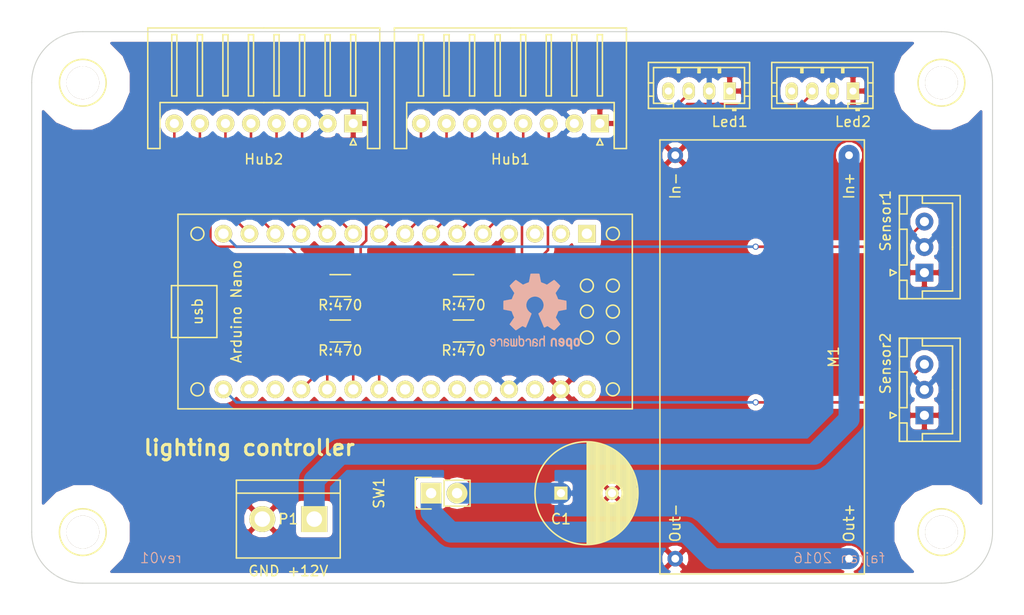
<source format=kicad_pcb>
(kicad_pcb (version 4) (host pcbnew 4.0.3+e1-6302~38~ubuntu15.04.1-stable)

  (general
    (links 41)
    (no_connects 0)
    (area 52.949999 37.949999 147.050001 92.050001)
    (thickness 1.6)
    (drawings 16)
    (tracks 99)
    (zones 0)
    (modules 20)
    (nets 38)
  )

  (page A4)
  (layers
    (0 F.Cu signal)
    (31 B.Cu signal)
    (32 B.Adhes user)
    (33 F.Adhes user)
    (34 B.Paste user)
    (35 F.Paste user)
    (36 B.SilkS user)
    (37 F.SilkS user)
    (38 B.Mask user)
    (39 F.Mask user)
    (40 Dwgs.User user)
    (41 Cmts.User user)
    (42 Eco1.User user)
    (43 Eco2.User user)
    (44 Edge.Cuts user)
    (45 Margin user)
    (46 B.CrtYd user)
    (47 F.CrtYd user)
    (48 B.Fab user)
    (49 F.Fab user)
  )

  (setup
    (last_trace_width 0.25)
    (trace_clearance 0.2)
    (zone_clearance 0.508)
    (zone_45_only yes)
    (trace_min 0.2)
    (segment_width 0.2)
    (edge_width 0.1)
    (via_size 0.6)
    (via_drill 0.4)
    (via_min_size 0.4)
    (via_min_drill 0.3)
    (uvia_size 0.3)
    (uvia_drill 0.1)
    (uvias_allowed no)
    (uvia_min_size 0.2)
    (uvia_min_drill 0.1)
    (pcb_text_width 0.3)
    (pcb_text_size 1.5 1.5)
    (mod_edge_width 0.15)
    (mod_text_size 1 1)
    (mod_text_width 0.15)
    (pad_size 3.2 3.2)
    (pad_drill 3.2)
    (pad_to_mask_clearance 0)
    (aux_axis_origin 0 0)
    (visible_elements FFFFFF7F)
    (pcbplotparams
      (layerselection 0x010f0_80000001)
      (usegerberextensions false)
      (excludeedgelayer true)
      (linewidth 0.100000)
      (plotframeref false)
      (viasonmask false)
      (mode 1)
      (useauxorigin false)
      (hpglpennumber 1)
      (hpglpenspeed 20)
      (hpglpendiameter 15)
      (hpglpenoverlay 2)
      (psnegative false)
      (psa4output false)
      (plotreference true)
      (plotvalue true)
      (plotinvisibletext false)
      (padsonsilk false)
      (subtractmaskfromsilk false)
      (outputformat 1)
      (mirror false)
      (drillshape 0)
      (scaleselection 1)
      (outputdirectory gerber))
  )

  (net 0 "")
  (net 1 "Net-(Arduino1-Pad1)")
  (net 2 "Net-(Arduino1-Pad2)")
  (net 3 "Net-(Arduino1-Pad3)")
  (net 4 GND)
  (net 5 /In1)
  (net 6 /In2)
  (net 7 /In3)
  (net 8 /In4)
  (net 9 /In5)
  (net 10 /In6)
  (net 11 /In7)
  (net 12 /In8)
  (net 13 /In9)
  (net 14 /In10)
  (net 15 /In11)
  (net 16 /In12)
  (net 17 "Net-(Arduino1-Pad17)")
  (net 18 "Net-(Arduino1-Pad18)")
  (net 19 /Out1)
  (net 20 /Out2)
  (net 21 /Out3)
  (net 22 /Out4)
  (net 23 "Net-(Arduino1-Pad23)")
  (net 24 "Net-(Arduino1-Pad24)")
  (net 25 "Net-(Arduino1-Pad25)")
  (net 26 "Net-(Arduino1-Pad26)")
  (net 27 +5V)
  (net 28 "Net-(Arduino1-Pad28)")
  (net 29 "Net-(Hub1-Pad8)")
  (net 30 "Net-(Hub2-Pad8)")
  (net 31 "Net-(Led1-Pad3)")
  (net 32 "Net-(Led1-Pad4)")
  (net 33 "Net-(Led2-Pad3)")
  (net 34 "Net-(Led2-Pad4)")
  (net 35 "Net-(Arduino1-Pad30)")
  (net 36 VCC)
  (net 37 /Vreg)

  (net_class Default "This is the default net class."
    (clearance 0.2)
    (trace_width 0.25)
    (via_dia 0.6)
    (via_drill 0.4)
    (uvia_dia 0.3)
    (uvia_drill 0.1)
    (add_net /In1)
    (add_net /In10)
    (add_net /In11)
    (add_net /In12)
    (add_net /In2)
    (add_net /In3)
    (add_net /In4)
    (add_net /In5)
    (add_net /In6)
    (add_net /In7)
    (add_net /In8)
    (add_net /In9)
    (add_net /Out1)
    (add_net /Out2)
    (add_net /Out3)
    (add_net /Out4)
    (add_net "Net-(Arduino1-Pad1)")
    (add_net "Net-(Arduino1-Pad17)")
    (add_net "Net-(Arduino1-Pad18)")
    (add_net "Net-(Arduino1-Pad2)")
    (add_net "Net-(Arduino1-Pad23)")
    (add_net "Net-(Arduino1-Pad24)")
    (add_net "Net-(Arduino1-Pad25)")
    (add_net "Net-(Arduino1-Pad26)")
    (add_net "Net-(Arduino1-Pad28)")
    (add_net "Net-(Arduino1-Pad3)")
    (add_net "Net-(Arduino1-Pad30)")
    (add_net "Net-(Hub1-Pad8)")
    (add_net "Net-(Hub2-Pad8)")
    (add_net "Net-(Led1-Pad3)")
    (add_net "Net-(Led1-Pad4)")
    (add_net "Net-(Led2-Pad3)")
    (add_net "Net-(Led2-Pad4)")
  )

  (net_class VCC ""
    (clearance 0.2)
    (trace_width 2.05)
    (via_dia 0.6)
    (via_drill 0.4)
    (uvia_dia 0.3)
    (uvia_drill 0.1)
    (add_net +5V)
    (add_net /Vreg)
    (add_net GND)
    (add_net VCC)
  )

  (module Capacitors_ThroughHole:C_Radial_D10_L20_P5 (layer F.Cu) (tedit 57B61B6C) (tstamp 57B60D1E)
    (at 104.775 83.185)
    (descr "Radial Electrolytic Capacitor Diameter 10mm x Length 20mm, Pitch 5mm")
    (tags "Electrolytic Capacitor")
    (path /57AEDBE0)
    (fp_text reference C1 (at 0 2.54) (layer F.SilkS)
      (effects (font (size 1 1) (thickness 0.15)))
    )
    (fp_text value CP (at 2.54 0) (layer F.Fab)
      (effects (font (size 1 1) (thickness 0.15)))
    )
    (fp_line (start 2.575 -4.999) (end 2.575 4.999) (layer F.SilkS) (width 0.15))
    (fp_line (start 2.715 -4.995) (end 2.715 4.995) (layer F.SilkS) (width 0.15))
    (fp_line (start 2.855 -4.987) (end 2.855 4.987) (layer F.SilkS) (width 0.15))
    (fp_line (start 2.995 -4.975) (end 2.995 4.975) (layer F.SilkS) (width 0.15))
    (fp_line (start 3.135 -4.96) (end 3.135 4.96) (layer F.SilkS) (width 0.15))
    (fp_line (start 3.275 -4.94) (end 3.275 4.94) (layer F.SilkS) (width 0.15))
    (fp_line (start 3.415 -4.916) (end 3.415 4.916) (layer F.SilkS) (width 0.15))
    (fp_line (start 3.555 -4.887) (end 3.555 4.887) (layer F.SilkS) (width 0.15))
    (fp_line (start 3.695 -4.855) (end 3.695 4.855) (layer F.SilkS) (width 0.15))
    (fp_line (start 3.835 -4.818) (end 3.835 4.818) (layer F.SilkS) (width 0.15))
    (fp_line (start 3.975 -4.777) (end 3.975 4.777) (layer F.SilkS) (width 0.15))
    (fp_line (start 4.115 -4.732) (end 4.115 -0.466) (layer F.SilkS) (width 0.15))
    (fp_line (start 4.115 0.466) (end 4.115 4.732) (layer F.SilkS) (width 0.15))
    (fp_line (start 4.255 -4.682) (end 4.255 -0.667) (layer F.SilkS) (width 0.15))
    (fp_line (start 4.255 0.667) (end 4.255 4.682) (layer F.SilkS) (width 0.15))
    (fp_line (start 4.395 -4.627) (end 4.395 -0.796) (layer F.SilkS) (width 0.15))
    (fp_line (start 4.395 0.796) (end 4.395 4.627) (layer F.SilkS) (width 0.15))
    (fp_line (start 4.535 -4.567) (end 4.535 -0.885) (layer F.SilkS) (width 0.15))
    (fp_line (start 4.535 0.885) (end 4.535 4.567) (layer F.SilkS) (width 0.15))
    (fp_line (start 4.675 -4.502) (end 4.675 -0.946) (layer F.SilkS) (width 0.15))
    (fp_line (start 4.675 0.946) (end 4.675 4.502) (layer F.SilkS) (width 0.15))
    (fp_line (start 4.815 -4.432) (end 4.815 -0.983) (layer F.SilkS) (width 0.15))
    (fp_line (start 4.815 0.983) (end 4.815 4.432) (layer F.SilkS) (width 0.15))
    (fp_line (start 4.955 -4.356) (end 4.955 -0.999) (layer F.SilkS) (width 0.15))
    (fp_line (start 4.955 0.999) (end 4.955 4.356) (layer F.SilkS) (width 0.15))
    (fp_line (start 5.095 -4.274) (end 5.095 -0.995) (layer F.SilkS) (width 0.15))
    (fp_line (start 5.095 0.995) (end 5.095 4.274) (layer F.SilkS) (width 0.15))
    (fp_line (start 5.235 -4.186) (end 5.235 -0.972) (layer F.SilkS) (width 0.15))
    (fp_line (start 5.235 0.972) (end 5.235 4.186) (layer F.SilkS) (width 0.15))
    (fp_line (start 5.375 -4.091) (end 5.375 -0.927) (layer F.SilkS) (width 0.15))
    (fp_line (start 5.375 0.927) (end 5.375 4.091) (layer F.SilkS) (width 0.15))
    (fp_line (start 5.515 -3.989) (end 5.515 -0.857) (layer F.SilkS) (width 0.15))
    (fp_line (start 5.515 0.857) (end 5.515 3.989) (layer F.SilkS) (width 0.15))
    (fp_line (start 5.655 -3.879) (end 5.655 -0.756) (layer F.SilkS) (width 0.15))
    (fp_line (start 5.655 0.756) (end 5.655 3.879) (layer F.SilkS) (width 0.15))
    (fp_line (start 5.795 -3.761) (end 5.795 -0.607) (layer F.SilkS) (width 0.15))
    (fp_line (start 5.795 0.607) (end 5.795 3.761) (layer F.SilkS) (width 0.15))
    (fp_line (start 5.935 -3.633) (end 5.935 -0.355) (layer F.SilkS) (width 0.15))
    (fp_line (start 5.935 0.355) (end 5.935 3.633) (layer F.SilkS) (width 0.15))
    (fp_line (start 6.075 -3.496) (end 6.075 3.496) (layer F.SilkS) (width 0.15))
    (fp_line (start 6.215 -3.346) (end 6.215 3.346) (layer F.SilkS) (width 0.15))
    (fp_line (start 6.355 -3.184) (end 6.355 3.184) (layer F.SilkS) (width 0.15))
    (fp_line (start 6.495 -3.007) (end 6.495 3.007) (layer F.SilkS) (width 0.15))
    (fp_line (start 6.635 -2.811) (end 6.635 2.811) (layer F.SilkS) (width 0.15))
    (fp_line (start 6.775 -2.593) (end 6.775 2.593) (layer F.SilkS) (width 0.15))
    (fp_line (start 6.915 -2.347) (end 6.915 2.347) (layer F.SilkS) (width 0.15))
    (fp_line (start 7.055 -2.062) (end 7.055 2.062) (layer F.SilkS) (width 0.15))
    (fp_line (start 7.195 -1.72) (end 7.195 1.72) (layer F.SilkS) (width 0.15))
    (fp_line (start 7.335 -1.274) (end 7.335 1.274) (layer F.SilkS) (width 0.15))
    (fp_line (start 7.475 -0.499) (end 7.475 0.499) (layer F.SilkS) (width 0.15))
    (fp_circle (center 5 0) (end 5 -1) (layer F.SilkS) (width 0.15))
    (fp_circle (center 2.5 0) (end 2.5 -5.0375) (layer F.SilkS) (width 0.15))
    (fp_circle (center 2.5 0) (end 2.5 -5.3) (layer F.CrtYd) (width 0.05))
    (pad 1 thru_hole rect (at 0 0) (size 1.3 1.3) (drill 0.8) (layers *.Cu *.Mask F.SilkS)
      (net 27 +5V))
    (pad 2 thru_hole circle (at 5 0) (size 1.3 1.3) (drill 0.8) (layers *.Cu *.Mask F.SilkS)
      (net 4 GND))
    (model Capacitors_ThroughHole.3dshapes/C_Radial_D10_L20_P5.wrl
      (at (xyz 0 0 0))
      (scale (xyz 1 1 1))
      (rotate (xyz 0 0 0))
    )
  )

  (module Connectors_JST:JST_XH_S08B-XH-A_08x2.50mm_Angled (layer F.Cu) (tedit 56F07245) (tstamp 57B60D2A)
    (at 108.585 46.99 180)
    (descr "JST XH series connector, S08B-XH-A, side entry type, through hole")
    (tags "connector jst xh tht side horizontal angled 2.50mm")
    (path /57AED1D7)
    (fp_text reference Hub1 (at 8.75 -3.5 180) (layer F.SilkS)
      (effects (font (size 1 1) (thickness 0.15)))
    )
    (fp_text value "Cabinet Hub" (at 8.75 10.3 180) (layer F.Fab)
      (effects (font (size 1 1) (thickness 0.15)))
    )
    (fp_line (start -2.95 -2.8) (end -2.95 9.7) (layer F.CrtYd) (width 0.05))
    (fp_line (start -2.95 9.7) (end 20.45 9.7) (layer F.CrtYd) (width 0.05))
    (fp_line (start 20.45 9.7) (end 20.45 -2.8) (layer F.CrtYd) (width 0.05))
    (fp_line (start 20.45 -2.8) (end -2.95 -2.8) (layer F.CrtYd) (width 0.05))
    (fp_line (start 8.75 9.35) (end -2.6 9.35) (layer F.SilkS) (width 0.15))
    (fp_line (start -2.6 9.35) (end -2.6 -2.45) (layer F.SilkS) (width 0.15))
    (fp_line (start -2.6 -2.45) (end -1.4 -2.45) (layer F.SilkS) (width 0.15))
    (fp_line (start -1.4 -2.45) (end -1.4 2.05) (layer F.SilkS) (width 0.15))
    (fp_line (start -1.4 2.05) (end 8.75 2.05) (layer F.SilkS) (width 0.15))
    (fp_line (start 8.75 9.35) (end 20.1 9.35) (layer F.SilkS) (width 0.15))
    (fp_line (start 20.1 9.35) (end 20.1 -2.45) (layer F.SilkS) (width 0.15))
    (fp_line (start 20.1 -2.45) (end 18.9 -2.45) (layer F.SilkS) (width 0.15))
    (fp_line (start 18.9 -2.45) (end 18.9 2.05) (layer F.SilkS) (width 0.15))
    (fp_line (start 18.9 2.05) (end 8.75 2.05) (layer F.SilkS) (width 0.15))
    (fp_line (start -0.25 2.7) (end -0.25 8.7) (layer F.SilkS) (width 0.15))
    (fp_line (start -0.25 8.7) (end 0.25 8.7) (layer F.SilkS) (width 0.15))
    (fp_line (start 0.25 8.7) (end 0.25 2.7) (layer F.SilkS) (width 0.15))
    (fp_line (start 0.25 2.7) (end -0.25 2.7) (layer F.SilkS) (width 0.15))
    (fp_line (start 2.25 2.7) (end 2.25 8.7) (layer F.SilkS) (width 0.15))
    (fp_line (start 2.25 8.7) (end 2.75 8.7) (layer F.SilkS) (width 0.15))
    (fp_line (start 2.75 8.7) (end 2.75 2.7) (layer F.SilkS) (width 0.15))
    (fp_line (start 2.75 2.7) (end 2.25 2.7) (layer F.SilkS) (width 0.15))
    (fp_line (start 4.75 2.7) (end 4.75 8.7) (layer F.SilkS) (width 0.15))
    (fp_line (start 4.75 8.7) (end 5.25 8.7) (layer F.SilkS) (width 0.15))
    (fp_line (start 5.25 8.7) (end 5.25 2.7) (layer F.SilkS) (width 0.15))
    (fp_line (start 5.25 2.7) (end 4.75 2.7) (layer F.SilkS) (width 0.15))
    (fp_line (start 7.25 2.7) (end 7.25 8.7) (layer F.SilkS) (width 0.15))
    (fp_line (start 7.25 8.7) (end 7.75 8.7) (layer F.SilkS) (width 0.15))
    (fp_line (start 7.75 8.7) (end 7.75 2.7) (layer F.SilkS) (width 0.15))
    (fp_line (start 7.75 2.7) (end 7.25 2.7) (layer F.SilkS) (width 0.15))
    (fp_line (start 9.75 2.7) (end 9.75 8.7) (layer F.SilkS) (width 0.15))
    (fp_line (start 9.75 8.7) (end 10.25 8.7) (layer F.SilkS) (width 0.15))
    (fp_line (start 10.25 8.7) (end 10.25 2.7) (layer F.SilkS) (width 0.15))
    (fp_line (start 10.25 2.7) (end 9.75 2.7) (layer F.SilkS) (width 0.15))
    (fp_line (start 12.25 2.7) (end 12.25 8.7) (layer F.SilkS) (width 0.15))
    (fp_line (start 12.25 8.7) (end 12.75 8.7) (layer F.SilkS) (width 0.15))
    (fp_line (start 12.75 8.7) (end 12.75 2.7) (layer F.SilkS) (width 0.15))
    (fp_line (start 12.75 2.7) (end 12.25 2.7) (layer F.SilkS) (width 0.15))
    (fp_line (start 14.75 2.7) (end 14.75 8.7) (layer F.SilkS) (width 0.15))
    (fp_line (start 14.75 8.7) (end 15.25 8.7) (layer F.SilkS) (width 0.15))
    (fp_line (start 15.25 8.7) (end 15.25 2.7) (layer F.SilkS) (width 0.15))
    (fp_line (start 15.25 2.7) (end 14.75 2.7) (layer F.SilkS) (width 0.15))
    (fp_line (start 17.25 2.7) (end 17.25 8.7) (layer F.SilkS) (width 0.15))
    (fp_line (start 17.25 8.7) (end 17.75 8.7) (layer F.SilkS) (width 0.15))
    (fp_line (start 17.75 8.7) (end 17.75 2.7) (layer F.SilkS) (width 0.15))
    (fp_line (start 17.75 2.7) (end 17.25 2.7) (layer F.SilkS) (width 0.15))
    (fp_line (start 0 -1.5) (end -0.3 -2.1) (layer F.SilkS) (width 0.15))
    (fp_line (start -0.3 -2.1) (end 0.3 -2.1) (layer F.SilkS) (width 0.15))
    (fp_line (start 0.3 -2.1) (end 0 -1.5) (layer F.SilkS) (width 0.15))
    (pad 1 thru_hole rect (at 0 0 180) (size 1.75 1.75) (drill 0.9) (layers *.Cu *.Mask F.SilkS)
      (net 4 GND))
    (pad 2 thru_hole circle (at 2.5 0 180) (size 1.75 1.75) (drill 0.9) (layers *.Cu *.Mask F.SilkS)
      (net 27 +5V))
    (pad 3 thru_hole circle (at 5 0 180) (size 1.75 1.75) (drill 0.9) (layers *.Cu *.Mask F.SilkS)
      (net 5 /In1))
    (pad 4 thru_hole circle (at 7.5 0 180) (size 1.75 1.75) (drill 0.9) (layers *.Cu *.Mask F.SilkS)
      (net 6 /In2))
    (pad 5 thru_hole circle (at 10 0 180) (size 1.75 1.75) (drill 0.9) (layers *.Cu *.Mask F.SilkS)
      (net 7 /In3))
    (pad 6 thru_hole circle (at 12.5 0 180) (size 1.75 1.75) (drill 0.9) (layers *.Cu *.Mask F.SilkS)
      (net 8 /In4))
    (pad 7 thru_hole circle (at 15 0 180) (size 1.75 1.75) (drill 0.9) (layers *.Cu *.Mask F.SilkS)
      (net 9 /In5))
    (pad 8 thru_hole circle (at 17.5 0 180) (size 1.75 1.75) (drill 0.9) (layers *.Cu *.Mask F.SilkS)
      (net 29 "Net-(Hub1-Pad8)"))
    (model Connectors_JST.3dshapes/JST_XH_S08B-XH-A_08x2.50mm_Angled.wrl
      (at (xyz 0 0 0))
      (scale (xyz 1 1 1))
      (rotate (xyz 0 0 0))
    )
  )

  (module Connectors_JST:JST_XH_S08B-XH-A_08x2.50mm_Angled (layer F.Cu) (tedit 56F07245) (tstamp 57B60D36)
    (at 84.455 46.99 180)
    (descr "JST XH series connector, S08B-XH-A, side entry type, through hole")
    (tags "connector jst xh tht side horizontal angled 2.50mm")
    (path /57AED832)
    (fp_text reference Hub2 (at 8.75 -3.5 180) (layer F.SilkS)
      (effects (font (size 1 1) (thickness 0.15)))
    )
    (fp_text value "Cabinet Hub" (at 8.75 10.3 180) (layer F.Fab)
      (effects (font (size 1 1) (thickness 0.15)))
    )
    (fp_line (start -2.95 -2.8) (end -2.95 9.7) (layer F.CrtYd) (width 0.05))
    (fp_line (start -2.95 9.7) (end 20.45 9.7) (layer F.CrtYd) (width 0.05))
    (fp_line (start 20.45 9.7) (end 20.45 -2.8) (layer F.CrtYd) (width 0.05))
    (fp_line (start 20.45 -2.8) (end -2.95 -2.8) (layer F.CrtYd) (width 0.05))
    (fp_line (start 8.75 9.35) (end -2.6 9.35) (layer F.SilkS) (width 0.15))
    (fp_line (start -2.6 9.35) (end -2.6 -2.45) (layer F.SilkS) (width 0.15))
    (fp_line (start -2.6 -2.45) (end -1.4 -2.45) (layer F.SilkS) (width 0.15))
    (fp_line (start -1.4 -2.45) (end -1.4 2.05) (layer F.SilkS) (width 0.15))
    (fp_line (start -1.4 2.05) (end 8.75 2.05) (layer F.SilkS) (width 0.15))
    (fp_line (start 8.75 9.35) (end 20.1 9.35) (layer F.SilkS) (width 0.15))
    (fp_line (start 20.1 9.35) (end 20.1 -2.45) (layer F.SilkS) (width 0.15))
    (fp_line (start 20.1 -2.45) (end 18.9 -2.45) (layer F.SilkS) (width 0.15))
    (fp_line (start 18.9 -2.45) (end 18.9 2.05) (layer F.SilkS) (width 0.15))
    (fp_line (start 18.9 2.05) (end 8.75 2.05) (layer F.SilkS) (width 0.15))
    (fp_line (start -0.25 2.7) (end -0.25 8.7) (layer F.SilkS) (width 0.15))
    (fp_line (start -0.25 8.7) (end 0.25 8.7) (layer F.SilkS) (width 0.15))
    (fp_line (start 0.25 8.7) (end 0.25 2.7) (layer F.SilkS) (width 0.15))
    (fp_line (start 0.25 2.7) (end -0.25 2.7) (layer F.SilkS) (width 0.15))
    (fp_line (start 2.25 2.7) (end 2.25 8.7) (layer F.SilkS) (width 0.15))
    (fp_line (start 2.25 8.7) (end 2.75 8.7) (layer F.SilkS) (width 0.15))
    (fp_line (start 2.75 8.7) (end 2.75 2.7) (layer F.SilkS) (width 0.15))
    (fp_line (start 2.75 2.7) (end 2.25 2.7) (layer F.SilkS) (width 0.15))
    (fp_line (start 4.75 2.7) (end 4.75 8.7) (layer F.SilkS) (width 0.15))
    (fp_line (start 4.75 8.7) (end 5.25 8.7) (layer F.SilkS) (width 0.15))
    (fp_line (start 5.25 8.7) (end 5.25 2.7) (layer F.SilkS) (width 0.15))
    (fp_line (start 5.25 2.7) (end 4.75 2.7) (layer F.SilkS) (width 0.15))
    (fp_line (start 7.25 2.7) (end 7.25 8.7) (layer F.SilkS) (width 0.15))
    (fp_line (start 7.25 8.7) (end 7.75 8.7) (layer F.SilkS) (width 0.15))
    (fp_line (start 7.75 8.7) (end 7.75 2.7) (layer F.SilkS) (width 0.15))
    (fp_line (start 7.75 2.7) (end 7.25 2.7) (layer F.SilkS) (width 0.15))
    (fp_line (start 9.75 2.7) (end 9.75 8.7) (layer F.SilkS) (width 0.15))
    (fp_line (start 9.75 8.7) (end 10.25 8.7) (layer F.SilkS) (width 0.15))
    (fp_line (start 10.25 8.7) (end 10.25 2.7) (layer F.SilkS) (width 0.15))
    (fp_line (start 10.25 2.7) (end 9.75 2.7) (layer F.SilkS) (width 0.15))
    (fp_line (start 12.25 2.7) (end 12.25 8.7) (layer F.SilkS) (width 0.15))
    (fp_line (start 12.25 8.7) (end 12.75 8.7) (layer F.SilkS) (width 0.15))
    (fp_line (start 12.75 8.7) (end 12.75 2.7) (layer F.SilkS) (width 0.15))
    (fp_line (start 12.75 2.7) (end 12.25 2.7) (layer F.SilkS) (width 0.15))
    (fp_line (start 14.75 2.7) (end 14.75 8.7) (layer F.SilkS) (width 0.15))
    (fp_line (start 14.75 8.7) (end 15.25 8.7) (layer F.SilkS) (width 0.15))
    (fp_line (start 15.25 8.7) (end 15.25 2.7) (layer F.SilkS) (width 0.15))
    (fp_line (start 15.25 2.7) (end 14.75 2.7) (layer F.SilkS) (width 0.15))
    (fp_line (start 17.25 2.7) (end 17.25 8.7) (layer F.SilkS) (width 0.15))
    (fp_line (start 17.25 8.7) (end 17.75 8.7) (layer F.SilkS) (width 0.15))
    (fp_line (start 17.75 8.7) (end 17.75 2.7) (layer F.SilkS) (width 0.15))
    (fp_line (start 17.75 2.7) (end 17.25 2.7) (layer F.SilkS) (width 0.15))
    (fp_line (start 0 -1.5) (end -0.3 -2.1) (layer F.SilkS) (width 0.15))
    (fp_line (start -0.3 -2.1) (end 0.3 -2.1) (layer F.SilkS) (width 0.15))
    (fp_line (start 0.3 -2.1) (end 0 -1.5) (layer F.SilkS) (width 0.15))
    (pad 1 thru_hole rect (at 0 0 180) (size 1.75 1.75) (drill 0.9) (layers *.Cu *.Mask F.SilkS)
      (net 4 GND))
    (pad 2 thru_hole circle (at 2.5 0 180) (size 1.75 1.75) (drill 0.9) (layers *.Cu *.Mask F.SilkS)
      (net 27 +5V))
    (pad 3 thru_hole circle (at 5 0 180) (size 1.75 1.75) (drill 0.9) (layers *.Cu *.Mask F.SilkS)
      (net 10 /In6))
    (pad 4 thru_hole circle (at 7.5 0 180) (size 1.75 1.75) (drill 0.9) (layers *.Cu *.Mask F.SilkS)
      (net 11 /In7))
    (pad 5 thru_hole circle (at 10 0 180) (size 1.75 1.75) (drill 0.9) (layers *.Cu *.Mask F.SilkS)
      (net 12 /In8))
    (pad 6 thru_hole circle (at 12.5 0 180) (size 1.75 1.75) (drill 0.9) (layers *.Cu *.Mask F.SilkS)
      (net 13 /In9))
    (pad 7 thru_hole circle (at 15 0 180) (size 1.75 1.75) (drill 0.9) (layers *.Cu *.Mask F.SilkS)
      (net 14 /In10))
    (pad 8 thru_hole circle (at 17.5 0 180) (size 1.75 1.75) (drill 0.9) (layers *.Cu *.Mask F.SilkS)
      (net 30 "Net-(Hub2-Pad8)"))
    (model Connectors_JST.3dshapes/JST_XH_S08B-XH-A_08x2.50mm_Angled.wrl
      (at (xyz 0 0 0))
      (scale (xyz 1 1 1))
      (rotate (xyz 0 0 0))
    )
  )

  (module Connectors_JST:JST_PH_B4B-PH-K_04x2.00mm_Straight (layer F.Cu) (tedit 56B07786) (tstamp 57B60D45)
    (at 121.285 43.815 180)
    (descr http://www.jst-mfg.com/product/pdf/eng/ePH.pdf)
    (tags "connector jst ph")
    (path /57B60C61)
    (fp_text reference Led1 (at 0 -3 180) (layer F.SilkS)
      (effects (font (size 1 1) (thickness 0.15)))
    )
    (fp_text value Led (at 3 4 180) (layer F.Fab)
      (effects (font (size 1 1) (thickness 0.15)))
    )
    (fp_line (start -1.95 2.8) (end -1.95 -1.7) (layer F.SilkS) (width 0.15))
    (fp_line (start -1.95 -1.7) (end 7.95 -1.7) (layer F.SilkS) (width 0.15))
    (fp_line (start 7.95 -1.7) (end 7.95 2.8) (layer F.SilkS) (width 0.15))
    (fp_line (start 7.95 2.8) (end -1.95 2.8) (layer F.SilkS) (width 0.15))
    (fp_line (start 0.5 -1.7) (end 0.5 -1.2) (layer F.SilkS) (width 0.15))
    (fp_line (start 0.5 -1.2) (end -1.45 -1.2) (layer F.SilkS) (width 0.15))
    (fp_line (start -1.45 -1.2) (end -1.45 2.3) (layer F.SilkS) (width 0.15))
    (fp_line (start -1.45 2.3) (end 7.45 2.3) (layer F.SilkS) (width 0.15))
    (fp_line (start 7.45 2.3) (end 7.45 -1.2) (layer F.SilkS) (width 0.15))
    (fp_line (start 7.45 -1.2) (end 5.5 -1.2) (layer F.SilkS) (width 0.15))
    (fp_line (start 5.5 -1.2) (end 5.5 -1.7) (layer F.SilkS) (width 0.15))
    (fp_line (start -1.95 -0.5) (end -1.45 -0.5) (layer F.SilkS) (width 0.15))
    (fp_line (start -1.95 0.8) (end -1.45 0.8) (layer F.SilkS) (width 0.15))
    (fp_line (start 7.45 -0.5) (end 7.95 -0.5) (layer F.SilkS) (width 0.15))
    (fp_line (start 7.45 0.8) (end 7.95 0.8) (layer F.SilkS) (width 0.15))
    (fp_line (start -0.3 -1.7) (end -0.3 -1.9) (layer F.SilkS) (width 0.15))
    (fp_line (start -0.3 -1.9) (end -0.6 -1.9) (layer F.SilkS) (width 0.15))
    (fp_line (start -0.6 -1.9) (end -0.6 -1.7) (layer F.SilkS) (width 0.15))
    (fp_line (start -0.3 -1.8) (end -0.6 -1.8) (layer F.SilkS) (width 0.15))
    (fp_line (start 0.9 2.3) (end 0.9 1.8) (layer F.SilkS) (width 0.15))
    (fp_line (start 0.9 1.8) (end 1.1 1.8) (layer F.SilkS) (width 0.15))
    (fp_line (start 1.1 1.8) (end 1.1 2.3) (layer F.SilkS) (width 0.15))
    (fp_line (start 1 2.3) (end 1 1.8) (layer F.SilkS) (width 0.15))
    (fp_line (start 2.9 2.3) (end 2.9 1.8) (layer F.SilkS) (width 0.15))
    (fp_line (start 2.9 1.8) (end 3.1 1.8) (layer F.SilkS) (width 0.15))
    (fp_line (start 3.1 1.8) (end 3.1 2.3) (layer F.SilkS) (width 0.15))
    (fp_line (start 3 2.3) (end 3 1.8) (layer F.SilkS) (width 0.15))
    (fp_line (start 4.9 2.3) (end 4.9 1.8) (layer F.SilkS) (width 0.15))
    (fp_line (start 4.9 1.8) (end 5.1 1.8) (layer F.SilkS) (width 0.15))
    (fp_line (start 5.1 1.8) (end 5.1 2.3) (layer F.SilkS) (width 0.15))
    (fp_line (start 5 2.3) (end 5 1.8) (layer F.SilkS) (width 0.15))
    (fp_line (start -2.45 3.3) (end -2.45 -2.2) (layer F.CrtYd) (width 0.05))
    (fp_line (start -2.45 -2.2) (end 8.45 -2.2) (layer F.CrtYd) (width 0.05))
    (fp_line (start 8.45 -2.2) (end 8.45 3.3) (layer F.CrtYd) (width 0.05))
    (fp_line (start 8.45 3.3) (end -2.45 3.3) (layer F.CrtYd) (width 0.05))
    (pad 1 thru_hole rect (at 0 0 180) (size 1.2 1.7) (drill 0.7) (layers *.Cu *.Mask F.SilkS)
      (net 4 GND))
    (pad 2 thru_hole oval (at 2 0 180) (size 1.2 1.7) (drill 0.7) (layers *.Cu *.Mask F.SilkS)
      (net 27 +5V))
    (pad 3 thru_hole oval (at 4 0 180) (size 1.2 1.7) (drill 0.7) (layers *.Cu *.Mask F.SilkS)
      (net 31 "Net-(Led1-Pad3)"))
    (pad 4 thru_hole oval (at 6 0 180) (size 1.2 1.7) (drill 0.7) (layers *.Cu *.Mask F.SilkS)
      (net 32 "Net-(Led1-Pad4)"))
  )

  (module Connectors_JST:JST_PH_B4B-PH-K_04x2.00mm_Straight (layer F.Cu) (tedit 56B07786) (tstamp 57B60D4D)
    (at 133.35 43.815 180)
    (descr http://www.jst-mfg.com/product/pdf/eng/ePH.pdf)
    (tags "connector jst ph")
    (path /57B60D0B)
    (fp_text reference Led2 (at 0 -3 180) (layer F.SilkS)
      (effects (font (size 1 1) (thickness 0.15)))
    )
    (fp_text value Led (at 3 4 180) (layer F.Fab)
      (effects (font (size 1 1) (thickness 0.15)))
    )
    (fp_line (start -1.95 2.8) (end -1.95 -1.7) (layer F.SilkS) (width 0.15))
    (fp_line (start -1.95 -1.7) (end 7.95 -1.7) (layer F.SilkS) (width 0.15))
    (fp_line (start 7.95 -1.7) (end 7.95 2.8) (layer F.SilkS) (width 0.15))
    (fp_line (start 7.95 2.8) (end -1.95 2.8) (layer F.SilkS) (width 0.15))
    (fp_line (start 0.5 -1.7) (end 0.5 -1.2) (layer F.SilkS) (width 0.15))
    (fp_line (start 0.5 -1.2) (end -1.45 -1.2) (layer F.SilkS) (width 0.15))
    (fp_line (start -1.45 -1.2) (end -1.45 2.3) (layer F.SilkS) (width 0.15))
    (fp_line (start -1.45 2.3) (end 7.45 2.3) (layer F.SilkS) (width 0.15))
    (fp_line (start 7.45 2.3) (end 7.45 -1.2) (layer F.SilkS) (width 0.15))
    (fp_line (start 7.45 -1.2) (end 5.5 -1.2) (layer F.SilkS) (width 0.15))
    (fp_line (start 5.5 -1.2) (end 5.5 -1.7) (layer F.SilkS) (width 0.15))
    (fp_line (start -1.95 -0.5) (end -1.45 -0.5) (layer F.SilkS) (width 0.15))
    (fp_line (start -1.95 0.8) (end -1.45 0.8) (layer F.SilkS) (width 0.15))
    (fp_line (start 7.45 -0.5) (end 7.95 -0.5) (layer F.SilkS) (width 0.15))
    (fp_line (start 7.45 0.8) (end 7.95 0.8) (layer F.SilkS) (width 0.15))
    (fp_line (start -0.3 -1.7) (end -0.3 -1.9) (layer F.SilkS) (width 0.15))
    (fp_line (start -0.3 -1.9) (end -0.6 -1.9) (layer F.SilkS) (width 0.15))
    (fp_line (start -0.6 -1.9) (end -0.6 -1.7) (layer F.SilkS) (width 0.15))
    (fp_line (start -0.3 -1.8) (end -0.6 -1.8) (layer F.SilkS) (width 0.15))
    (fp_line (start 0.9 2.3) (end 0.9 1.8) (layer F.SilkS) (width 0.15))
    (fp_line (start 0.9 1.8) (end 1.1 1.8) (layer F.SilkS) (width 0.15))
    (fp_line (start 1.1 1.8) (end 1.1 2.3) (layer F.SilkS) (width 0.15))
    (fp_line (start 1 2.3) (end 1 1.8) (layer F.SilkS) (width 0.15))
    (fp_line (start 2.9 2.3) (end 2.9 1.8) (layer F.SilkS) (width 0.15))
    (fp_line (start 2.9 1.8) (end 3.1 1.8) (layer F.SilkS) (width 0.15))
    (fp_line (start 3.1 1.8) (end 3.1 2.3) (layer F.SilkS) (width 0.15))
    (fp_line (start 3 2.3) (end 3 1.8) (layer F.SilkS) (width 0.15))
    (fp_line (start 4.9 2.3) (end 4.9 1.8) (layer F.SilkS) (width 0.15))
    (fp_line (start 4.9 1.8) (end 5.1 1.8) (layer F.SilkS) (width 0.15))
    (fp_line (start 5.1 1.8) (end 5.1 2.3) (layer F.SilkS) (width 0.15))
    (fp_line (start 5 2.3) (end 5 1.8) (layer F.SilkS) (width 0.15))
    (fp_line (start -2.45 3.3) (end -2.45 -2.2) (layer F.CrtYd) (width 0.05))
    (fp_line (start -2.45 -2.2) (end 8.45 -2.2) (layer F.CrtYd) (width 0.05))
    (fp_line (start 8.45 -2.2) (end 8.45 3.3) (layer F.CrtYd) (width 0.05))
    (fp_line (start 8.45 3.3) (end -2.45 3.3) (layer F.CrtYd) (width 0.05))
    (pad 1 thru_hole rect (at 0 0 180) (size 1.2 1.7) (drill 0.7) (layers *.Cu *.Mask F.SilkS)
      (net 4 GND))
    (pad 2 thru_hole oval (at 2 0 180) (size 1.2 1.7) (drill 0.7) (layers *.Cu *.Mask F.SilkS)
      (net 27 +5V))
    (pad 3 thru_hole oval (at 4 0 180) (size 1.2 1.7) (drill 0.7) (layers *.Cu *.Mask F.SilkS)
      (net 33 "Net-(Led2-Pad3)"))
    (pad 4 thru_hole oval (at 6 0 180) (size 1.2 1.7) (drill 0.7) (layers *.Cu *.Mask F.SilkS)
      (net 34 "Net-(Led2-Pad4)"))
  )

  (module Connect:bornier2 (layer F.Cu) (tedit 57B61B3E) (tstamp 57B60D53)
    (at 78.105 85.725 180)
    (descr "Bornier d'alimentation 2 pins")
    (tags DEV)
    (path /5789821A)
    (fp_text reference P1 (at 0 0 180) (layer F.SilkS)
      (effects (font (size 1 1) (thickness 0.15)))
    )
    (fp_text value Power (at 0 5.08 180) (layer F.Fab) hide
      (effects (font (size 1 1) (thickness 0.15)))
    )
    (fp_line (start 5.08 2.54) (end -5.08 2.54) (layer F.SilkS) (width 0.15))
    (fp_line (start 5.08 3.81) (end 5.08 -3.81) (layer F.SilkS) (width 0.15))
    (fp_line (start 5.08 -3.81) (end -5.08 -3.81) (layer F.SilkS) (width 0.15))
    (fp_line (start -5.08 -3.81) (end -5.08 3.81) (layer F.SilkS) (width 0.15))
    (fp_line (start -5.08 3.81) (end 5.08 3.81) (layer F.SilkS) (width 0.15))
    (pad 1 thru_hole rect (at -2.54 0 180) (size 2.54 2.54) (drill 1.524) (layers *.Cu *.Mask F.SilkS)
      (net 36 VCC))
    (pad 2 thru_hole circle (at 2.54 0 180) (size 2.54 2.54) (drill 1.524) (layers *.Cu *.Mask F.SilkS)
      (net 4 GND))
    (model Connect.3dshapes/bornier2.wrl
      (at (xyz 0 0 0))
      (scale (xyz 1 1 1))
      (rotate (xyz 0 0 0))
    )
  )

  (module Resistors_SMD:R_1206_HandSoldering (layer F.Cu) (tedit 57CBBBF6) (tstamp 57B60D59)
    (at 83.185 62.865)
    (descr "Resistor SMD 1206, hand soldering")
    (tags "resistor 1206")
    (path /57B545F2)
    (attr smd)
    (fp_text reference R1 (at 0 -2.3) (layer F.SilkS) hide
      (effects (font (size 1 1) (thickness 0.15)))
    )
    (fp_text value R:470 (at 0 1.905) (layer F.SilkS)
      (effects (font (size 1 1) (thickness 0.15)))
    )
    (fp_line (start -3.3 -1.2) (end 3.3 -1.2) (layer F.CrtYd) (width 0.05))
    (fp_line (start -3.3 1.2) (end 3.3 1.2) (layer F.CrtYd) (width 0.05))
    (fp_line (start -3.3 -1.2) (end -3.3 1.2) (layer F.CrtYd) (width 0.05))
    (fp_line (start 3.3 -1.2) (end 3.3 1.2) (layer F.CrtYd) (width 0.05))
    (fp_line (start 1 1.075) (end -1 1.075) (layer F.SilkS) (width 0.15))
    (fp_line (start -1 -1.075) (end 1 -1.075) (layer F.SilkS) (width 0.15))
    (pad 1 smd rect (at -2 0) (size 2 1.7) (layers F.Cu F.Paste F.Mask)
      (net 19 /Out1))
    (pad 2 smd rect (at 2 0) (size 2 1.7) (layers F.Cu F.Paste F.Mask)
      (net 29 "Net-(Hub1-Pad8)"))
    (model Resistors_SMD.3dshapes/R_1206_HandSoldering.wrl
      (at (xyz 0 0 0))
      (scale (xyz 1 1 1))
      (rotate (xyz 0 0 0))
    )
  )

  (module Resistors_SMD:R_1206_HandSoldering (layer F.Cu) (tedit 57CBBBEB) (tstamp 57B60D5F)
    (at 83.185 67.31 180)
    (descr "Resistor SMD 1206, hand soldering")
    (tags "resistor 1206")
    (path /57B549A1)
    (attr smd)
    (fp_text reference R2 (at 0 -2.3 180) (layer F.SilkS) hide
      (effects (font (size 1 1) (thickness 0.15)))
    )
    (fp_text value R:470 (at 0 -1.905 180) (layer F.SilkS)
      (effects (font (size 1 1) (thickness 0.15)))
    )
    (fp_line (start -3.3 -1.2) (end 3.3 -1.2) (layer F.CrtYd) (width 0.05))
    (fp_line (start -3.3 1.2) (end 3.3 1.2) (layer F.CrtYd) (width 0.05))
    (fp_line (start -3.3 -1.2) (end -3.3 1.2) (layer F.CrtYd) (width 0.05))
    (fp_line (start 3.3 -1.2) (end 3.3 1.2) (layer F.CrtYd) (width 0.05))
    (fp_line (start 1 1.075) (end -1 1.075) (layer F.SilkS) (width 0.15))
    (fp_line (start -1 -1.075) (end 1 -1.075) (layer F.SilkS) (width 0.15))
    (pad 1 smd rect (at -2 0 180) (size 2 1.7) (layers F.Cu F.Paste F.Mask)
      (net 20 /Out2))
    (pad 2 smd rect (at 2 0 180) (size 2 1.7) (layers F.Cu F.Paste F.Mask)
      (net 30 "Net-(Hub2-Pad8)"))
    (model Resistors_SMD.3dshapes/R_1206_HandSoldering.wrl
      (at (xyz 0 0 0))
      (scale (xyz 1 1 1))
      (rotate (xyz 0 0 0))
    )
  )

  (module Resistors_SMD:R_1206_HandSoldering (layer F.Cu) (tedit 57CBBBF0) (tstamp 57B60D65)
    (at 95.25 62.865)
    (descr "Resistor SMD 1206, hand soldering")
    (tags "resistor 1206")
    (path /57B54B6B)
    (attr smd)
    (fp_text reference R3 (at 0 -2.3) (layer F.SilkS) hide
      (effects (font (size 1 1) (thickness 0.15)))
    )
    (fp_text value R:470 (at 0 1.905) (layer F.SilkS)
      (effects (font (size 1 1) (thickness 0.15)))
    )
    (fp_line (start -3.3 -1.2) (end 3.3 -1.2) (layer F.CrtYd) (width 0.05))
    (fp_line (start -3.3 1.2) (end 3.3 1.2) (layer F.CrtYd) (width 0.05))
    (fp_line (start -3.3 -1.2) (end -3.3 1.2) (layer F.CrtYd) (width 0.05))
    (fp_line (start 3.3 -1.2) (end 3.3 1.2) (layer F.CrtYd) (width 0.05))
    (fp_line (start 1 1.075) (end -1 1.075) (layer F.SilkS) (width 0.15))
    (fp_line (start -1 -1.075) (end 1 -1.075) (layer F.SilkS) (width 0.15))
    (pad 1 smd rect (at -2 0) (size 2 1.7) (layers F.Cu F.Paste F.Mask)
      (net 21 /Out3))
    (pad 2 smd rect (at 2 0) (size 2 1.7) (layers F.Cu F.Paste F.Mask)
      (net 31 "Net-(Led1-Pad3)"))
    (model Resistors_SMD.3dshapes/R_1206_HandSoldering.wrl
      (at (xyz 0 0 0))
      (scale (xyz 1 1 1))
      (rotate (xyz 0 0 0))
    )
  )

  (module Resistors_SMD:R_1206_HandSoldering (layer F.Cu) (tedit 57CBBBF3) (tstamp 57B60D6B)
    (at 95.25 67.31)
    (descr "Resistor SMD 1206, hand soldering")
    (tags "resistor 1206")
    (path /57B54C6F)
    (attr smd)
    (fp_text reference R4 (at 0 -2.3) (layer F.SilkS) hide
      (effects (font (size 1 1) (thickness 0.15)))
    )
    (fp_text value R:470 (at 0 1.905) (layer F.SilkS)
      (effects (font (size 1 1) (thickness 0.15)))
    )
    (fp_line (start -3.3 -1.2) (end 3.3 -1.2) (layer F.CrtYd) (width 0.05))
    (fp_line (start -3.3 1.2) (end 3.3 1.2) (layer F.CrtYd) (width 0.05))
    (fp_line (start -3.3 -1.2) (end -3.3 1.2) (layer F.CrtYd) (width 0.05))
    (fp_line (start 3.3 -1.2) (end 3.3 1.2) (layer F.CrtYd) (width 0.05))
    (fp_line (start 1 1.075) (end -1 1.075) (layer F.SilkS) (width 0.15))
    (fp_line (start -1 -1.075) (end 1 -1.075) (layer F.SilkS) (width 0.15))
    (pad 1 smd rect (at -2 0) (size 2 1.7) (layers F.Cu F.Paste F.Mask)
      (net 22 /Out4))
    (pad 2 smd rect (at 2 0) (size 2 1.7) (layers F.Cu F.Paste F.Mask)
      (net 33 "Net-(Led2-Pad3)"))
    (model Resistors_SMD.3dshapes/R_1206_HandSoldering.wrl
      (at (xyz 0 0 0))
      (scale (xyz 1 1 1))
      (rotate (xyz 0 0 0))
    )
  )

  (module Connectors_JST:JST_XH_B03B-XH-A_03x2.50mm_Straight (layer F.Cu) (tedit 57B61B95) (tstamp 57B60D72)
    (at 140.335 61.595 90)
    (descr "JST XH series connector, B03B-XH-A, top entry type, through hole")
    (tags "connector jst xh tht top vertical 2.50mm")
    (path /57B54F72)
    (fp_text reference Sensor1 (at 5.08 -3.81 90) (layer F.SilkS)
      (effects (font (size 1 1) (thickness 0.15)))
    )
    (fp_text value Sensor (at 2.5 4.5 90) (layer F.Fab)
      (effects (font (size 1 1) (thickness 0.15)))
    )
    (fp_line (start -2.95 -2.85) (end -2.95 3.9) (layer F.CrtYd) (width 0.05))
    (fp_line (start -2.95 3.9) (end 7.95 3.9) (layer F.CrtYd) (width 0.05))
    (fp_line (start 7.95 3.9) (end 7.95 -2.85) (layer F.CrtYd) (width 0.05))
    (fp_line (start 7.95 -2.85) (end -2.95 -2.85) (layer F.CrtYd) (width 0.05))
    (fp_line (start -2.55 -2.45) (end -2.55 3.5) (layer F.SilkS) (width 0.15))
    (fp_line (start -2.55 3.5) (end 7.55 3.5) (layer F.SilkS) (width 0.15))
    (fp_line (start 7.55 3.5) (end 7.55 -2.45) (layer F.SilkS) (width 0.15))
    (fp_line (start 7.55 -2.45) (end -2.55 -2.45) (layer F.SilkS) (width 0.15))
    (fp_line (start 0.75 -2.45) (end 0.75 -1.7) (layer F.SilkS) (width 0.15))
    (fp_line (start 0.75 -1.7) (end 4.25 -1.7) (layer F.SilkS) (width 0.15))
    (fp_line (start 4.25 -1.7) (end 4.25 -2.45) (layer F.SilkS) (width 0.15))
    (fp_line (start 4.25 -2.45) (end 0.75 -2.45) (layer F.SilkS) (width 0.15))
    (fp_line (start -2.55 -2.45) (end -2.55 -1.7) (layer F.SilkS) (width 0.15))
    (fp_line (start -2.55 -1.7) (end -0.75 -1.7) (layer F.SilkS) (width 0.15))
    (fp_line (start -0.75 -1.7) (end -0.75 -2.45) (layer F.SilkS) (width 0.15))
    (fp_line (start -0.75 -2.45) (end -2.55 -2.45) (layer F.SilkS) (width 0.15))
    (fp_line (start 5.75 -2.45) (end 5.75 -1.7) (layer F.SilkS) (width 0.15))
    (fp_line (start 5.75 -1.7) (end 7.55 -1.7) (layer F.SilkS) (width 0.15))
    (fp_line (start 7.55 -1.7) (end 7.55 -2.45) (layer F.SilkS) (width 0.15))
    (fp_line (start 7.55 -2.45) (end 5.75 -2.45) (layer F.SilkS) (width 0.15))
    (fp_line (start -2.55 -0.2) (end -1.8 -0.2) (layer F.SilkS) (width 0.15))
    (fp_line (start -1.8 -0.2) (end -1.8 2.75) (layer F.SilkS) (width 0.15))
    (fp_line (start -1.8 2.75) (end 2.5 2.75) (layer F.SilkS) (width 0.15))
    (fp_line (start 7.55 -0.2) (end 6.8 -0.2) (layer F.SilkS) (width 0.15))
    (fp_line (start 6.8 -0.2) (end 6.8 2.75) (layer F.SilkS) (width 0.15))
    (fp_line (start 6.8 2.75) (end 2.5 2.75) (layer F.SilkS) (width 0.15))
    (fp_line (start 0 -2.75) (end -0.3 -3.35) (layer F.SilkS) (width 0.15))
    (fp_line (start -0.3 -3.35) (end 0.3 -3.35) (layer F.SilkS) (width 0.15))
    (fp_line (start 0.3 -3.35) (end 0 -2.75) (layer F.SilkS) (width 0.15))
    (pad 1 thru_hole rect (at 0 0 90) (size 1.75 1.75) (drill 0.9) (layers *.Cu *.Mask)
      (net 4 GND))
    (pad 2 thru_hole circle (at 2.5 0 90) (size 1.75 1.75) (drill 0.9) (layers *.Cu *.Mask)
      (net 27 +5V))
    (pad 3 thru_hole circle (at 5 0 90) (size 1.75 1.75) (drill 0.9) (layers *.Cu *.Mask)
      (net 15 /In11))
    (model Connectors_JST.3dshapes/JST_XH_B03B-XH-A_03x2.50mm_Straight.wrl
      (at (xyz 0 0 0))
      (scale (xyz 1 1 1))
      (rotate (xyz 0 0 0))
    )
  )

  (module Connectors_JST:JST_XH_B03B-XH-A_03x2.50mm_Straight (layer F.Cu) (tedit 57B61B97) (tstamp 57B60D79)
    (at 140.335 75.565 90)
    (descr "JST XH series connector, B03B-XH-A, top entry type, through hole")
    (tags "connector jst xh tht top vertical 2.50mm")
    (path /57B5506E)
    (fp_text reference Sensor2 (at 5.08 -3.81 90) (layer F.SilkS)
      (effects (font (size 1 1) (thickness 0.15)))
    )
    (fp_text value Sensor (at 2.5 4.5 90) (layer F.Fab)
      (effects (font (size 1 1) (thickness 0.15)))
    )
    (fp_line (start -2.95 -2.85) (end -2.95 3.9) (layer F.CrtYd) (width 0.05))
    (fp_line (start -2.95 3.9) (end 7.95 3.9) (layer F.CrtYd) (width 0.05))
    (fp_line (start 7.95 3.9) (end 7.95 -2.85) (layer F.CrtYd) (width 0.05))
    (fp_line (start 7.95 -2.85) (end -2.95 -2.85) (layer F.CrtYd) (width 0.05))
    (fp_line (start -2.55 -2.45) (end -2.55 3.5) (layer F.SilkS) (width 0.15))
    (fp_line (start -2.55 3.5) (end 7.55 3.5) (layer F.SilkS) (width 0.15))
    (fp_line (start 7.55 3.5) (end 7.55 -2.45) (layer F.SilkS) (width 0.15))
    (fp_line (start 7.55 -2.45) (end -2.55 -2.45) (layer F.SilkS) (width 0.15))
    (fp_line (start 0.75 -2.45) (end 0.75 -1.7) (layer F.SilkS) (width 0.15))
    (fp_line (start 0.75 -1.7) (end 4.25 -1.7) (layer F.SilkS) (width 0.15))
    (fp_line (start 4.25 -1.7) (end 4.25 -2.45) (layer F.SilkS) (width 0.15))
    (fp_line (start 4.25 -2.45) (end 0.75 -2.45) (layer F.SilkS) (width 0.15))
    (fp_line (start -2.55 -2.45) (end -2.55 -1.7) (layer F.SilkS) (width 0.15))
    (fp_line (start -2.55 -1.7) (end -0.75 -1.7) (layer F.SilkS) (width 0.15))
    (fp_line (start -0.75 -1.7) (end -0.75 -2.45) (layer F.SilkS) (width 0.15))
    (fp_line (start -0.75 -2.45) (end -2.55 -2.45) (layer F.SilkS) (width 0.15))
    (fp_line (start 5.75 -2.45) (end 5.75 -1.7) (layer F.SilkS) (width 0.15))
    (fp_line (start 5.75 -1.7) (end 7.55 -1.7) (layer F.SilkS) (width 0.15))
    (fp_line (start 7.55 -1.7) (end 7.55 -2.45) (layer F.SilkS) (width 0.15))
    (fp_line (start 7.55 -2.45) (end 5.75 -2.45) (layer F.SilkS) (width 0.15))
    (fp_line (start -2.55 -0.2) (end -1.8 -0.2) (layer F.SilkS) (width 0.15))
    (fp_line (start -1.8 -0.2) (end -1.8 2.75) (layer F.SilkS) (width 0.15))
    (fp_line (start -1.8 2.75) (end 2.5 2.75) (layer F.SilkS) (width 0.15))
    (fp_line (start 7.55 -0.2) (end 6.8 -0.2) (layer F.SilkS) (width 0.15))
    (fp_line (start 6.8 -0.2) (end 6.8 2.75) (layer F.SilkS) (width 0.15))
    (fp_line (start 6.8 2.75) (end 2.5 2.75) (layer F.SilkS) (width 0.15))
    (fp_line (start 0 -2.75) (end -0.3 -3.35) (layer F.SilkS) (width 0.15))
    (fp_line (start -0.3 -3.35) (end 0.3 -3.35) (layer F.SilkS) (width 0.15))
    (fp_line (start 0.3 -3.35) (end 0 -2.75) (layer F.SilkS) (width 0.15))
    (pad 1 thru_hole rect (at 0 0 90) (size 1.75 1.75) (drill 0.9) (layers *.Cu *.Mask)
      (net 4 GND))
    (pad 2 thru_hole circle (at 2.5 0 90) (size 1.75 1.75) (drill 0.9) (layers *.Cu *.Mask)
      (net 27 +5V))
    (pad 3 thru_hole circle (at 5 0 90) (size 1.75 1.75) (drill 0.9) (layers *.Cu *.Mask)
      (net 16 /In12))
    (model Connectors_JST.3dshapes/JST_XH_B03B-XH-A_03x2.50mm_Straight.wrl
      (at (xyz 0 0 0))
      (scale (xyz 1 1 1))
      (rotate (xyz 0 0 0))
    )
  )

  (module Connect:1pin (layer F.Cu) (tedit 57C0A20B) (tstamp 57B60F2E)
    (at 58 43)
    (descr "module 1 pin (ou trou mecanique de percage)")
    (tags DEV)
    (fp_text reference REF** (at 0 -3.048) (layer F.SilkS) hide
      (effects (font (size 1 1) (thickness 0.15)))
    )
    (fp_text value 1pin (at 0 2.794) (layer F.Fab) hide
      (effects (font (size 1 1) (thickness 0.15)))
    )
    (fp_circle (center 0 0) (end 0 -2.286) (layer F.SilkS) (width 0.15))
    (pad 1 thru_hole circle (at 0 0) (size 3.2 3.2) (drill 3.2) (layers *.Cu *.Mask F.SilkS)
      (solder_mask_margin 2) (clearance 3))
  )

  (module Connect:1pin (layer F.Cu) (tedit 57C0A241) (tstamp 57B60F3E)
    (at 142 43)
    (descr "module 1 pin (ou trou mecanique de percage)")
    (tags DEV)
    (fp_text reference REF** (at 0 -3.048) (layer F.SilkS) hide
      (effects (font (size 1 1) (thickness 0.15)))
    )
    (fp_text value 1pin (at 0 2.794) (layer F.Fab) hide
      (effects (font (size 1 1) (thickness 0.15)))
    )
    (fp_circle (center 0 0) (end 0 -2.286) (layer F.SilkS) (width 0.15))
    (pad 1 thru_hole circle (at 0 0) (size 3.2 3.2) (drill 3.2) (layers *.Cu *.Mask F.SilkS)
      (solder_mask_margin 2) (clearance 3))
  )

  (module Connect:1pin (layer F.Cu) (tedit 57C0A24F) (tstamp 57B60F48)
    (at 58 87)
    (descr "module 1 pin (ou trou mecanique de percage)")
    (tags DEV)
    (fp_text reference REF** (at 0 -3.048) (layer F.SilkS) hide
      (effects (font (size 1 1) (thickness 0.15)))
    )
    (fp_text value 1pin (at 0 2.794) (layer F.Fab) hide
      (effects (font (size 1 1) (thickness 0.15)))
    )
    (fp_circle (center 0 0) (end 0 -2.286) (layer F.SilkS) (width 0.15))
    (pad 1 thru_hole circle (at 0 0) (size 3.2 3.2) (drill 3.2) (layers *.Cu *.Mask F.SilkS)
      (solder_mask_margin 2) (clearance 3))
  )

  (module Connect:1pin (layer F.Cu) (tedit 57C0A248) (tstamp 57B60F49)
    (at 142 87)
    (descr "module 1 pin (ou trou mecanique de percage)")
    (tags DEV)
    (fp_text reference REF** (at 0 -3.048) (layer F.SilkS) hide
      (effects (font (size 1 1) (thickness 0.15)))
    )
    (fp_text value 1pin (at 0 2.794) (layer F.Fab) hide
      (effects (font (size 1 1) (thickness 0.15)))
    )
    (fp_circle (center 0 0) (end 0 -2.286) (layer F.SilkS) (width 0.15))
    (pad 1 thru_hole circle (at 0 0) (size 3.2 3.2) (drill 3.2) (layers *.Cu *.Mask F.SilkS)
      (solder_mask_margin 2) (clearance 3))
  )

  (module Symbols:OSHW-Logo2_9.8x8mm_SilkScreen (layer B.Cu) (tedit 0) (tstamp 57C17B2E)
    (at 102.235 65.405 180)
    (descr "Open Source Hardware Symbol")
    (tags "Logo Symbol OSHW")
    (attr virtual)
    (fp_text reference REF*** (at 0 0 180) (layer B.SilkS) hide
      (effects (font (size 1 1) (thickness 0.15)) (justify mirror))
    )
    (fp_text value OSHW-Logo2_9.8x8mm_SilkScreen (at 0.75 0 180) (layer B.Fab) hide
      (effects (font (size 1 1) (thickness 0.15)) (justify mirror))
    )
    (fp_poly (pts (xy -3.231114 -2.584505) (xy -3.156461 -2.621727) (xy -3.090569 -2.690261) (xy -3.072423 -2.715648)
      (xy -3.052655 -2.748866) (xy -3.039828 -2.784945) (xy -3.03249 -2.833098) (xy -3.029187 -2.902536)
      (xy -3.028462 -2.994206) (xy -3.031737 -3.11983) (xy -3.043123 -3.214154) (xy -3.064959 -3.284523)
      (xy -3.099581 -3.338286) (xy -3.14933 -3.382788) (xy -3.152986 -3.385423) (xy -3.202015 -3.412377)
      (xy -3.261055 -3.425712) (xy -3.336141 -3.429) (xy -3.458205 -3.429) (xy -3.458256 -3.547497)
      (xy -3.459392 -3.613492) (xy -3.466314 -3.652202) (xy -3.484402 -3.675419) (xy -3.519038 -3.694933)
      (xy -3.527355 -3.69892) (xy -3.56628 -3.717603) (xy -3.596417 -3.729403) (xy -3.618826 -3.730422)
      (xy -3.634567 -3.716761) (xy -3.644698 -3.684522) (xy -3.650277 -3.629804) (xy -3.652365 -3.548711)
      (xy -3.652019 -3.437344) (xy -3.6503 -3.291802) (xy -3.649763 -3.248269) (xy -3.647828 -3.098205)
      (xy -3.646096 -3.000042) (xy -3.458308 -3.000042) (xy -3.457252 -3.083364) (xy -3.452562 -3.13788)
      (xy -3.441949 -3.173837) (xy -3.423128 -3.201482) (xy -3.41035 -3.214965) (xy -3.35811 -3.254417)
      (xy -3.311858 -3.257628) (xy -3.264133 -3.225049) (xy -3.262923 -3.223846) (xy -3.243506 -3.198668)
      (xy -3.231693 -3.164447) (xy -3.225735 -3.111748) (xy -3.22388 -3.031131) (xy -3.223846 -3.013271)
      (xy -3.22833 -2.902175) (xy -3.242926 -2.825161) (xy -3.26935 -2.778147) (xy -3.309317 -2.75705)
      (xy -3.332416 -2.754923) (xy -3.387238 -2.7649) (xy -3.424842 -2.797752) (xy -3.447477 -2.857857)
      (xy -3.457394 -2.949598) (xy -3.458308 -3.000042) (xy -3.646096 -3.000042) (xy -3.645778 -2.98206)
      (xy -3.643127 -2.894679) (xy -3.639394 -2.830905) (xy -3.634093 -2.785582) (xy -3.626742 -2.753555)
      (xy -3.616857 -2.729668) (xy -3.603954 -2.708764) (xy -3.598421 -2.700898) (xy -3.525031 -2.626595)
      (xy -3.43224 -2.584467) (xy -3.324904 -2.572722) (xy -3.231114 -2.584505)) (layer B.SilkS) (width 0.01))
    (fp_poly (pts (xy -1.728336 -2.595089) (xy -1.665633 -2.631358) (xy -1.622039 -2.667358) (xy -1.590155 -2.705075)
      (xy -1.56819 -2.751199) (xy -1.554351 -2.812421) (xy -1.546847 -2.895431) (xy -1.543883 -3.006919)
      (xy -1.543539 -3.087062) (xy -1.543539 -3.382065) (xy -1.709615 -3.456515) (xy -1.719385 -3.133402)
      (xy -1.723421 -3.012729) (xy -1.727656 -2.925141) (xy -1.732903 -2.86465) (xy -1.739975 -2.825268)
      (xy -1.749689 -2.801007) (xy -1.762856 -2.78588) (xy -1.767081 -2.782606) (xy -1.831091 -2.757034)
      (xy -1.895792 -2.767153) (xy -1.934308 -2.794) (xy -1.949975 -2.813024) (xy -1.96082 -2.837988)
      (xy -1.967712 -2.875834) (xy -1.971521 -2.933502) (xy -1.973117 -3.017935) (xy -1.973385 -3.105928)
      (xy -1.973437 -3.216323) (xy -1.975328 -3.294463) (xy -1.981655 -3.347165) (xy -1.995017 -3.381242)
      (xy -2.018015 -3.403511) (xy -2.053246 -3.420787) (xy -2.100303 -3.438738) (xy -2.151697 -3.458278)
      (xy -2.145579 -3.111485) (xy -2.143116 -2.986468) (xy -2.140233 -2.894082) (xy -2.136102 -2.827881)
      (xy -2.129893 -2.78142) (xy -2.120774 -2.748256) (xy -2.107917 -2.721944) (xy -2.092416 -2.698729)
      (xy -2.017629 -2.624569) (xy -1.926372 -2.581684) (xy -1.827117 -2.571412) (xy -1.728336 -2.595089)) (layer B.SilkS) (width 0.01))
    (fp_poly (pts (xy -3.983114 -2.587256) (xy -3.891536 -2.635409) (xy -3.823951 -2.712905) (xy -3.799943 -2.762727)
      (xy -3.781262 -2.837533) (xy -3.771699 -2.932052) (xy -3.770792 -3.03521) (xy -3.778079 -3.135935)
      (xy -3.793097 -3.223153) (xy -3.815385 -3.285791) (xy -3.822235 -3.296579) (xy -3.903368 -3.377105)
      (xy -3.999734 -3.425336) (xy -4.104299 -3.43945) (xy -4.210032 -3.417629) (xy -4.239457 -3.404547)
      (xy -4.296759 -3.364231) (xy -4.34705 -3.310775) (xy -4.351803 -3.303995) (xy -4.371122 -3.271321)
      (xy -4.383892 -3.236394) (xy -4.391436 -3.190414) (xy -4.395076 -3.124584) (xy -4.396135 -3.030105)
      (xy -4.396154 -3.008923) (xy -4.396106 -3.002182) (xy -4.200769 -3.002182) (xy -4.199632 -3.091349)
      (xy -4.195159 -3.15052) (xy -4.185754 -3.188741) (xy -4.169824 -3.215053) (xy -4.161692 -3.223846)
      (xy -4.114942 -3.257261) (xy -4.069553 -3.255737) (xy -4.02366 -3.226752) (xy -3.996288 -3.195809)
      (xy -3.980077 -3.150643) (xy -3.970974 -3.07942) (xy -3.970349 -3.071114) (xy -3.968796 -2.942037)
      (xy -3.985035 -2.846172) (xy -4.018848 -2.784107) (xy -4.070016 -2.756432) (xy -4.08828 -2.754923)
      (xy -4.13624 -2.762513) (xy -4.169047 -2.788808) (xy -4.189105 -2.839095) (xy -4.198822 -2.918664)
      (xy -4.200769 -3.002182) (xy -4.396106 -3.002182) (xy -4.395426 -2.908249) (xy -4.392371 -2.837906)
      (xy -4.385678 -2.789163) (xy -4.37404 -2.753288) (xy -4.356147 -2.721548) (xy -4.352192 -2.715648)
      (xy -4.285733 -2.636104) (xy -4.213315 -2.589929) (xy -4.125151 -2.571599) (xy -4.095213 -2.570703)
      (xy -3.983114 -2.587256)) (layer B.SilkS) (width 0.01))
    (fp_poly (pts (xy -2.465746 -2.599745) (xy -2.388714 -2.651567) (xy -2.329184 -2.726412) (xy -2.293622 -2.821654)
      (xy -2.286429 -2.891756) (xy -2.287246 -2.921009) (xy -2.294086 -2.943407) (xy -2.312888 -2.963474)
      (xy -2.349592 -2.985733) (xy -2.410138 -3.014709) (xy -2.500466 -3.054927) (xy -2.500923 -3.055129)
      (xy -2.584067 -3.09321) (xy -2.652247 -3.127025) (xy -2.698495 -3.152933) (xy -2.715842 -3.167295)
      (xy -2.715846 -3.167411) (xy -2.700557 -3.198685) (xy -2.664804 -3.233157) (xy -2.623758 -3.25799)
      (xy -2.602963 -3.262923) (xy -2.54623 -3.245862) (xy -2.497373 -3.203133) (xy -2.473535 -3.156155)
      (xy -2.450603 -3.121522) (xy -2.405682 -3.082081) (xy -2.352877 -3.048009) (xy -2.30629 -3.02948)
      (xy -2.296548 -3.028462) (xy -2.285582 -3.045215) (xy -2.284921 -3.088039) (xy -2.29298 -3.145781)
      (xy -2.308173 -3.207289) (xy -2.328914 -3.261409) (xy -2.329962 -3.26351) (xy -2.392379 -3.35066)
      (xy -2.473274 -3.409939) (xy -2.565144 -3.439034) (xy -2.660487 -3.435634) (xy -2.751802 -3.397428)
      (xy -2.755862 -3.394741) (xy -2.827694 -3.329642) (xy -2.874927 -3.244705) (xy -2.901066 -3.133021)
      (xy -2.904574 -3.101643) (xy -2.910787 -2.953536) (xy -2.903339 -2.884468) (xy -2.715846 -2.884468)
      (xy -2.71341 -2.927552) (xy -2.700086 -2.940126) (xy -2.666868 -2.930719) (xy -2.614506 -2.908483)
      (xy -2.555976 -2.88061) (xy -2.554521 -2.879872) (xy -2.504911 -2.853777) (xy -2.485 -2.836363)
      (xy -2.48991 -2.818107) (xy -2.510584 -2.79412) (xy -2.563181 -2.759406) (xy -2.619823 -2.756856)
      (xy -2.670631 -2.782119) (xy -2.705724 -2.830847) (xy -2.715846 -2.884468) (xy -2.903339 -2.884468)
      (xy -2.898008 -2.835036) (xy -2.865222 -2.741055) (xy -2.819579 -2.675215) (xy -2.737198 -2.608681)
      (xy -2.646454 -2.575676) (xy -2.553815 -2.573573) (xy -2.465746 -2.599745)) (layer B.SilkS) (width 0.01))
    (fp_poly (pts (xy -0.840154 -2.49212) (xy -0.834428 -2.57198) (xy -0.827851 -2.619039) (xy -0.818738 -2.639566)
      (xy -0.805402 -2.639829) (xy -0.801077 -2.637378) (xy -0.743556 -2.619636) (xy -0.668732 -2.620672)
      (xy -0.592661 -2.63891) (xy -0.545082 -2.662505) (xy -0.496298 -2.700198) (xy -0.460636 -2.742855)
      (xy -0.436155 -2.797057) (xy -0.420913 -2.869384) (xy -0.41297 -2.966419) (xy -0.410384 -3.094742)
      (xy -0.410338 -3.119358) (xy -0.410308 -3.39587) (xy -0.471839 -3.41732) (xy -0.515541 -3.431912)
      (xy -0.539518 -3.438706) (xy -0.540223 -3.438769) (xy -0.542585 -3.420345) (xy -0.544594 -3.369526)
      (xy -0.546099 -3.292993) (xy -0.546947 -3.19743) (xy -0.547077 -3.139329) (xy -0.547349 -3.024771)
      (xy -0.548748 -2.942667) (xy -0.552151 -2.886393) (xy -0.558433 -2.849326) (xy -0.568471 -2.824844)
      (xy -0.583139 -2.806325) (xy -0.592298 -2.797406) (xy -0.655211 -2.761466) (xy -0.723864 -2.758775)
      (xy -0.786152 -2.78917) (xy -0.797671 -2.800144) (xy -0.814567 -2.820779) (xy -0.826286 -2.845256)
      (xy -0.833767 -2.880647) (xy -0.837946 -2.934026) (xy -0.839763 -3.012466) (xy -0.840154 -3.120617)
      (xy -0.840154 -3.39587) (xy -0.901685 -3.41732) (xy -0.945387 -3.431912) (xy -0.969364 -3.438706)
      (xy -0.97007 -3.438769) (xy -0.971874 -3.420069) (xy -0.9735 -3.367322) (xy -0.974883 -3.285557)
      (xy -0.975958 -3.179805) (xy -0.97666 -3.055094) (xy -0.976923 -2.916455) (xy -0.976923 -2.381806)
      (xy -0.849923 -2.328236) (xy -0.840154 -2.49212)) (layer B.SilkS) (width 0.01))
    (fp_poly (pts (xy 0.053501 -2.626303) (xy 0.13006 -2.654733) (xy 0.130936 -2.655279) (xy 0.178285 -2.690127)
      (xy 0.213241 -2.730852) (xy 0.237825 -2.783925) (xy 0.254062 -2.855814) (xy 0.263975 -2.952992)
      (xy 0.269586 -3.081928) (xy 0.270077 -3.100298) (xy 0.277141 -3.377287) (xy 0.217695 -3.408028)
      (xy 0.174681 -3.428802) (xy 0.14871 -3.438646) (xy 0.147509 -3.438769) (xy 0.143014 -3.420606)
      (xy 0.139444 -3.371612) (xy 0.137248 -3.300031) (xy 0.136769 -3.242068) (xy 0.136758 -3.14817)
      (xy 0.132466 -3.089203) (xy 0.117503 -3.061079) (xy 0.085482 -3.059706) (xy 0.030014 -3.080998)
      (xy -0.053731 -3.120136) (xy -0.115311 -3.152643) (xy -0.146983 -3.180845) (xy -0.156294 -3.211582)
      (xy -0.156308 -3.213104) (xy -0.140943 -3.266054) (xy -0.095453 -3.29466) (xy -0.025834 -3.298803)
      (xy 0.024313 -3.298084) (xy 0.050754 -3.312527) (xy 0.067243 -3.347218) (xy 0.076733 -3.391416)
      (xy 0.063057 -3.416493) (xy 0.057907 -3.420082) (xy 0.009425 -3.434496) (xy -0.058469 -3.436537)
      (xy -0.128388 -3.426983) (xy -0.177932 -3.409522) (xy -0.24643 -3.351364) (xy -0.285366 -3.270408)
      (xy -0.293077 -3.20716) (xy -0.287193 -3.150111) (xy -0.265899 -3.103542) (xy -0.223735 -3.062181)
      (xy -0.155241 -3.020755) (xy -0.054956 -2.973993) (xy -0.048846 -2.97135) (xy 0.04149 -2.929617)
      (xy 0.097235 -2.895391) (xy 0.121129 -2.864635) (xy 0.115913 -2.833311) (xy 0.084328 -2.797383)
      (xy 0.074883 -2.789116) (xy 0.011617 -2.757058) (xy -0.053936 -2.758407) (xy -0.111028 -2.789838)
      (xy -0.148907 -2.848024) (xy -0.152426 -2.859446) (xy -0.1867 -2.914837) (xy -0.230191 -2.941518)
      (xy -0.293077 -2.96796) (xy -0.293077 -2.899548) (xy -0.273948 -2.80011) (xy -0.217169 -2.708902)
      (xy -0.187622 -2.678389) (xy -0.120458 -2.639228) (xy -0.035044 -2.6215) (xy 0.053501 -2.626303)) (layer B.SilkS) (width 0.01))
    (fp_poly (pts (xy 0.713362 -2.62467) (xy 0.802117 -2.657421) (xy 0.874022 -2.71535) (xy 0.902144 -2.756128)
      (xy 0.932802 -2.830954) (xy 0.932165 -2.885058) (xy 0.899987 -2.921446) (xy 0.888081 -2.927633)
      (xy 0.836675 -2.946925) (xy 0.810422 -2.941982) (xy 0.80153 -2.909587) (xy 0.801077 -2.891692)
      (xy 0.784797 -2.825859) (xy 0.742365 -2.779807) (xy 0.683388 -2.757564) (xy 0.617475 -2.763161)
      (xy 0.563895 -2.792229) (xy 0.545798 -2.80881) (xy 0.532971 -2.828925) (xy 0.524306 -2.859332)
      (xy 0.518696 -2.906788) (xy 0.515035 -2.97805) (xy 0.512215 -3.079875) (xy 0.511484 -3.112115)
      (xy 0.50882 -3.22241) (xy 0.505792 -3.300036) (xy 0.50125 -3.351396) (xy 0.494046 -3.38289)
      (xy 0.483033 -3.40092) (xy 0.46706 -3.411888) (xy 0.456834 -3.416733) (xy 0.413406 -3.433301)
      (xy 0.387842 -3.438769) (xy 0.379395 -3.420507) (xy 0.374239 -3.365296) (xy 0.372346 -3.272499)
      (xy 0.373689 -3.141478) (xy 0.374107 -3.121269) (xy 0.377058 -3.001733) (xy 0.380548 -2.914449)
      (xy 0.385514 -2.852591) (xy 0.392893 -2.809336) (xy 0.403624 -2.77786) (xy 0.418645 -2.751339)
      (xy 0.426502 -2.739975) (xy 0.471553 -2.689692) (xy 0.52194 -2.650581) (xy 0.528108 -2.647167)
      (xy 0.618458 -2.620212) (xy 0.713362 -2.62467)) (layer B.SilkS) (width 0.01))
    (fp_poly (pts (xy 1.602081 -2.780289) (xy 1.601833 -2.92632) (xy 1.600872 -3.038655) (xy 1.598794 -3.122678)
      (xy 1.595193 -3.183769) (xy 1.589665 -3.227309) (xy 1.581804 -3.258679) (xy 1.571207 -3.283262)
      (xy 1.563182 -3.297294) (xy 1.496728 -3.373388) (xy 1.41247 -3.421084) (xy 1.319249 -3.438199)
      (xy 1.2259 -3.422546) (xy 1.170312 -3.394418) (xy 1.111957 -3.34576) (xy 1.072186 -3.286333)
      (xy 1.04819 -3.208507) (xy 1.037161 -3.104652) (xy 1.035599 -3.028462) (xy 1.035809 -3.022986)
      (xy 1.172308 -3.022986) (xy 1.173141 -3.110355) (xy 1.176961 -3.168192) (xy 1.185746 -3.206029)
      (xy 1.201474 -3.233398) (xy 1.220266 -3.254042) (xy 1.283375 -3.29389) (xy 1.351137 -3.297295)
      (xy 1.415179 -3.264025) (xy 1.420164 -3.259517) (xy 1.441439 -3.236067) (xy 1.454779 -3.208166)
      (xy 1.462001 -3.166641) (xy 1.464923 -3.102316) (xy 1.465385 -3.0312) (xy 1.464383 -2.941858)
      (xy 1.460238 -2.882258) (xy 1.451236 -2.843089) (xy 1.435667 -2.81504) (xy 1.422902 -2.800144)
      (xy 1.3636 -2.762575) (xy 1.295301 -2.758057) (xy 1.23011 -2.786753) (xy 1.217528 -2.797406)
      (xy 1.196111 -2.821063) (xy 1.182744 -2.849251) (xy 1.175566 -2.891245) (xy 1.172719 -2.956319)
      (xy 1.172308 -3.022986) (xy 1.035809 -3.022986) (xy 1.040322 -2.905765) (xy 1.056362 -2.813577)
      (xy 1.086528 -2.744269) (xy 1.133629 -2.690211) (xy 1.170312 -2.662505) (xy 1.23699 -2.632572)
      (xy 1.314272 -2.618678) (xy 1.38611 -2.622397) (xy 1.426308 -2.6374) (xy 1.442082 -2.64167)
      (xy 1.45255 -2.62575) (xy 1.459856 -2.583089) (xy 1.465385 -2.518106) (xy 1.471437 -2.445732)
      (xy 1.479844 -2.402187) (xy 1.495141 -2.377287) (xy 1.521864 -2.360845) (xy 1.538654 -2.353564)
      (xy 1.602154 -2.326963) (xy 1.602081 -2.780289)) (layer B.SilkS) (width 0.01))
    (fp_poly (pts (xy 2.395929 -2.636662) (xy 2.398911 -2.688068) (xy 2.401247 -2.766192) (xy 2.402749 -2.864857)
      (xy 2.403231 -2.968343) (xy 2.403231 -3.318533) (xy 2.341401 -3.380363) (xy 2.298793 -3.418462)
      (xy 2.26139 -3.433895) (xy 2.21027 -3.432918) (xy 2.189978 -3.430433) (xy 2.126554 -3.4232)
      (xy 2.074095 -3.419055) (xy 2.061308 -3.418672) (xy 2.018199 -3.421176) (xy 1.956544 -3.427462)
      (xy 1.932638 -3.430433) (xy 1.873922 -3.435028) (xy 1.834464 -3.425046) (xy 1.795338 -3.394228)
      (xy 1.781215 -3.380363) (xy 1.719385 -3.318533) (xy 1.719385 -2.663503) (xy 1.76915 -2.640829)
      (xy 1.812002 -2.624034) (xy 1.837073 -2.618154) (xy 1.843501 -2.636736) (xy 1.849509 -2.688655)
      (xy 1.854697 -2.768172) (xy 1.858664 -2.869546) (xy 1.860577 -2.955192) (xy 1.865923 -3.292231)
      (xy 1.91256 -3.298825) (xy 1.954976 -3.294214) (xy 1.97576 -3.279287) (xy 1.98157 -3.251377)
      (xy 1.98653 -3.191925) (xy 1.990246 -3.108466) (xy 1.992324 -3.008532) (xy 1.992624 -2.957104)
      (xy 1.992923 -2.661054) (xy 2.054454 -2.639604) (xy 2.098004 -2.62502) (xy 2.121694 -2.618219)
      (xy 2.122377 -2.618154) (xy 2.124754 -2.636642) (xy 2.127366 -2.687906) (xy 2.129995 -2.765649)
      (xy 2.132421 -2.863574) (xy 2.134115 -2.955192) (xy 2.139461 -3.292231) (xy 2.256692 -3.292231)
      (xy 2.262072 -2.984746) (xy 2.267451 -2.677261) (xy 2.324601 -2.647707) (xy 2.366797 -2.627413)
      (xy 2.39177 -2.618204) (xy 2.392491 -2.618154) (xy 2.395929 -2.636662)) (layer B.SilkS) (width 0.01))
    (fp_poly (pts (xy 2.887333 -2.633528) (xy 2.94359 -2.659117) (xy 2.987747 -2.690124) (xy 3.020101 -2.724795)
      (xy 3.042438 -2.76952) (xy 3.056546 -2.830692) (xy 3.064211 -2.914701) (xy 3.06722 -3.02794)
      (xy 3.067538 -3.102509) (xy 3.067538 -3.39342) (xy 3.017773 -3.416095) (xy 2.978576 -3.432667)
      (xy 2.959157 -3.438769) (xy 2.955442 -3.42061) (xy 2.952495 -3.371648) (xy 2.950691 -3.300153)
      (xy 2.950308 -3.243385) (xy 2.948661 -3.161371) (xy 2.944222 -3.096309) (xy 2.93774 -3.056467)
      (xy 2.93259 -3.048) (xy 2.897977 -3.056646) (xy 2.84364 -3.078823) (xy 2.780722 -3.108886)
      (xy 2.720368 -3.141192) (xy 2.673721 -3.170098) (xy 2.651926 -3.189961) (xy 2.651839 -3.190175)
      (xy 2.653714 -3.226935) (xy 2.670525 -3.262026) (xy 2.700039 -3.290528) (xy 2.743116 -3.300061)
      (xy 2.779932 -3.29895) (xy 2.832074 -3.298133) (xy 2.859444 -3.310349) (xy 2.875882 -3.342624)
      (xy 2.877955 -3.34871) (xy 2.885081 -3.394739) (xy 2.866024 -3.422687) (xy 2.816353 -3.436007)
      (xy 2.762697 -3.43847) (xy 2.666142 -3.42021) (xy 2.616159 -3.394131) (xy 2.554429 -3.332868)
      (xy 2.52169 -3.25767) (xy 2.518753 -3.178211) (xy 2.546424 -3.104167) (xy 2.588047 -3.057769)
      (xy 2.629604 -3.031793) (xy 2.694922 -2.998907) (xy 2.771038 -2.965557) (xy 2.783726 -2.960461)
      (xy 2.867333 -2.923565) (xy 2.91553 -2.891046) (xy 2.93103 -2.858718) (xy 2.91655 -2.822394)
      (xy 2.891692 -2.794) (xy 2.832939 -2.759039) (xy 2.768293 -2.756417) (xy 2.709008 -2.783358)
      (xy 2.666339 -2.837088) (xy 2.660739 -2.85095) (xy 2.628133 -2.901936) (xy 2.58053 -2.939787)
      (xy 2.520461 -2.97085) (xy 2.520461 -2.882768) (xy 2.523997 -2.828951) (xy 2.539156 -2.786534)
      (xy 2.572768 -2.741279) (xy 2.605035 -2.70642) (xy 2.655209 -2.657062) (xy 2.694193 -2.630547)
      (xy 2.736064 -2.619911) (xy 2.78346 -2.618154) (xy 2.887333 -2.633528)) (layer B.SilkS) (width 0.01))
    (fp_poly (pts (xy 3.570807 -2.636782) (xy 3.594161 -2.646988) (xy 3.649902 -2.691134) (xy 3.697569 -2.754967)
      (xy 3.727048 -2.823087) (xy 3.731846 -2.85667) (xy 3.71576 -2.903556) (xy 3.680475 -2.928365)
      (xy 3.642644 -2.943387) (xy 3.625321 -2.946155) (xy 3.616886 -2.926066) (xy 3.60023 -2.882351)
      (xy 3.592923 -2.862598) (xy 3.551948 -2.794271) (xy 3.492622 -2.760191) (xy 3.416552 -2.761239)
      (xy 3.410918 -2.762581) (xy 3.370305 -2.781836) (xy 3.340448 -2.819375) (xy 3.320055 -2.879809)
      (xy 3.307836 -2.967751) (xy 3.3025 -3.087813) (xy 3.302 -3.151698) (xy 3.301752 -3.252403)
      (xy 3.300126 -3.321054) (xy 3.295801 -3.364673) (xy 3.287454 -3.390282) (xy 3.273765 -3.404903)
      (xy 3.253411 -3.415558) (xy 3.252234 -3.416095) (xy 3.213038 -3.432667) (xy 3.193619 -3.438769)
      (xy 3.190635 -3.420319) (xy 3.188081 -3.369323) (xy 3.18614 -3.292308) (xy 3.184997 -3.195805)
      (xy 3.184769 -3.125184) (xy 3.185932 -2.988525) (xy 3.190479 -2.884851) (xy 3.199999 -2.808108)
      (xy 3.216081 -2.752246) (xy 3.240313 -2.711212) (xy 3.274286 -2.678954) (xy 3.307833 -2.65644)
      (xy 3.388499 -2.626476) (xy 3.482381 -2.619718) (xy 3.570807 -2.636782)) (layer B.SilkS) (width 0.01))
    (fp_poly (pts (xy 4.245224 -2.647838) (xy 4.322528 -2.698361) (xy 4.359814 -2.74359) (xy 4.389353 -2.825663)
      (xy 4.391699 -2.890607) (xy 4.386385 -2.977445) (xy 4.186115 -3.065103) (xy 4.088739 -3.109887)
      (xy 4.025113 -3.145913) (xy 3.992029 -3.177117) (xy 3.98628 -3.207436) (xy 4.004658 -3.240805)
      (xy 4.024923 -3.262923) (xy 4.083889 -3.298393) (xy 4.148024 -3.300879) (xy 4.206926 -3.273235)
      (xy 4.250197 -3.21832) (xy 4.257936 -3.198928) (xy 4.295006 -3.138364) (xy 4.337654 -3.112552)
      (xy 4.396154 -3.090471) (xy 4.396154 -3.174184) (xy 4.390982 -3.23115) (xy 4.370723 -3.279189)
      (xy 4.328262 -3.334346) (xy 4.321951 -3.341514) (xy 4.27472 -3.390585) (xy 4.234121 -3.41692)
      (xy 4.183328 -3.429035) (xy 4.14122 -3.433003) (xy 4.065902 -3.433991) (xy 4.012286 -3.421466)
      (xy 3.978838 -3.402869) (xy 3.926268 -3.361975) (xy 3.889879 -3.317748) (xy 3.86685 -3.262126)
      (xy 3.854359 -3.187047) (xy 3.849587 -3.084449) (xy 3.849206 -3.032376) (xy 3.850501 -2.969948)
      (xy 3.968471 -2.969948) (xy 3.969839 -3.003438) (xy 3.973249 -3.008923) (xy 3.995753 -3.001472)
      (xy 4.044182 -2.981753) (xy 4.108908 -2.953718) (xy 4.122443 -2.947692) (xy 4.204244 -2.906096)
      (xy 4.249312 -2.869538) (xy 4.259217 -2.835296) (xy 4.235526 -2.800648) (xy 4.21596 -2.785339)
      (xy 4.14536 -2.754721) (xy 4.07928 -2.75978) (xy 4.023959 -2.797151) (xy 3.985636 -2.863473)
      (xy 3.973349 -2.916116) (xy 3.968471 -2.969948) (xy 3.850501 -2.969948) (xy 3.85173 -2.91072)
      (xy 3.861032 -2.82071) (xy 3.87946 -2.755167) (xy 3.90936 -2.706912) (xy 3.95308 -2.668767)
      (xy 3.972141 -2.65644) (xy 4.058726 -2.624336) (xy 4.153522 -2.622316) (xy 4.245224 -2.647838)) (layer B.SilkS) (width 0.01))
    (fp_poly (pts (xy 0.139878 3.712224) (xy 0.245612 3.711645) (xy 0.322132 3.710078) (xy 0.374372 3.707028)
      (xy 0.407263 3.702004) (xy 0.425737 3.694511) (xy 0.434727 3.684056) (xy 0.439163 3.670147)
      (xy 0.439594 3.668346) (xy 0.446333 3.635855) (xy 0.458808 3.571748) (xy 0.475719 3.482849)
      (xy 0.495771 3.375981) (xy 0.517664 3.257967) (xy 0.518429 3.253822) (xy 0.540359 3.138169)
      (xy 0.560877 3.035986) (xy 0.578659 2.953402) (xy 0.592381 2.896544) (xy 0.600718 2.871542)
      (xy 0.601116 2.871099) (xy 0.625677 2.85889) (xy 0.676315 2.838544) (xy 0.742095 2.814455)
      (xy 0.742461 2.814326) (xy 0.825317 2.783182) (xy 0.923 2.743509) (xy 1.015077 2.703619)
      (xy 1.019434 2.701647) (xy 1.169407 2.63358) (xy 1.501498 2.860361) (xy 1.603374 2.929496)
      (xy 1.695657 2.991303) (xy 1.773003 3.042267) (xy 1.830064 3.078873) (xy 1.861495 3.097606)
      (xy 1.864479 3.098996) (xy 1.887321 3.09281) (xy 1.929982 3.062965) (xy 1.994128 3.008053)
      (xy 2.081421 2.926666) (xy 2.170535 2.840078) (xy 2.256441 2.754753) (xy 2.333327 2.676892)
      (xy 2.396564 2.611303) (xy 2.441523 2.562795) (xy 2.463576 2.536175) (xy 2.464396 2.534805)
      (xy 2.466834 2.516537) (xy 2.45765 2.486705) (xy 2.434574 2.441279) (xy 2.395337 2.37623)
      (xy 2.33767 2.28753) (xy 2.260795 2.173343) (xy 2.19257 2.072838) (xy 2.131582 1.982697)
      (xy 2.081356 1.908151) (xy 2.045416 1.854435) (xy 2.027287 1.826782) (xy 2.026146 1.824905)
      (xy 2.028359 1.79841) (xy 2.045138 1.746914) (xy 2.073142 1.680149) (xy 2.083122 1.658828)
      (xy 2.126672 1.563841) (xy 2.173134 1.456063) (xy 2.210877 1.362808) (xy 2.238073 1.293594)
      (xy 2.259675 1.240994) (xy 2.272158 1.213503) (xy 2.273709 1.211384) (xy 2.296668 1.207876)
      (xy 2.350786 1.198262) (xy 2.428868 1.183911) (xy 2.523719 1.166193) (xy 2.628143 1.146475)
      (xy 2.734944 1.126126) (xy 2.836926 1.106514) (xy 2.926894 1.089009) (xy 2.997653 1.074978)
      (xy 3.042006 1.065791) (xy 3.052885 1.063193) (xy 3.064122 1.056782) (xy 3.072605 1.042303)
      (xy 3.078714 1.014867) (xy 3.082832 0.969589) (xy 3.085341 0.90158) (xy 3.086621 0.805953)
      (xy 3.087054 0.67782) (xy 3.087077 0.625299) (xy 3.087077 0.198155) (xy 2.9845 0.177909)
      (xy 2.927431 0.16693) (xy 2.842269 0.150905) (xy 2.739372 0.131767) (xy 2.629096 0.111449)
      (xy 2.598615 0.105868) (xy 2.496855 0.086083) (xy 2.408205 0.066627) (xy 2.340108 0.049303)
      (xy 2.300004 0.035912) (xy 2.293323 0.031921) (xy 2.276919 0.003658) (xy 2.253399 -0.051109)
      (xy 2.227316 -0.121588) (xy 2.222142 -0.136769) (xy 2.187956 -0.230896) (xy 2.145523 -0.337101)
      (xy 2.103997 -0.432473) (xy 2.103792 -0.432916) (xy 2.03464 -0.582525) (xy 2.489512 -1.251617)
      (xy 2.1975 -1.544116) (xy 2.10918 -1.63117) (xy 2.028625 -1.707909) (xy 1.96036 -1.770237)
      (xy 1.908908 -1.814056) (xy 1.878794 -1.83527) (xy 1.874474 -1.836616) (xy 1.849111 -1.826016)
      (xy 1.797358 -1.796547) (xy 1.724868 -1.751705) (xy 1.637294 -1.694984) (xy 1.542612 -1.631462)
      (xy 1.446516 -1.566668) (xy 1.360837 -1.510287) (xy 1.291016 -1.465788) (xy 1.242494 -1.436639)
      (xy 1.220782 -1.426308) (xy 1.194293 -1.43505) (xy 1.144062 -1.458087) (xy 1.080451 -1.490631)
      (xy 1.073708 -1.494249) (xy 0.988046 -1.53721) (xy 0.929306 -1.558279) (xy 0.892772 -1.558503)
      (xy 0.873731 -1.538928) (xy 0.87362 -1.538654) (xy 0.864102 -1.515472) (xy 0.841403 -1.460441)
      (xy 0.807282 -1.377822) (xy 0.7635 -1.271872) (xy 0.711816 -1.146852) (xy 0.653992 -1.00702)
      (xy 0.597991 -0.871637) (xy 0.536447 -0.722234) (xy 0.479939 -0.583832) (xy 0.430161 -0.460673)
      (xy 0.388806 -0.357002) (xy 0.357568 -0.277059) (xy 0.338141 -0.225088) (xy 0.332154 -0.205692)
      (xy 0.347168 -0.183443) (xy 0.386439 -0.147982) (xy 0.438807 -0.108887) (xy 0.587941 0.014755)
      (xy 0.704511 0.156478) (xy 0.787118 0.313296) (xy 0.834366 0.482225) (xy 0.844857 0.660278)
      (xy 0.837231 0.742461) (xy 0.795682 0.912969) (xy 0.724123 1.063541) (xy 0.626995 1.192691)
      (xy 0.508734 1.298936) (xy 0.37378 1.38079) (xy 0.226571 1.436768) (xy 0.071544 1.465385)
      (xy -0.086861 1.465156) (xy -0.244206 1.434595) (xy -0.396054 1.372218) (xy -0.537965 1.27654)
      (xy -0.597197 1.222428) (xy -0.710797 1.08348) (xy -0.789894 0.931639) (xy -0.835014 0.771333)
      (xy -0.846684 0.606988) (xy -0.825431 0.443029) (xy -0.77178 0.283882) (xy -0.68626 0.133975)
      (xy -0.569395 -0.002267) (xy -0.438807 -0.108887) (xy -0.384412 -0.149642) (xy -0.345986 -0.184718)
      (xy -0.332154 -0.205726) (xy -0.339397 -0.228635) (xy -0.359995 -0.283365) (xy -0.392254 -0.365672)
      (xy -0.434479 -0.471315) (xy -0.484977 -0.59605) (xy -0.542052 -0.735636) (xy -0.598146 -0.87167)
      (xy -0.660033 -1.021201) (xy -0.717356 -1.159767) (xy -0.768356 -1.283107) (xy -0.811273 -1.386964)
      (xy -0.844347 -1.46708) (xy -0.865819 -1.519195) (xy -0.873775 -1.538654) (xy -0.892571 -1.558423)
      (xy -0.928926 -1.558365) (xy -0.987521 -1.537441) (xy -1.073032 -1.494613) (xy -1.073708 -1.494249)
      (xy -1.138093 -1.461012) (xy -1.190139 -1.436802) (xy -1.219488 -1.426404) (xy -1.220783 -1.426308)
      (xy -1.242876 -1.436855) (xy -1.291652 -1.466184) (xy -1.361669 -1.510827) (xy -1.447486 -1.567314)
      (xy -1.542612 -1.631462) (xy -1.63946 -1.696411) (xy -1.726747 -1.752896) (xy -1.798819 -1.797421)
      (xy -1.850023 -1.82649) (xy -1.874474 -1.836616) (xy -1.89699 -1.823307) (xy -1.942258 -1.786112)
      (xy -2.005756 -1.729128) (xy -2.082961 -1.656449) (xy -2.169349 -1.572171) (xy -2.197601 -1.544016)
      (xy -2.489713 -1.251416) (xy -2.267369 -0.925104) (xy -2.199798 -0.824897) (xy -2.140493 -0.734963)
      (xy -2.092783 -0.66051) (xy -2.059993 -0.606751) (xy -2.045452 -0.578894) (xy -2.045026 -0.576912)
      (xy -2.052692 -0.550655) (xy -2.073311 -0.497837) (xy -2.103315 -0.42731) (xy -2.124375 -0.380093)
      (xy -2.163752 -0.289694) (xy -2.200835 -0.198366) (xy -2.229585 -0.1212) (xy -2.237395 -0.097692)
      (xy -2.259583 -0.034916) (xy -2.281273 0.013589) (xy -2.293187 0.031921) (xy -2.319477 0.043141)
      (xy -2.376858 0.059046) (xy -2.457882 0.077833) (xy -2.555105 0.097701) (xy -2.598615 0.105868)
      (xy -2.709104 0.126171) (xy -2.815084 0.14583) (xy -2.906199 0.162912) (xy -2.972092 0.175482)
      (xy -2.9845 0.177909) (xy -3.087077 0.198155) (xy -3.087077 0.625299) (xy -3.086847 0.765754)
      (xy -3.085901 0.872021) (xy -3.083859 0.948987) (xy -3.080338 1.00154) (xy -3.074957 1.034567)
      (xy -3.067334 1.052955) (xy -3.057088 1.061592) (xy -3.052885 1.063193) (xy -3.02753 1.068873)
      (xy -2.971516 1.080205) (xy -2.892036 1.095821) (xy -2.796288 1.114353) (xy -2.691467 1.134431)
      (xy -2.584768 1.154688) (xy -2.483387 1.173754) (xy -2.394521 1.190261) (xy -2.325363 1.202841)
      (xy -2.283111 1.210125) (xy -2.27371 1.211384) (xy -2.265193 1.228237) (xy -2.24634 1.27313)
      (xy -2.220676 1.33757) (xy -2.210877 1.362808) (xy -2.171352 1.460314) (xy -2.124808 1.568041)
      (xy -2.083123 1.658828) (xy -2.05245 1.728247) (xy -2.032044 1.78529) (xy -2.025232 1.820223)
      (xy -2.026318 1.824905) (xy -2.040715 1.847009) (xy -2.073588 1.896169) (xy -2.12141 1.967152)
      (xy -2.180652 2.054722) (xy -2.247785 2.153643) (xy -2.261059 2.17317) (xy -2.338954 2.28886)
      (xy -2.396213 2.376956) (xy -2.435119 2.441514) (xy -2.457956 2.486589) (xy -2.467006 2.516237)
      (xy -2.464552 2.534515) (xy -2.464489 2.534631) (xy -2.445173 2.558639) (xy -2.402449 2.605053)
      (xy -2.340949 2.669063) (xy -2.265302 2.745855) (xy -2.180139 2.830618) (xy -2.170535 2.840078)
      (xy -2.06321 2.944011) (xy -1.980385 3.020325) (xy -1.920395 3.070429) (xy -1.881577 3.09573)
      (xy -1.86448 3.098996) (xy -1.839527 3.08475) (xy -1.787745 3.051844) (xy -1.71448 3.003792)
      (xy -1.62508 2.94411) (xy -1.524889 2.876312) (xy -1.501499 2.860361) (xy -1.169407 2.63358)
      (xy -1.019435 2.701647) (xy -0.92823 2.741315) (xy -0.830331 2.781209) (xy -0.746169 2.813017)
      (xy -0.742462 2.814326) (xy -0.676631 2.838424) (xy -0.625884 2.8588) (xy -0.601158 2.871064)
      (xy -0.601116 2.871099) (xy -0.593271 2.893266) (xy -0.579934 2.947783) (xy -0.56243 3.02852)
      (xy -0.542083 3.12935) (xy -0.520218 3.244144) (xy -0.518429 3.253822) (xy -0.496496 3.372096)
      (xy -0.47636 3.479458) (xy -0.45932 3.569083) (xy -0.446672 3.634149) (xy -0.439716 3.667832)
      (xy -0.439594 3.668346) (xy -0.435361 3.682675) (xy -0.427129 3.693493) (xy -0.409967 3.701294)
      (xy -0.378942 3.706571) (xy -0.329122 3.709818) (xy -0.255576 3.711528) (xy -0.153371 3.712193)
      (xy -0.017575 3.712307) (xy 0 3.712308) (xy 0.139878 3.712224)) (layer B.SilkS) (width 0.01))
  )

  (module "Arduino:Arduino Nano Shield" (layer F.Cu) (tedit 57CBBC12) (tstamp 57CBB068)
    (at 89.535 65.405 270)
    (path /57898145)
    (fp_text reference Arduino1 (at 0 24.765 270) (layer F.SilkS) hide
      (effects (font (size 1 1) (thickness 0.15)))
    )
    (fp_text value "Arduino Nano" (at 0 16.51 270) (layer F.SilkS)
      (effects (font (size 1 1) (thickness 0.15)))
    )
    (fp_line (start -9.525 -22.225) (end 9.525 -22.225) (layer F.SilkS) (width 0.15))
    (fp_line (start 9.525 -22.225) (end 9.525 22.225) (layer F.SilkS) (width 0.15))
    (fp_line (start 9.525 22.225) (end -9.525 22.225) (layer F.SilkS) (width 0.15))
    (fp_line (start -9.525 22.225) (end -9.525 -22.225) (layer F.SilkS) (width 0.15))
    (fp_circle (center -7.62 20.32) (end -6.985 20.32) (layer F.SilkS) (width 0.15))
    (fp_circle (center 7.62 20.32) (end 8.255 20.32) (layer F.SilkS) (width 0.15))
    (fp_circle (center -7.62 -20.32) (end -6.985 -20.32) (layer F.SilkS) (width 0.15))
    (fp_circle (center 7.62 -20.32) (end 8.255 -20.32) (layer F.SilkS) (width 0.15))
    (fp_circle (center -2.54 -20.32) (end -1.905 -20.32) (layer F.SilkS) (width 0.15))
    (fp_circle (center -2.54 -17.78) (end -1.905 -17.78) (layer F.SilkS) (width 0.15))
    (fp_circle (center 2.54 -17.78) (end 3.175 -17.78) (layer F.SilkS) (width 0.15))
    (fp_circle (center 2.54 -20.32) (end 3.175 -20.32) (layer F.SilkS) (width 0.15))
    (fp_circle (center 0 -20.32) (end 0.635 -20.32) (layer F.SilkS) (width 0.15))
    (fp_circle (center 0 -17.78) (end 0.635 -17.78) (layer F.SilkS) (width 0.15))
    (fp_line (start 2.54 18.415) (end -2.54 18.415) (layer F.SilkS) (width 0.15))
    (fp_line (start -2.54 22.86) (end 2.54 22.86) (layer F.SilkS) (width 0.15))
    (fp_line (start -2.54 22.86) (end -2.54 18.415) (layer F.SilkS) (width 0.15))
    (fp_line (start 2.54 18.415) (end 2.54 22.86) (layer F.SilkS) (width 0.15))
    (fp_text user usb (at 0 20.32 270) (layer F.SilkS)
      (effects (font (size 1 1) (thickness 0.15)))
    )
    (pad 1 thru_hole rect (at -7.62 -17.78 270) (size 1.7272 1.7272) (drill 1.016) (layers *.Cu *.Mask F.SilkS)
      (net 1 "Net-(Arduino1-Pad1)"))
    (pad 2 thru_hole circle (at -7.62 -15.24 270) (size 1.7272 1.7272) (drill 1.016) (layers *.Cu *.Mask F.SilkS)
      (net 2 "Net-(Arduino1-Pad2)"))
    (pad 3 thru_hole circle (at -7.62 -12.7 270) (size 1.7272 1.7272) (drill 1.016) (layers *.Cu *.Mask F.SilkS)
      (net 3 "Net-(Arduino1-Pad3)"))
    (pad 4 thru_hole circle (at -7.62 -10.16 270) (size 1.7272 1.7272) (drill 1.016) (layers *.Cu *.Mask F.SilkS)
      (net 4 GND))
    (pad 5 thru_hole circle (at -7.62 -7.62 270) (size 1.7272 1.7272) (drill 1.016) (layers *.Cu *.Mask F.SilkS)
      (net 5 /In1))
    (pad 6 thru_hole circle (at -7.62 -5.08 270) (size 1.7272 1.7272) (drill 1.016) (layers *.Cu *.Mask F.SilkS)
      (net 6 /In2))
    (pad 7 thru_hole circle (at -7.62 -2.54 270) (size 1.7272 1.7272) (drill 1.016) (layers *.Cu *.Mask F.SilkS)
      (net 7 /In3))
    (pad 8 thru_hole circle (at -7.62 0 270) (size 1.7272 1.7272) (drill 1.016) (layers *.Cu *.Mask F.SilkS)
      (net 8 /In4))
    (pad 9 thru_hole circle (at -7.62 2.54 270) (size 1.7272 1.7272) (drill 1.016) (layers *.Cu *.Mask F.SilkS)
      (net 9 /In5))
    (pad 10 thru_hole circle (at -7.62 5.08 270) (size 1.7272 1.7272) (drill 1.016) (layers *.Cu *.Mask F.SilkS)
      (net 10 /In6))
    (pad 11 thru_hole circle (at -7.62 7.62 270) (size 1.7272 1.7272) (drill 1.016) (layers *.Cu *.Mask F.SilkS)
      (net 11 /In7))
    (pad 12 thru_hole circle (at -7.62 10.16 270) (size 1.7272 1.7272) (drill 1.016) (layers *.Cu *.Mask F.SilkS)
      (net 12 /In8))
    (pad 13 thru_hole circle (at -7.62 12.7 270) (size 1.7272 1.7272) (drill 1.016) (layers *.Cu *.Mask F.SilkS)
      (net 13 /In9))
    (pad 14 thru_hole circle (at -7.62 15.24 270) (size 1.7272 1.7272) (drill 1.016) (layers *.Cu *.Mask F.SilkS)
      (net 14 /In10))
    (pad 15 thru_hole circle (at -7.62 17.78 270) (size 1.7272 1.7272) (drill 1.016) (layers *.Cu *.Mask F.SilkS)
      (net 15 /In11))
    (pad 16 thru_hole circle (at 7.62 17.78 270) (size 1.7272 1.7272) (drill 1.016) (layers *.Cu *.Mask F.SilkS)
      (net 16 /In12))
    (pad 17 thru_hole circle (at 7.62 15.24 270) (size 1.7272 1.7272) (drill 1.016) (layers *.Cu *.Mask F.SilkS)
      (net 17 "Net-(Arduino1-Pad17)"))
    (pad 18 thru_hole circle (at 7.62 12.7 270) (size 1.7272 1.7272) (drill 1.016) (layers *.Cu *.Mask F.SilkS)
      (net 18 "Net-(Arduino1-Pad18)"))
    (pad 19 thru_hole circle (at 7.62 10.16 270) (size 1.7272 1.7272) (drill 1.016) (layers *.Cu *.Mask F.SilkS)
      (net 19 /Out1))
    (pad 20 thru_hole circle (at 7.62 7.62 270) (size 1.7272 1.7272) (drill 1.016) (layers *.Cu *.Mask F.SilkS)
      (net 20 /Out2))
    (pad 21 thru_hole circle (at 7.62 5.08 270) (size 1.7272 1.7272) (drill 1.016) (layers *.Cu *.Mask F.SilkS)
      (net 21 /Out3))
    (pad 22 thru_hole circle (at 7.62 2.54 270) (size 1.7272 1.7272) (drill 1.016) (layers *.Cu *.Mask F.SilkS)
      (net 22 /Out4))
    (pad 23 thru_hole circle (at 7.62 0 270) (size 1.7272 1.7272) (drill 1.016) (layers *.Cu *.Mask F.SilkS)
      (net 23 "Net-(Arduino1-Pad23)"))
    (pad 24 thru_hole circle (at 7.62 -2.54 270) (size 1.7272 1.7272) (drill 1.016) (layers *.Cu *.Mask F.SilkS)
      (net 24 "Net-(Arduino1-Pad24)"))
    (pad 25 thru_hole circle (at 7.62 -5.08 270) (size 1.7272 1.7272) (drill 1.016) (layers *.Cu *.Mask F.SilkS)
      (net 25 "Net-(Arduino1-Pad25)"))
    (pad 26 thru_hole circle (at 7.62 -7.62 270) (size 1.7272 1.7272) (drill 1.016) (layers *.Cu *.Mask F.SilkS)
      (net 26 "Net-(Arduino1-Pad26)"))
    (pad 27 thru_hole circle (at 7.62 -10.16 270) (size 1.7272 1.7272) (drill 1.016) (layers *.Cu *.Mask F.SilkS)
      (net 27 +5V))
    (pad 28 thru_hole circle (at 7.62 -12.7 270) (size 1.7272 1.7272) (drill 1.016) (layers *.Cu *.Mask F.SilkS)
      (net 28 "Net-(Arduino1-Pad28)"))
    (pad 29 thru_hole circle (at 7.62 -15.24 270) (size 1.7272 1.7272) (drill 1.016) (layers *.Cu *.Mask F.SilkS)
      (net 4 GND))
    (pad 30 thru_hole circle (at 7.62 -17.78 270) (size 1.7272 1.7272) (drill 1.016) (layers *.Cu *.Mask F.SilkS)
      (net 35 "Net-(Arduino1-Pad30)"))
  )

  (module Module:LM2596_Module (layer F.Cu) (tedit 57CBAE4F) (tstamp 57CBBCB8)
    (at 124.46 69.85 270)
    (path /57CBBE2F)
    (fp_text reference M1 (at 0 -7 270) (layer F.SilkS)
      (effects (font (size 1 1) (thickness 0.15)))
    )
    (fp_text value LM2596_Module (at 0 7 270) (layer F.Fab)
      (effects (font (size 1 1) (thickness 0.15)))
    )
    (fp_line (start -21.25 -10) (end -21.25 10) (layer F.SilkS) (width 0.15))
    (fp_line (start -21.25 10) (end 21.25 10) (layer F.SilkS) (width 0.15))
    (fp_line (start 21.25 10) (end 21.25 -10) (layer F.SilkS) (width 0.15))
    (fp_line (start -21.25 -10) (end 21.25 -10) (layer F.SilkS) (width 0.15))
    (fp_text user Out- (at 16.25 8.5 270) (layer F.SilkS)
      (effects (font (size 1 1) (thickness 0.15)))
    )
    (fp_text user Out+ (at 16.25 -8.5 270) (layer F.SilkS)
      (effects (font (size 1 1) (thickness 0.15)))
    )
    (fp_text user In- (at -16.75 8.5 270) (layer F.SilkS)
      (effects (font (size 1 1) (thickness 0.15)))
    )
    (fp_text user In+ (at -16.75 -8.5 270) (layer F.SilkS)
      (effects (font (size 1 1) (thickness 0.15)))
    )
    (pad 1 thru_hole circle (at -19.75 -8.5 270) (size 1.524 1.524) (drill 0.762) (layers *.Cu *.Mask)
      (net 36 VCC))
    (pad 2 thru_hole circle (at -19.75 8.5 270) (size 1.524 1.524) (drill 0.762) (layers *.Cu *.Mask)
      (net 4 GND))
    (pad 3 thru_hole circle (at 19.75 -8.5 270) (size 1.524 1.524) (drill 0.762) (layers *.Cu *.Mask)
      (net 37 /Vreg))
    (pad 4 thru_hole circle (at 19.75 8.5 270) (size 1.524 1.524) (drill 0.762) (layers *.Cu *.Mask)
      (net 4 GND))
  )

  (module Pin_Headers:Pin_Header_Straight_1x02 (layer F.Cu) (tedit 54EA090C) (tstamp 57CBBFCD)
    (at 92.075 83.185 90)
    (descr "Through hole pin header")
    (tags "pin header")
    (path /57CBC4CB)
    (fp_text reference SW1 (at 0 -5.1 90) (layer F.SilkS)
      (effects (font (size 1 1) (thickness 0.15)))
    )
    (fp_text value SPST (at 0 -3.1 90) (layer F.Fab)
      (effects (font (size 1 1) (thickness 0.15)))
    )
    (fp_line (start 1.27 1.27) (end 1.27 3.81) (layer F.SilkS) (width 0.15))
    (fp_line (start 1.55 -1.55) (end 1.55 0) (layer F.SilkS) (width 0.15))
    (fp_line (start -1.75 -1.75) (end -1.75 4.3) (layer F.CrtYd) (width 0.05))
    (fp_line (start 1.75 -1.75) (end 1.75 4.3) (layer F.CrtYd) (width 0.05))
    (fp_line (start -1.75 -1.75) (end 1.75 -1.75) (layer F.CrtYd) (width 0.05))
    (fp_line (start -1.75 4.3) (end 1.75 4.3) (layer F.CrtYd) (width 0.05))
    (fp_line (start 1.27 1.27) (end -1.27 1.27) (layer F.SilkS) (width 0.15))
    (fp_line (start -1.55 0) (end -1.55 -1.55) (layer F.SilkS) (width 0.15))
    (fp_line (start -1.55 -1.55) (end 1.55 -1.55) (layer F.SilkS) (width 0.15))
    (fp_line (start -1.27 1.27) (end -1.27 3.81) (layer F.SilkS) (width 0.15))
    (fp_line (start -1.27 3.81) (end 1.27 3.81) (layer F.SilkS) (width 0.15))
    (pad 1 thru_hole rect (at 0 0 90) (size 2.032 2.032) (drill 1.016) (layers *.Cu *.Mask F.SilkS)
      (net 37 /Vreg))
    (pad 2 thru_hole oval (at 0 2.54 90) (size 2.032 2.032) (drill 1.016) (layers *.Cu *.Mask F.SilkS)
      (net 27 +5V))
    (model Pin_Headers.3dshapes/Pin_Header_Straight_1x02.wrl
      (at (xyz 0 -0.05 0))
      (scale (xyz 1 1 1))
      (rotate (xyz 0 0 90))
    )
  )

  (gr_line (start 58 38) (end 142 38) (angle 90) (layer Edge.Cuts) (width 0.1))
  (gr_line (start 53 87) (end 53 43) (angle 90) (layer Edge.Cuts) (width 0.1))
  (gr_line (start 142 92) (end 58 92) (angle 90) (layer Edge.Cuts) (width 0.1))
  (gr_line (start 147 43) (end 147 87) (angle 90) (layer Edge.Cuts) (width 0.1))
  (gr_arc (start 58 87) (end 58 92) (angle 90) (layer Edge.Cuts) (width 0.1))
  (gr_arc (start 142 87) (end 147 87) (angle 90) (layer Edge.Cuts) (width 0.1))
  (gr_arc (start 142 43) (end 142 38) (angle 90) (layer Edge.Cuts) (width 0.1))
  (gr_arc (start 58 43) (end 53 43) (angle 90) (layer Edge.Cuts) (width 0.1))
  (gr_line (start 150 35) (end 150 95) (angle 90) (layer Eco1.User) (width 0.2) (tstamp 57CBB0B5))
  (gr_line (start 50 95) (end 150 95) (angle 90) (layer Eco1.User) (width 0.2) (tstamp 57CBB0B3))
  (gr_line (start 50 35) (end 50 95) (angle 90) (layer Eco1.User) (width 0.2))
  (gr_line (start 50 35) (end 150 35) (angle 90) (layer Eco1.User) (width 0.2))
  (gr_text rev01 (at 63.5 89.535) (layer B.SilkS)
    (effects (font (size 1 1) (thickness 0.1)) (justify right mirror))
  )
  (gr_text "fajran 2016" (at 136.525 89.535) (layer B.SilkS)
    (effects (font (size 1 1) (thickness 0.1)) (justify left mirror))
  )
  (gr_text "lighting controller" (at 74.295 78.74) (layer F.SilkS)
    (effects (font (size 1.5 1.5) (thickness 0.3)))
  )
  (gr_text "GND +12V" (at 78.105 90.805) (layer F.SilkS)
    (effects (font (size 1 1) (thickness 0.15)))
  )

  (segment (start 103.585 46.99) (end 103.585 51.355) (width 0.25) (layer F.Cu) (net 5))
  (segment (start 103.585 51.355) (end 97.155 57.785) (width 0.25) (layer F.Cu) (net 5) (tstamp 57CBC3DF))
  (segment (start 101.085 46.99) (end 101.085 51.315) (width 0.25) (layer F.Cu) (net 6))
  (segment (start 101.085 51.315) (end 94.615 57.785) (width 0.25) (layer F.Cu) (net 6) (tstamp 57CBC3E3))
  (segment (start 98.585 46.99) (end 98.585 51.275) (width 0.25) (layer F.Cu) (net 7))
  (segment (start 98.585 51.275) (end 92.075 57.785) (width 0.25) (layer F.Cu) (net 7) (tstamp 57CBC3E7))
  (segment (start 96.085 46.99) (end 96.085 51.235) (width 0.25) (layer F.Cu) (net 8))
  (segment (start 96.085 51.235) (end 89.535 57.785) (width 0.25) (layer F.Cu) (net 8) (tstamp 57CBC3EB))
  (segment (start 93.585 46.99) (end 93.585 51.195) (width 0.25) (layer F.Cu) (net 9))
  (segment (start 93.585 51.195) (end 86.995 57.785) (width 0.25) (layer F.Cu) (net 9) (tstamp 57CBC3EF))
  (segment (start 79.455 46.99) (end 79.455 52.785) (width 0.25) (layer F.Cu) (net 10))
  (segment (start 79.455 52.785) (end 84.455 57.785) (width 0.25) (layer F.Cu) (net 10) (tstamp 57CBC403))
  (segment (start 76.955 46.99) (end 76.955 52.825) (width 0.25) (layer F.Cu) (net 11))
  (segment (start 76.955 52.825) (end 81.915 57.785) (width 0.25) (layer F.Cu) (net 11) (tstamp 57CBC3FF))
  (segment (start 74.455 46.99) (end 74.455 52.865) (width 0.25) (layer F.Cu) (net 12))
  (segment (start 74.455 52.865) (end 79.375 57.785) (width 0.25) (layer F.Cu) (net 12) (tstamp 57CBC3FB))
  (segment (start 71.955 46.99) (end 71.955 52.905) (width 0.25) (layer F.Cu) (net 13))
  (segment (start 71.955 52.905) (end 76.835 57.785) (width 0.25) (layer F.Cu) (net 13) (tstamp 57CBC3F7))
  (segment (start 69.455 46.99) (end 69.455 52.945) (width 0.25) (layer F.Cu) (net 14))
  (segment (start 69.455 52.945) (end 74.295 57.785) (width 0.25) (layer F.Cu) (net 14) (tstamp 57CBC3F3))
  (segment (start 123.825 59.055) (end 137.875 59.055) (width 0.25) (layer F.Cu) (net 15))
  (segment (start 137.875 59.055) (end 140.335 56.595) (width 0.25) (layer F.Cu) (net 15))
  (segment (start 73.025 59.055) (end 123.825 59.055) (width 0.25) (layer B.Cu) (net 15))
  (via (at 123.825 59.055) (size 0.6) (drill 0.4) (layers F.Cu B.Cu) (net 15))
  (segment (start 71.755 57.785) (end 73.025 59.055) (width 0.25) (layer B.Cu) (net 15))
  (segment (start 139.78 56.595) (end 140.335 56.595) (width 0.25) (layer F.Cu) (net 15) (tstamp 57CBC154))
  (segment (start 140.255 56.595) (end 140.335 56.595) (width 0.25) (layer F.Cu) (net 15) (tstamp 57CBC139))
  (segment (start 71.755 73.025) (end 73.025 74.295) (width 0.25) (layer B.Cu) (net 16))
  (segment (start 138.43 72.47) (end 140.335 70.565) (width 0.25) (layer F.Cu) (net 16) (tstamp 57CBC563))
  (segment (start 138.43 73.66) (end 138.43 72.47) (width 0.25) (layer F.Cu) (net 16) (tstamp 57CBC562))
  (segment (start 137.795 74.295) (end 138.43 73.66) (width 0.25) (layer F.Cu) (net 16) (tstamp 57CBC561))
  (segment (start 123.825 74.295) (end 137.795 74.295) (width 0.25) (layer F.Cu) (net 16) (tstamp 57CBC560))
  (via (at 123.825 74.295) (size 0.6) (drill 0.4) (layers F.Cu B.Cu) (net 16))
  (segment (start 73.025 74.295) (end 123.825 74.295) (width 0.25) (layer B.Cu) (net 16) (tstamp 57CBC55D))
  (segment (start 79.375 73.025) (end 82.701992 69.698008) (width 0.25) (layer F.Cu) (net 19))
  (segment (start 82.701992 69.698008) (end 82.701992 66.106232) (width 0.25) (layer F.Cu) (net 19))
  (segment (start 82.701992 66.106232) (end 81.185 64.58924) (width 0.25) (layer F.Cu) (net 19))
  (segment (start 81.185 64.58924) (end 81.185 62.865) (width 0.25) (layer F.Cu) (net 19))
  (segment (start 81.28 62.865) (end 81.185 62.865) (width 0.25) (layer F.Cu) (net 19) (tstamp 57CBC0DC))
  (segment (start 85.185 67.31) (end 85.185 67.903246) (width 0.25) (layer F.Cu) (net 20))
  (segment (start 85.185 67.903246) (end 81.915 71.173246) (width 0.25) (layer F.Cu) (net 20))
  (segment (start 81.915 71.173246) (end 81.915 73.025) (width 0.25) (layer F.Cu) (net 20))
  (segment (start 85.09 67.31) (end 85.185 67.31) (width 0.25) (layer F.Cu) (net 20) (tstamp 57CBC3AA))
  (segment (start 85.09 67.405) (end 85.185 67.31) (width 0.25) (layer F.Cu) (net 20) (tstamp 57CBC0D7))
  (segment (start 84.455 73.025) (end 84.455 70.858386) (width 0.25) (layer F.Cu) (net 21))
  (segment (start 84.455 70.858386) (end 88.638386 66.675) (width 0.25) (layer F.Cu) (net 21))
  (segment (start 88.638386 66.675) (end 91.140661 66.675) (width 0.25) (layer F.Cu) (net 21))
  (segment (start 91.140661 66.675) (end 93.25 64.565661) (width 0.25) (layer F.Cu) (net 21))
  (segment (start 93.25 64.565661) (end 93.25 63.6378) (width 0.25) (layer F.Cu) (net 21))
  (segment (start 93.25 63.6378) (end 93.25 62.865) (width 0.25) (layer F.Cu) (net 21))
  (segment (start 93.25 62.865) (end 93.25 63.595) (width 0.25) (layer F.Cu) (net 21))
  (segment (start 93.25 62.865) (end 93.25 62.96) (width 0.25) (layer F.Cu) (net 21))
  (segment (start 86.995 73.025) (end 86.995 69.215) (width 0.25) (layer F.Cu) (net 22))
  (segment (start 86.995 69.215) (end 88.9 67.31) (width 0.25) (layer F.Cu) (net 22) (tstamp 57CBC3B4))
  (segment (start 93.25 67.31) (end 88.9 67.31) (width 0.25) (layer F.Cu) (net 22))
  (segment (start 93.345 67.405) (end 93.25 67.31) (width 0.25) (layer F.Cu) (net 22) (tstamp 57CBC0CA))
  (segment (start 94.615 83.185) (end 104.775 83.185) (width 2.05) (layer B.Cu) (net 27))
  (segment (start 85.185 62.865) (end 85.185 58.993676) (width 0.25) (layer F.Cu) (net 29))
  (segment (start 85.185 58.993676) (end 85.725 58.453676) (width 0.25) (layer F.Cu) (net 29))
  (segment (start 85.725 58.453676) (end 85.725 56.515) (width 0.25) (layer F.Cu) (net 29))
  (segment (start 85.725 56.515) (end 91.085 51.155) (width 0.25) (layer F.Cu) (net 29))
  (segment (start 91.085 51.155) (end 91.085 46.99) (width 0.25) (layer F.Cu) (net 29))
  (segment (start 81.185 67.31) (end 81.185 65.622438) (width 0.25) (layer F.Cu) (net 30))
  (segment (start 81.185 65.622438) (end 79.375 63.812438) (width 0.25) (layer F.Cu) (net 30))
  (segment (start 70.485 56.478459) (end 66.955 52.948459) (width 0.25) (layer F.Cu) (net 30))
  (segment (start 66.955 52.948459) (end 66.955 46.99) (width 0.25) (layer F.Cu) (net 30))
  (segment (start 79.375 63.812438) (end 79.375 60.312755) (width 0.25) (layer F.Cu) (net 30))
  (segment (start 79.375 60.312755) (end 78.11621 59.053965) (width 0.25) (layer F.Cu) (net 30))
  (segment (start 78.11621 59.053965) (end 71.120982 59.053965) (width 0.25) (layer F.Cu) (net 30))
  (segment (start 71.120982 59.053965) (end 70.485 58.417983) (width 0.25) (layer F.Cu) (net 30))
  (segment (start 70.485 58.417983) (end 70.485 56.478459) (width 0.25) (layer F.Cu) (net 30))
  (segment (start 117.285 44.065) (end 117.285 43.815) (width 0.25) (layer F.Cu) (net 31))
  (segment (start 112.455 48.895) (end 117.285 44.065) (width 0.25) (layer F.Cu) (net 31))
  (segment (start 108.585 48.895) (end 112.455 48.895) (width 0.25) (layer F.Cu) (net 31))
  (segment (start 100.965 60.96) (end 100.965 56.515) (width 0.25) (layer F.Cu) (net 31))
  (segment (start 99.06 62.865) (end 100.965 60.96) (width 0.25) (layer F.Cu) (net 31))
  (segment (start 100.965 56.515) (end 108.585 48.895) (width 0.25) (layer F.Cu) (net 31))
  (segment (start 97.25 62.865) (end 99.06 62.865) (width 0.25) (layer F.Cu) (net 31))
  (segment (start 117.285 43.815) (end 117.292841 43.822841) (width 0.25) (layer F.Cu) (net 31))
  (segment (start 97.25 67.31) (end 97.25 65.641285) (width 0.25) (layer F.Cu) (net 33))
  (segment (start 97.25 65.641285) (end 103.505 59.386285) (width 0.25) (layer F.Cu) (net 33))
  (segment (start 103.505 59.386285) (end 103.505 56.515) (width 0.25) (layer F.Cu) (net 33))
  (segment (start 103.505 56.515) (end 110.49 49.53) (width 0.25) (layer F.Cu) (net 33))
  (segment (start 110.49 49.53) (end 112.688332 49.53) (width 0.25) (layer F.Cu) (net 33))
  (segment (start 112.688332 49.53) (end 117.133332 45.085) (width 0.25) (layer F.Cu) (net 33))
  (segment (start 129.35 44.065) (end 129.35 43.815) (width 0.25) (layer F.Cu) (net 33))
  (segment (start 117.133332 45.085) (end 128.33 45.085) (width 0.25) (layer F.Cu) (net 33))
  (segment (start 128.33 45.085) (end 129.35 44.065) (width 0.25) (layer F.Cu) (net 33))
  (segment (start 129.35 43.826708) (end 129.35 43.815) (width 0.25) (layer F.Cu) (net 33))
  (segment (start 132.96 50.1) (end 132.96 75.955) (width 2.05) (layer B.Cu) (net 36))
  (segment (start 80.645 81.915) (end 80.645 85.725) (width 2.05) (layer B.Cu) (net 36) (tstamp 57CBC11D))
  (segment (start 83.185 79.375) (end 80.645 81.915) (width 2.05) (layer B.Cu) (net 36) (tstamp 57CBC11C))
  (segment (start 129.54 79.375) (end 83.185 79.375) (width 2.05) (layer B.Cu) (net 36) (tstamp 57CBC11B))
  (segment (start 132.96 75.955) (end 129.54 79.375) (width 2.05) (layer B.Cu) (net 36) (tstamp 57CBC11A))
  (segment (start 132.96 89.6) (end 119.6223 89.6) (width 2.05) (layer B.Cu) (net 37))
  (segment (start 92.075 85.07039) (end 92.075 83.185) (width 2.05) (layer B.Cu) (net 37))
  (segment (start 119.6223 89.6) (end 117.0173 86.995) (width 2.05) (layer B.Cu) (net 37))
  (segment (start 117.0173 86.995) (end 93.99961 86.995) (width 2.05) (layer B.Cu) (net 37))
  (segment (start 93.99961 86.995) (end 92.075 85.07039) (width 2.05) (layer B.Cu) (net 37))

  (zone (net 4) (net_name GND) (layer F.Cu) (tstamp 57CBC00B) (hatch edge 0.508)
    (connect_pads (clearance 0.508))
    (min_thickness 0.254)
    (fill yes (arc_segments 16) (thermal_gap 0.508) (thermal_bridge_width 0.508))
    (polygon
      (pts
        (xy 58 39) (xy 54 43) (xy 54 87) (xy 58 91) (xy 142 91)
        (xy 146 87) (xy 146 43) (xy 142 39)
      )
    )
    (filled_polygon
      (pts
        (xy 137.994981 40.318874) (xy 137.273823 42.055617) (xy 137.272182 43.936133) (xy 137.990308 45.674132) (xy 139.318874 47.005019)
        (xy 141.055617 47.726177) (xy 142.936133 47.727818) (xy 144.674132 47.009692) (xy 145.873 45.812915) (xy 145.873 84.188937)
        (xy 144.681126 82.994981) (xy 142.944383 82.273823) (xy 141.063867 82.272182) (xy 139.325868 82.990308) (xy 137.994981 84.318874)
        (xy 137.273823 86.055617) (xy 137.272182 87.936133) (xy 137.990308 89.674132) (xy 139.187085 90.873) (xy 133.53735 90.873)
        (xy 133.750303 90.78501) (xy 134.143629 90.39237) (xy 134.356757 89.8791) (xy 134.357242 89.323339) (xy 134.14501 88.809697)
        (xy 133.75237 88.416371) (xy 133.2391 88.203243) (xy 132.683339 88.202758) (xy 132.169697 88.41499) (xy 131.776371 88.80763)
        (xy 131.563243 89.3209) (xy 131.562758 89.876661) (xy 131.77499 90.390303) (xy 132.16763 90.783629) (xy 132.38286 90.873)
        (xy 116.568977 90.873) (xy 116.691143 90.822397) (xy 116.760608 90.580213) (xy 115.96 89.779605) (xy 115.159392 90.580213)
        (xy 115.228857 90.822397) (xy 115.370695 90.873) (xy 60.811063 90.873) (xy 62.005019 89.681126) (xy 62.124949 89.392302)
        (xy 114.550856 89.392302) (xy 114.578638 89.947368) (xy 114.737603 90.331143) (xy 114.979787 90.400608) (xy 115.780395 89.6)
        (xy 116.139605 89.6) (xy 116.940213 90.400608) (xy 117.182397 90.331143) (xy 117.369144 89.807698) (xy 117.341362 89.252632)
        (xy 117.182397 88.868857) (xy 116.940213 88.799392) (xy 116.139605 89.6) (xy 115.780395 89.6) (xy 114.979787 88.799392)
        (xy 114.737603 88.868857) (xy 114.550856 89.392302) (xy 62.124949 89.392302) (xy 62.445724 88.619787) (xy 115.159392 88.619787)
        (xy 115.96 89.420395) (xy 116.760608 88.619787) (xy 116.691143 88.377603) (xy 116.167698 88.190856) (xy 115.612632 88.218638)
        (xy 115.228857 88.377603) (xy 115.159392 88.619787) (xy 62.445724 88.619787) (xy 62.726177 87.944383) (xy 62.726937 87.072777)
        (xy 74.396828 87.072777) (xy 74.52852 87.367657) (xy 75.236036 87.639261) (xy 75.993632 87.619436) (xy 76.60148 87.367657)
        (xy 76.733172 87.072777) (xy 75.565 85.904605) (xy 74.396828 87.072777) (xy 62.726937 87.072777) (xy 62.727818 86.063867)
        (xy 62.451877 85.396036) (xy 73.650739 85.396036) (xy 73.670564 86.153632) (xy 73.922343 86.76148) (xy 74.217223 86.893172)
        (xy 75.385395 85.725) (xy 75.744605 85.725) (xy 76.912777 86.893172) (xy 77.207657 86.76148) (xy 77.479261 86.053964)
        (xy 77.459436 85.296368) (xy 77.207657 84.68852) (xy 76.912777 84.556828) (xy 75.744605 85.725) (xy 75.385395 85.725)
        (xy 74.217223 84.556828) (xy 73.922343 84.68852) (xy 73.650739 85.396036) (xy 62.451877 85.396036) (xy 62.030912 84.377223)
        (xy 74.396828 84.377223) (xy 75.565 85.545395) (xy 76.655395 84.455) (xy 78.72756 84.455) (xy 78.72756 86.995)
        (xy 78.771838 87.230317) (xy 78.91091 87.446441) (xy 79.12311 87.591431) (xy 79.375 87.64244) (xy 81.915 87.64244)
        (xy 82.150317 87.598162) (xy 82.366441 87.45909) (xy 82.511431 87.24689) (xy 82.56244 86.995) (xy 82.56244 84.455)
        (xy 82.518162 84.219683) (xy 82.37909 84.003559) (xy 82.16689 83.858569) (xy 81.915 83.80756) (xy 79.375 83.80756)
        (xy 79.139683 83.851838) (xy 78.923559 83.99091) (xy 78.778569 84.20311) (xy 78.72756 84.455) (xy 76.655395 84.455)
        (xy 76.733172 84.377223) (xy 76.60148 84.082343) (xy 75.893964 83.810739) (xy 75.136368 83.830564) (xy 74.52852 84.082343)
        (xy 74.396828 84.377223) (xy 62.030912 84.377223) (xy 62.009692 84.325868) (xy 60.681126 82.994981) (xy 58.944383 82.273823)
        (xy 57.063867 82.272182) (xy 55.325868 82.990308) (xy 54.127 84.187085) (xy 54.127 82.169) (xy 90.41156 82.169)
        (xy 90.41156 84.201) (xy 90.455838 84.436317) (xy 90.59491 84.652441) (xy 90.80711 84.797431) (xy 91.059 84.84844)
        (xy 93.091 84.84844) (xy 93.326317 84.804162) (xy 93.542441 84.66509) (xy 93.644198 84.516163) (xy 93.98319 84.74267)
        (xy 94.615 84.868345) (xy 95.24681 84.74267) (xy 95.782433 84.384778) (xy 96.140325 83.849155) (xy 96.266 83.217345)
        (xy 96.266 83.152655) (xy 96.143141 82.535) (xy 103.47756 82.535) (xy 103.47756 83.835) (xy 103.521838 84.070317)
        (xy 103.66091 84.286441) (xy 103.87311 84.431431) (xy 104.125 84.48244) (xy 105.425 84.48244) (xy 105.660317 84.438162)
        (xy 105.876441 84.29909) (xy 106.021431 84.08689) (xy 106.022012 84.084016) (xy 109.05559 84.084016) (xy 109.111271 84.314611)
        (xy 109.594078 84.482622) (xy 110.104428 84.453083) (xy 110.438729 84.314611) (xy 110.49441 84.084016) (xy 109.775 83.364605)
        (xy 109.05559 84.084016) (xy 106.022012 84.084016) (xy 106.07244 83.835) (xy 106.07244 83.004078) (xy 108.477378 83.004078)
        (xy 108.506917 83.514428) (xy 108.645389 83.848729) (xy 108.875984 83.90441) (xy 109.595395 83.185) (xy 109.954605 83.185)
        (xy 110.674016 83.90441) (xy 110.904611 83.848729) (xy 111.072622 83.365922) (xy 111.043083 82.855572) (xy 110.904611 82.521271)
        (xy 110.674016 82.46559) (xy 109.954605 83.185) (xy 109.595395 83.185) (xy 108.875984 82.46559) (xy 108.645389 82.521271)
        (xy 108.477378 83.004078) (xy 106.07244 83.004078) (xy 106.07244 82.535) (xy 106.028162 82.299683) (xy 106.019347 82.285984)
        (xy 109.05559 82.285984) (xy 109.775 83.005395) (xy 110.49441 82.285984) (xy 110.438729 82.055389) (xy 109.955922 81.887378)
        (xy 109.445572 81.916917) (xy 109.111271 82.055389) (xy 109.05559 82.285984) (xy 106.019347 82.285984) (xy 105.88909 82.083559)
        (xy 105.67689 81.938569) (xy 105.425 81.88756) (xy 104.125 81.88756) (xy 103.889683 81.931838) (xy 103.673559 82.07091)
        (xy 103.528569 82.28311) (xy 103.47756 82.535) (xy 96.143141 82.535) (xy 96.140325 82.520845) (xy 95.782433 81.985222)
        (xy 95.24681 81.62733) (xy 94.615 81.501655) (xy 93.98319 81.62733) (xy 93.643208 81.854499) (xy 93.55509 81.717559)
        (xy 93.34289 81.572569) (xy 93.091 81.52156) (xy 91.059 81.52156) (xy 90.823683 81.565838) (xy 90.607559 81.70491)
        (xy 90.462569 81.91711) (xy 90.41156 82.169) (xy 54.127 82.169) (xy 54.127 75.85075) (xy 138.825 75.85075)
        (xy 138.825 76.566309) (xy 138.921673 76.799698) (xy 139.100301 76.978327) (xy 139.33369 77.075) (xy 140.04925 77.075)
        (xy 140.208 76.91625) (xy 140.208 75.692) (xy 140.462 75.692) (xy 140.462 76.91625) (xy 140.62075 77.075)
        (xy 141.33631 77.075) (xy 141.569699 76.978327) (xy 141.748327 76.799698) (xy 141.845 76.566309) (xy 141.845 75.85075)
        (xy 141.68625 75.692) (xy 140.462 75.692) (xy 140.208 75.692) (xy 138.98375 75.692) (xy 138.825 75.85075)
        (xy 54.127 75.85075) (xy 54.127 45.811063) (xy 55.318874 47.005019) (xy 57.055617 47.726177) (xy 58.936133 47.727818)
        (xy 59.998057 47.28904) (xy 65.444738 47.28904) (xy 65.674138 47.844229) (xy 66.098537 48.26937) (xy 66.195 48.309425)
        (xy 66.195 52.948459) (xy 66.252852 53.239298) (xy 66.417599 53.48586) (xy 69.725 56.793261) (xy 69.725 58.417983)
        (xy 69.782852 58.708822) (xy 69.947599 58.955384) (xy 70.583581 59.591366) (xy 70.830142 59.756113) (xy 71.120982 59.813965)
        (xy 77.801408 59.813965) (xy 78.615 60.627557) (xy 78.615 63.812438) (xy 78.672852 64.103277) (xy 78.837599 64.349839)
        (xy 80.30032 65.81256) (xy 80.185 65.81256) (xy 79.949683 65.856838) (xy 79.733559 65.99591) (xy 79.588569 66.20811)
        (xy 79.53756 66.46) (xy 79.53756 68.16) (xy 79.581838 68.395317) (xy 79.72091 68.611441) (xy 79.93311 68.756431)
        (xy 80.185 68.80744) (xy 81.941992 68.80744) (xy 81.941992 69.383206) (xy 79.762114 71.563084) (xy 79.674398 71.526661)
        (xy 79.078218 71.526141) (xy 78.52722 71.753808) (xy 78.10529 72.175003) (xy 78.104905 72.175931) (xy 77.684997 71.75529)
        (xy 77.134398 71.526661) (xy 76.538218 71.526141) (xy 75.98722 71.753808) (xy 75.56529 72.175003) (xy 75.564905 72.175931)
        (xy 75.144997 71.75529) (xy 74.594398 71.526661) (xy 73.998218 71.526141) (xy 73.44722 71.753808) (xy 73.02529 72.175003)
        (xy 73.024905 72.175931) (xy 72.604997 71.75529) (xy 72.054398 71.526661) (xy 71.458218 71.526141) (xy 70.90722 71.753808)
        (xy 70.48529 72.175003) (xy 70.256661 72.725602) (xy 70.256141 73.321782) (xy 70.483808 73.87278) (xy 70.905003 74.29471)
        (xy 71.455602 74.523339) (xy 72.051782 74.523859) (xy 72.60278 74.296192) (xy 73.02471 73.874997) (xy 73.025095 73.874069)
        (xy 73.445003 74.29471) (xy 73.995602 74.523339) (xy 74.591782 74.523859) (xy 75.14278 74.296192) (xy 75.56471 73.874997)
        (xy 75.565095 73.874069) (xy 75.985003 74.29471) (xy 76.535602 74.523339) (xy 77.131782 74.523859) (xy 77.68278 74.296192)
        (xy 78.10471 73.874997) (xy 78.105095 73.874069) (xy 78.525003 74.29471) (xy 79.075602 74.523339) (xy 79.671782 74.523859)
        (xy 80.22278 74.296192) (xy 80.64471 73.874997) (xy 80.645095 73.874069) (xy 81.065003 74.29471) (xy 81.615602 74.523339)
        (xy 82.211782 74.523859) (xy 82.76278 74.296192) (xy 83.18471 73.874997) (xy 83.185095 73.874069) (xy 83.605003 74.29471)
        (xy 84.155602 74.523339) (xy 84.751782 74.523859) (xy 85.30278 74.296192) (xy 85.72471 73.874997) (xy 85.725095 73.874069)
        (xy 86.145003 74.29471) (xy 86.695602 74.523339) (xy 87.291782 74.523859) (xy 87.84278 74.296192) (xy 88.26471 73.874997)
        (xy 88.265095 73.874069) (xy 88.685003 74.29471) (xy 89.235602 74.523339) (xy 89.831782 74.523859) (xy 90.38278 74.296192)
        (xy 90.80471 73.874997) (xy 90.805095 73.874069) (xy 91.225003 74.29471) (xy 91.775602 74.523339) (xy 92.371782 74.523859)
        (xy 92.92278 74.296192) (xy 93.34471 73.874997) (xy 93.345095 73.874069) (xy 93.765003 74.29471) (xy 94.315602 74.523339)
        (xy 94.911782 74.523859) (xy 95.46278 74.296192) (xy 95.88471 73.874997) (xy 95.885095 73.874069) (xy 96.305003 74.29471)
        (xy 96.855602 74.523339) (xy 97.451782 74.523859) (xy 98.00278 74.296192) (xy 98.42471 73.874997) (xy 98.425095 73.874069)
        (xy 98.845003 74.29471) (xy 99.395602 74.523339) (xy 99.991782 74.523859) (xy 100.54278 74.296192) (xy 100.96471 73.874997)
        (xy 100.965095 73.874069) (xy 101.385003 74.29471) (xy 101.935602 74.523339) (xy 102.531782 74.523859) (xy 103.08278 74.296192)
        (xy 103.300546 74.078805) (xy 103.9008 74.078805) (xy 103.982741 74.331516) (xy 104.54303 74.535248) (xy 105.138635 74.509058)
        (xy 105.567259 74.331516) (xy 105.6492 74.078805) (xy 104.775 73.204605) (xy 103.9008 74.078805) (xy 103.300546 74.078805)
        (xy 103.50471 73.874997) (xy 103.521541 73.834463) (xy 103.721195 73.8992) (xy 104.595395 73.025) (xy 104.954605 73.025)
        (xy 105.828805 73.8992) (xy 106.028033 73.834601) (xy 106.043808 73.87278) (xy 106.465003 74.29471) (xy 107.015602 74.523339)
        (xy 107.611782 74.523859) (xy 107.717525 74.480167) (xy 122.889838 74.480167) (xy 123.031883 74.823943) (xy 123.294673 75.087192)
        (xy 123.638201 75.229838) (xy 124.010167 75.230162) (xy 124.353943 75.088117) (xy 124.387118 75.055) (xy 137.795 75.055)
        (xy 138.085839 74.997148) (xy 138.332401 74.832401) (xy 138.967401 74.197401) (xy 139.113521 73.978716) (xy 139.231802 74.097203)
        (xy 139.100301 74.151673) (xy 138.921673 74.330302) (xy 138.825 74.563691) (xy 138.825 75.27925) (xy 138.98375 75.438)
        (xy 140.208 75.438) (xy 140.208 75.418) (xy 140.462 75.418) (xy 140.462 75.438) (xy 141.68625 75.438)
        (xy 141.845 75.27925) (xy 141.845 74.563691) (xy 141.748327 74.330302) (xy 141.569699 74.151673) (xy 141.438286 74.09724)
        (xy 141.61437 73.921463) (xy 141.844738 73.366675) (xy 141.845262 72.76596) (xy 141.615862 72.210771) (xy 141.220464 71.814682)
        (xy 141.61437 71.421463) (xy 141.844738 70.866675) (xy 141.845262 70.26596) (xy 141.615862 69.710771) (xy 141.191463 69.28563)
        (xy 140.636675 69.055262) (xy 140.03596 69.054738) (xy 139.480771 69.284138) (xy 139.05563 69.708537) (xy 138.825262 70.263325)
        (xy 138.824738 70.86404) (xy 138.864625 70.960573) (xy 137.892599 71.932599) (xy 137.727852 72.179161) (xy 137.67 72.47)
        (xy 137.67 73.345198) (xy 137.480198 73.535) (xy 124.387463 73.535) (xy 124.355327 73.502808) (xy 124.011799 73.360162)
        (xy 123.639833 73.359838) (xy 123.296057 73.501883) (xy 123.032808 73.764673) (xy 122.890162 74.108201) (xy 122.889838 74.480167)
        (xy 107.717525 74.480167) (xy 108.16278 74.296192) (xy 108.58471 73.874997) (xy 108.813339 73.324398) (xy 108.813859 72.728218)
        (xy 108.586192 72.17722) (xy 108.164997 71.75529) (xy 107.614398 71.526661) (xy 107.018218 71.526141) (xy 106.46722 71.753808)
        (xy 106.04529 72.175003) (xy 106.028459 72.215537) (xy 105.828805 72.1508) (xy 104.954605 73.025) (xy 104.595395 73.025)
        (xy 103.721195 72.1508) (xy 103.521967 72.215399) (xy 103.506192 72.17722) (xy 103.300526 71.971195) (xy 103.9008 71.971195)
        (xy 104.775 72.845395) (xy 105.6492 71.971195) (xy 105.567259 71.718484) (xy 105.00697 71.514752) (xy 104.411365 71.540942)
        (xy 103.982741 71.718484) (xy 103.9008 71.971195) (xy 103.300526 71.971195) (xy 103.084997 71.75529) (xy 102.534398 71.526661)
        (xy 101.938218 71.526141) (xy 101.38722 71.753808) (xy 100.96529 72.175003) (xy 100.964905 72.175931) (xy 100.544997 71.75529)
        (xy 99.994398 71.526661) (xy 99.398218 71.526141) (xy 98.84722 71.753808) (xy 98.42529 72.175003) (xy 98.424905 72.175931)
        (xy 98.004997 71.75529) (xy 97.454398 71.526661) (xy 96.858218 71.526141) (xy 96.30722 71.753808) (xy 95.88529 72.175003)
        (xy 95.884905 72.175931) (xy 95.464997 71.75529) (xy 94.914398 71.526661) (xy 94.318218 71.526141) (xy 93.76722 71.753808)
        (xy 93.34529 72.175003) (xy 93.344905 72.175931) (xy 92.924997 71.75529) (xy 92.374398 71.526661) (xy 91.778218 71.526141)
        (xy 91.22722 71.753808) (xy 90.80529 72.175003) (xy 90.804905 72.175931) (xy 90.384997 71.75529) (xy 89.834398 71.526661)
        (xy 89.238218 71.526141) (xy 88.68722 71.753808) (xy 88.26529 72.175003) (xy 88.264905 72.175931) (xy 87.844997 71.75529)
        (xy 87.755 71.71792) (xy 87.755 69.529802) (xy 89.214802 68.07) (xy 91.60256 68.07) (xy 91.60256 68.16)
        (xy 91.646838 68.395317) (xy 91.78591 68.611441) (xy 91.99811 68.756431) (xy 92.25 68.80744) (xy 94.25 68.80744)
        (xy 94.485317 68.763162) (xy 94.701441 68.62409) (xy 94.846431 68.41189) (xy 94.89744 68.16) (xy 94.89744 66.46)
        (xy 94.853162 66.224683) (xy 94.71409 66.008559) (xy 94.50189 65.863569) (xy 94.25 65.81256) (xy 93.077903 65.81256)
        (xy 93.787401 65.103062) (xy 93.952148 64.8565) (xy 94.01 64.565661) (xy 94.01 64.36244) (xy 94.25 64.36244)
        (xy 94.485317 64.318162) (xy 94.701441 64.17909) (xy 94.846431 63.96689) (xy 94.89744 63.715) (xy 94.89744 62.015)
        (xy 94.853162 61.779683) (xy 94.71409 61.563559) (xy 94.50189 61.418569) (xy 94.25 61.36756) (xy 92.25 61.36756)
        (xy 92.014683 61.411838) (xy 91.798559 61.55091) (xy 91.653569 61.76311) (xy 91.60256 62.015) (xy 91.60256 63.715)
        (xy 91.646838 63.950317) (xy 91.78591 64.166441) (xy 91.99811 64.311431) (xy 92.25 64.36244) (xy 92.378419 64.36244)
        (xy 90.825859 65.915) (xy 88.638386 65.915) (xy 88.347546 65.972852) (xy 88.100985 66.137599) (xy 86.83244 67.406144)
        (xy 86.83244 66.46) (xy 86.788162 66.224683) (xy 86.64909 66.008559) (xy 86.43689 65.863569) (xy 86.185 65.81256)
        (xy 84.185 65.81256) (xy 83.949683 65.856838) (xy 83.733559 65.99591) (xy 83.588569 66.20811) (xy 83.53756 66.46)
        (xy 83.53756 68.16) (xy 83.581838 68.395317) (xy 83.596046 68.417398) (xy 83.461992 68.551452) (xy 83.461992 66.106232)
        (xy 83.40414 65.815393) (xy 83.239393 65.568831) (xy 82.033002 64.36244) (xy 82.185 64.36244) (xy 82.420317 64.318162)
        (xy 82.636441 64.17909) (xy 82.781431 63.96689) (xy 82.83244 63.715) (xy 82.83244 62.015) (xy 82.788162 61.779683)
        (xy 82.64909 61.563559) (xy 82.43689 61.418569) (xy 82.185 61.36756) (xy 80.185 61.36756) (xy 80.135 61.376968)
        (xy 80.135 60.312755) (xy 80.077148 60.021916) (xy 79.912401 59.775354) (xy 79.420687 59.28364) (xy 79.671782 59.283859)
        (xy 80.22278 59.056192) (xy 80.64471 58.634997) (xy 80.645095 58.634069) (xy 81.065003 59.05471) (xy 81.615602 59.283339)
        (xy 82.211782 59.283859) (xy 82.76278 59.056192) (xy 83.18471 58.634997) (xy 83.185095 58.634069) (xy 83.605003 59.05471)
        (xy 84.155602 59.283339) (xy 84.425 59.283574) (xy 84.425 61.36756) (xy 84.185 61.36756) (xy 83.949683 61.411838)
        (xy 83.733559 61.55091) (xy 83.588569 61.76311) (xy 83.53756 62.015) (xy 83.53756 63.715) (xy 83.581838 63.950317)
        (xy 83.72091 64.166441) (xy 83.93311 64.311431) (xy 84.185 64.36244) (xy 86.185 64.36244) (xy 86.420317 64.318162)
        (xy 86.636441 64.17909) (xy 86.781431 63.96689) (xy 86.83244 63.715) (xy 86.83244 62.015) (xy 86.788162 61.779683)
        (xy 86.64909 61.563559) (xy 86.43689 61.418569) (xy 86.185 61.36756) (xy 85.945 61.36756) (xy 85.945 59.308478)
        (xy 86.182993 59.070485) (xy 86.695602 59.283339) (xy 87.291782 59.283859) (xy 87.84278 59.056192) (xy 88.26471 58.634997)
        (xy 88.265095 58.634069) (xy 88.685003 59.05471) (xy 89.235602 59.283339) (xy 89.831782 59.283859) (xy 90.38278 59.056192)
        (xy 90.80471 58.634997) (xy 90.805095 58.634069) (xy 91.225003 59.05471) (xy 91.775602 59.283339) (xy 92.371782 59.283859)
        (xy 92.92278 59.056192) (xy 93.34471 58.634997) (xy 93.345095 58.634069) (xy 93.765003 59.05471) (xy 94.315602 59.283339)
        (xy 94.911782 59.283859) (xy 95.46278 59.056192) (xy 95.88471 58.634997) (xy 95.885095 58.634069) (xy 96.305003 59.05471)
        (xy 96.855602 59.283339) (xy 97.451782 59.283859) (xy 98.00278 59.056192) (xy 98.42471 58.634997) (xy 98.441541 58.594463)
        (xy 98.641195 58.6592) (xy 99.515395 57.785) (xy 99.501253 57.770858) (xy 99.680858 57.591253) (xy 99.695 57.605395)
        (xy 99.709143 57.591253) (xy 99.888748 57.770858) (xy 99.874605 57.785) (xy 99.888748 57.799143) (xy 99.709143 57.978748)
        (xy 99.695 57.964605) (xy 98.8208 58.838805) (xy 98.902741 59.091516) (xy 99.46303 59.295248) (xy 100.058635 59.269058)
        (xy 100.205 59.208432) (xy 100.205 60.645198) (xy 98.887583 61.962615) (xy 98.853162 61.779683) (xy 98.71409 61.563559)
        (xy 98.50189 61.418569) (xy 98.25 61.36756) (xy 96.25 61.36756) (xy 96.014683 61.411838) (xy 95.798559 61.55091)
        (xy 95.653569 61.76311) (xy 95.60256 62.015) (xy 95.60256 63.715) (xy 95.646838 63.950317) (xy 95.78591 64.166441)
        (xy 95.99811 64.311431) (xy 96.25 64.36244) (xy 97.454043 64.36244) (xy 96.712599 65.103884) (xy 96.547852 65.350446)
        (xy 96.49 65.641285) (xy 96.49 65.81256) (xy 96.25 65.81256) (xy 96.014683 65.856838) (xy 95.798559 65.99591)
        (xy 95.653569 66.20811) (xy 95.60256 66.46) (xy 95.60256 68.16) (xy 95.646838 68.395317) (xy 95.78591 68.611441)
        (xy 95.99811 68.756431) (xy 96.25 68.80744) (xy 98.25 68.80744) (xy 98.485317 68.763162) (xy 98.701441 68.62409)
        (xy 98.846431 68.41189) (xy 98.89744 68.16) (xy 98.89744 66.46) (xy 98.853162 66.224683) (xy 98.71409 66.008559)
        (xy 98.50189 65.863569) (xy 98.25 65.81256) (xy 98.153527 65.81256) (xy 102.085337 61.88075) (xy 138.825 61.88075)
        (xy 138.825 62.596309) (xy 138.921673 62.829698) (xy 139.100301 63.008327) (xy 139.33369 63.105) (xy 140.04925 63.105)
        (xy 140.208 62.94625) (xy 140.208 61.722) (xy 140.462 61.722) (xy 140.462 62.94625) (xy 140.62075 63.105)
        (xy 141.33631 63.105) (xy 141.569699 63.008327) (xy 141.748327 62.829698) (xy 141.845 62.596309) (xy 141.845 61.88075)
        (xy 141.68625 61.722) (xy 140.462 61.722) (xy 140.208 61.722) (xy 138.98375 61.722) (xy 138.825 61.88075)
        (xy 102.085337 61.88075) (xy 104.042401 59.923686) (xy 104.207148 59.677124) (xy 104.265 59.386285) (xy 104.265 59.195889)
        (xy 104.475602 59.283339) (xy 105.071782 59.283859) (xy 105.62278 59.056192) (xy 105.839876 58.839475) (xy 105.848238 58.883917)
        (xy 105.98731 59.100041) (xy 106.19951 59.245031) (xy 106.4514 59.29604) (xy 108.1786 59.29604) (xy 108.413917 59.251762)
        (xy 108.431936 59.240167) (xy 122.889838 59.240167) (xy 123.031883 59.583943) (xy 123.294673 59.847192) (xy 123.638201 59.989838)
        (xy 124.010167 59.990162) (xy 124.353943 59.848117) (xy 124.387118 59.815) (xy 137.875 59.815) (xy 138.165839 59.757148)
        (xy 138.412401 59.592401) (xy 138.824925 59.179877) (xy 138.824738 59.39404) (xy 139.054138 59.949229) (xy 139.231802 60.127203)
        (xy 139.100301 60.181673) (xy 138.921673 60.360302) (xy 138.825 60.593691) (xy 138.825 61.30925) (xy 138.98375 61.468)
        (xy 140.208 61.468) (xy 140.208 61.448) (xy 140.462 61.448) (xy 140.462 61.468) (xy 141.68625 61.468)
        (xy 141.845 61.30925) (xy 141.845 60.593691) (xy 141.748327 60.360302) (xy 141.569699 60.181673) (xy 141.438286 60.12724)
        (xy 141.61437 59.951463) (xy 141.844738 59.396675) (xy 141.845262 58.79596) (xy 141.615862 58.240771) (xy 141.220464 57.844682)
        (xy 141.61437 57.451463) (xy 141.844738 56.896675) (xy 141.845262 56.29596) (xy 141.615862 55.740771) (xy 141.191463 55.31563)
        (xy 140.636675 55.085262) (xy 140.03596 55.084738) (xy 139.480771 55.314138) (xy 139.05563 55.738537) (xy 138.825262 56.293325)
        (xy 138.824738 56.89404) (xy 138.864625 56.990573) (xy 137.560198 58.295) (xy 124.387463 58.295) (xy 124.355327 58.262808)
        (xy 124.011799 58.120162) (xy 123.639833 58.119838) (xy 123.296057 58.261883) (xy 123.032808 58.524673) (xy 122.890162 58.868201)
        (xy 122.889838 59.240167) (xy 108.431936 59.240167) (xy 108.630041 59.11269) (xy 108.775031 58.90049) (xy 108.82604 58.6486)
        (xy 108.82604 56.9214) (xy 108.781762 56.686083) (xy 108.64269 56.469959) (xy 108.43049 56.324969) (xy 108.1786 56.27396)
        (xy 106.4514 56.27396) (xy 106.216083 56.318238) (xy 105.999959 56.45731) (xy 105.854969 56.66951) (xy 105.842148 56.73282)
        (xy 105.624997 56.51529) (xy 105.074398 56.286661) (xy 104.808373 56.286429) (xy 110.014589 51.080213) (xy 115.159392 51.080213)
        (xy 115.228857 51.322397) (xy 115.752302 51.509144) (xy 116.307368 51.481362) (xy 116.691143 51.322397) (xy 116.760608 51.080213)
        (xy 115.96 50.279605) (xy 115.159392 51.080213) (xy 110.014589 51.080213) (xy 110.804802 50.29) (xy 112.688332 50.29)
        (xy 112.979171 50.232148) (xy 113.225733 50.067401) (xy 113.400832 49.892302) (xy 114.550856 49.892302) (xy 114.578638 50.447368)
        (xy 114.737603 50.831143) (xy 114.979787 50.900608) (xy 115.780395 50.1) (xy 116.139605 50.1) (xy 116.940213 50.900608)
        (xy 117.182397 50.831143) (xy 117.34454 50.376661) (xy 131.562758 50.376661) (xy 131.77499 50.890303) (xy 132.16763 51.283629)
        (xy 132.6809 51.496757) (xy 133.236661 51.497242) (xy 133.750303 51.28501) (xy 134.143629 50.89237) (xy 134.356757 50.3791)
        (xy 134.357242 49.823339) (xy 134.14501 49.309697) (xy 133.75237 48.916371) (xy 133.2391 48.703243) (xy 132.683339 48.702758)
        (xy 132.169697 48.91499) (xy 131.776371 49.30763) (xy 131.563243 49.8209) (xy 131.562758 50.376661) (xy 117.34454 50.376661)
        (xy 117.369144 50.307698) (xy 117.341362 49.752632) (xy 117.182397 49.368857) (xy 116.940213 49.299392) (xy 116.139605 50.1)
        (xy 115.780395 50.1) (xy 114.979787 49.299392) (xy 114.737603 49.368857) (xy 114.550856 49.892302) (xy 113.400832 49.892302)
        (xy 114.173347 49.119787) (xy 115.159392 49.119787) (xy 115.96 49.920395) (xy 116.760608 49.119787) (xy 116.691143 48.877603)
        (xy 116.167698 48.690856) (xy 115.612632 48.718638) (xy 115.228857 48.877603) (xy 115.159392 49.119787) (xy 114.173347 49.119787)
        (xy 117.448134 45.845) (xy 128.33 45.845) (xy 128.620839 45.787148) (xy 128.867401 45.622401) (xy 129.192114 45.297688)
        (xy 129.35 45.329093) (xy 129.822614 45.235084) (xy 130.223277 44.96737) (xy 130.35 44.777715) (xy 130.476723 44.96737)
        (xy 130.877386 45.235084) (xy 131.35 45.329093) (xy 131.822614 45.235084) (xy 132.19559 44.98587) (xy 132.211673 45.024699)
        (xy 132.390302 45.203327) (xy 132.623691 45.3) (xy 133.06425 45.3) (xy 133.223 45.14125) (xy 133.223 43.942)
        (xy 133.477 43.942) (xy 133.477 45.14125) (xy 133.63575 45.3) (xy 134.076309 45.3) (xy 134.309698 45.203327)
        (xy 134.488327 45.024699) (xy 134.585 44.79131) (xy 134.585 44.10075) (xy 134.42625 43.942) (xy 133.477 43.942)
        (xy 133.223 43.942) (xy 133.203 43.942) (xy 133.203 43.688) (xy 133.223 43.688) (xy 133.223 42.48875)
        (xy 133.477 42.48875) (xy 133.477 43.688) (xy 134.42625 43.688) (xy 134.585 43.52925) (xy 134.585 42.83869)
        (xy 134.488327 42.605301) (xy 134.309698 42.426673) (xy 134.076309 42.33) (xy 133.63575 42.33) (xy 133.477 42.48875)
        (xy 133.223 42.48875) (xy 133.06425 42.33) (xy 132.623691 42.33) (xy 132.390302 42.426673) (xy 132.211673 42.605301)
        (xy 132.19559 42.64413) (xy 131.822614 42.394916) (xy 131.35 42.300907) (xy 130.877386 42.394916) (xy 130.476723 42.66263)
        (xy 130.35 42.852285) (xy 130.223277 42.66263) (xy 129.822614 42.394916) (xy 129.35 42.300907) (xy 128.877386 42.394916)
        (xy 128.476723 42.66263) (xy 128.35 42.852285) (xy 128.223277 42.66263) (xy 127.822614 42.394916) (xy 127.35 42.300907)
        (xy 126.877386 42.394916) (xy 126.476723 42.66263) (xy 126.209009 43.063293) (xy 126.115 43.535907) (xy 126.115 44.094093)
        (xy 126.16093 44.325) (xy 122.52 44.325) (xy 122.52 44.10075) (xy 122.36125 43.942) (xy 121.412 43.942)
        (xy 121.412 43.962) (xy 121.158 43.962) (xy 121.158 43.942) (xy 121.138 43.942) (xy 121.138 43.688)
        (xy 121.158 43.688) (xy 121.158 42.48875) (xy 121.412 42.48875) (xy 121.412 43.688) (xy 122.36125 43.688)
        (xy 122.52 43.52925) (xy 122.52 42.83869) (xy 122.423327 42.605301) (xy 122.244698 42.426673) (xy 122.011309 42.33)
        (xy 121.57075 42.33) (xy 121.412 42.48875) (xy 121.158 42.48875) (xy 120.99925 42.33) (xy 120.558691 42.33)
        (xy 120.325302 42.426673) (xy 120.146673 42.605301) (xy 120.13059 42.64413) (xy 119.757614 42.394916) (xy 119.285 42.300907)
        (xy 118.812386 42.394916) (xy 118.411723 42.66263) (xy 118.285 42.852285) (xy 118.158277 42.66263) (xy 117.757614 42.394916)
        (xy 117.285 42.300907) (xy 116.812386 42.394916) (xy 116.411723 42.66263) (xy 116.285 42.852285) (xy 116.158277 42.66263)
        (xy 115.757614 42.394916) (xy 115.285 42.300907) (xy 114.812386 42.394916) (xy 114.411723 42.66263) (xy 114.144009 43.063293)
        (xy 114.05 43.535907) (xy 114.05 44.094093) (xy 114.144009 44.566707) (xy 114.411723 44.96737) (xy 114.812386 45.235084)
        (xy 115.002331 45.272866) (xy 112.140198 48.135) (xy 110.035482 48.135) (xy 110.095 47.99131) (xy 110.095 47.27575)
        (xy 109.93625 47.117) (xy 108.712 47.117) (xy 108.712 47.137) (xy 108.458 47.137) (xy 108.458 47.117)
        (xy 108.438 47.117) (xy 108.438 46.863) (xy 108.458 46.863) (xy 108.458 45.63875) (xy 108.712 45.63875)
        (xy 108.712 46.863) (xy 109.93625 46.863) (xy 110.095 46.70425) (xy 110.095 45.98869) (xy 109.998327 45.755301)
        (xy 109.819698 45.576673) (xy 109.586309 45.48) (xy 108.87075 45.48) (xy 108.712 45.63875) (xy 108.458 45.63875)
        (xy 108.29925 45.48) (xy 107.583691 45.48) (xy 107.350302 45.576673) (xy 107.171673 45.755301) (xy 107.11724 45.886714)
        (xy 106.941463 45.71063) (xy 106.386675 45.480262) (xy 105.78596 45.479738) (xy 105.230771 45.709138) (xy 104.834682 46.104536)
        (xy 104.441463 45.71063) (xy 103.886675 45.480262) (xy 103.28596 45.479738) (xy 102.730771 45.709138) (xy 102.334682 46.104536)
        (xy 101.941463 45.71063) (xy 101.386675 45.480262) (xy 100.78596 45.479738) (xy 100.230771 45.709138) (xy 99.834682 46.104536)
        (xy 99.441463 45.71063) (xy 98.886675 45.480262) (xy 98.28596 45.479738) (xy 97.730771 45.709138) (xy 97.334682 46.104536)
        (xy 96.941463 45.71063) (xy 96.386675 45.480262) (xy 95.78596 45.479738) (xy 95.230771 45.709138) (xy 94.834682 46.104536)
        (xy 94.441463 45.71063) (xy 93.886675 45.480262) (xy 93.28596 45.479738) (xy 92.730771 45.709138) (xy 92.334682 46.104536)
        (xy 91.941463 45.71063) (xy 91.386675 45.480262) (xy 90.78596 45.479738) (xy 90.230771 45.709138) (xy 89.80563 46.133537)
        (xy 89.575262 46.688325) (xy 89.574738 47.28904) (xy 89.804138 47.844229) (xy 90.228537 48.26937) (xy 90.325 48.309425)
        (xy 90.325 50.840198) (xy 85.187599 55.977599) (xy 85.022852 56.224161) (xy 84.990887 56.38486) (xy 84.754398 56.286661)
        (xy 84.158218 56.286141) (xy 84.068156 56.323354) (xy 80.215 52.470198) (xy 80.215 48.309797) (xy 80.309229 48.270862)
        (xy 80.705318 47.875464) (xy 81.098537 48.26937) (xy 81.653325 48.499738) (xy 82.25404 48.500262) (xy 82.809229 48.270862)
        (xy 82.987203 48.093198) (xy 83.041673 48.224699) (xy 83.220302 48.403327) (xy 83.453691 48.5) (xy 84.16925 48.5)
        (xy 84.328 48.34125) (xy 84.328 47.117) (xy 84.582 47.117) (xy 84.582 48.34125) (xy 84.74075 48.5)
        (xy 85.456309 48.5) (xy 85.689698 48.403327) (xy 85.868327 48.224699) (xy 85.965 47.99131) (xy 85.965 47.27575)
        (xy 85.80625 47.117) (xy 84.582 47.117) (xy 84.328 47.117) (xy 84.308 47.117) (xy 84.308 46.863)
        (xy 84.328 46.863) (xy 84.328 45.63875) (xy 84.582 45.63875) (xy 84.582 46.863) (xy 85.80625 46.863)
        (xy 85.965 46.70425) (xy 85.965 45.98869) (xy 85.868327 45.755301) (xy 85.689698 45.576673) (xy 85.456309 45.48)
        (xy 84.74075 45.48) (xy 84.582 45.63875) (xy 84.328 45.63875) (xy 84.16925 45.48) (xy 83.453691 45.48)
        (xy 83.220302 45.576673) (xy 83.041673 45.755301) (xy 82.98724 45.886714) (xy 82.811463 45.71063) (xy 82.256675 45.480262)
        (xy 81.65596 45.479738) (xy 81.100771 45.709138) (xy 80.704682 46.104536) (xy 80.311463 45.71063) (xy 79.756675 45.480262)
        (xy 79.15596 45.479738) (xy 78.600771 45.709138) (xy 78.204682 46.104536) (xy 77.811463 45.71063) (xy 77.256675 45.480262)
        (xy 76.65596 45.479738) (xy 76.100771 45.709138) (xy 75.704682 46.104536) (xy 75.311463 45.71063) (xy 74.756675 45.480262)
        (xy 74.15596 45.479738) (xy 73.600771 45.709138) (xy 73.204682 46.104536) (xy 72.811463 45.71063) (xy 72.256675 45.480262)
        (xy 71.65596 45.479738) (xy 71.100771 45.709138) (xy 70.704682 46.104536) (xy 70.311463 45.71063) (xy 69.756675 45.480262)
        (xy 69.15596 45.479738) (xy 68.600771 45.709138) (xy 68.204682 46.104536) (xy 67.811463 45.71063) (xy 67.256675 45.480262)
        (xy 66.65596 45.479738) (xy 66.100771 45.709138) (xy 65.67563 46.133537) (xy 65.445262 46.688325) (xy 65.444738 47.28904)
        (xy 59.998057 47.28904) (xy 60.674132 47.009692) (xy 62.005019 45.681126) (xy 62.726177 43.944383) (xy 62.727818 42.063867)
        (xy 62.009692 40.325868) (xy 60.812915 39.127) (xy 139.188937 39.127)
      )
    )
  )
  (zone (net 27) (net_name +5V) (layer B.Cu) (tstamp 57CBC00B) (hatch edge 0.508)
    (connect_pads (clearance 0.508))
    (min_thickness 0.254)
    (fill yes (arc_segments 16) (thermal_gap 0.508) (thermal_bridge_width 0.508))
    (polygon
      (pts
        (xy 58 39) (xy 54 43) (xy 54 87) (xy 58 91) (xy 142 91)
        (xy 146 87) (xy 146 43) (xy 142 39)
      )
    )
    (filled_polygon
      (pts
        (xy 137.994981 40.318874) (xy 137.273823 42.055617) (xy 137.272182 43.936133) (xy 137.990308 45.674132) (xy 139.318874 47.005019)
        (xy 141.055617 47.726177) (xy 142.936133 47.727818) (xy 144.674132 47.009692) (xy 145.873 45.812915) (xy 145.873 84.188937)
        (xy 144.681126 82.994981) (xy 142.944383 82.273823) (xy 141.063867 82.272182) (xy 139.325868 82.990308) (xy 137.994981 84.318874)
        (xy 137.273823 86.055617) (xy 137.272182 87.936133) (xy 137.990308 89.674132) (xy 139.187085 90.873) (xy 133.985329 90.873)
        (xy 134.133797 90.773797) (xy 134.49364 90.235254) (xy 134.62 89.6) (xy 134.49364 88.964746) (xy 134.133797 88.426203)
        (xy 133.595254 88.06636) (xy 132.96 87.94) (xy 120.309894 87.94) (xy 118.191097 85.821203) (xy 117.652555 85.46136)
        (xy 117.0173 85.335) (xy 104.267 85.335) (xy 104.267 84.47) (xy 104.48925 84.47) (xy 104.648 84.31125)
        (xy 104.648 83.312) (xy 104.902 83.312) (xy 104.902 84.31125) (xy 105.06075 84.47) (xy 105.551309 84.47)
        (xy 105.784698 84.373327) (xy 105.963327 84.194699) (xy 106.06 83.96131) (xy 106.06 83.47075) (xy 106.028731 83.439481)
        (xy 108.489777 83.439481) (xy 108.684995 83.911943) (xy 109.046155 84.273735) (xy 109.518276 84.469777) (xy 110.029481 84.470223)
        (xy 110.501943 84.275005) (xy 110.863735 83.913845) (xy 111.059777 83.441724) (xy 111.060223 82.930519) (xy 110.865005 82.458057)
        (xy 110.503845 82.096265) (xy 110.031724 81.900223) (xy 109.520519 81.899777) (xy 109.048057 82.094995) (xy 108.686265 82.456155)
        (xy 108.490223 82.928276) (xy 108.489777 83.439481) (xy 106.028731 83.439481) (xy 105.90125 83.312) (xy 104.902 83.312)
        (xy 104.648 83.312) (xy 104.628 83.312) (xy 104.628 83.058) (xy 104.648 83.058) (xy 104.648 82.05875)
        (xy 104.902 82.05875) (xy 104.902 83.058) (xy 105.90125 83.058) (xy 106.06 82.89925) (xy 106.06 82.40869)
        (xy 105.963327 82.175301) (xy 105.784698 81.996673) (xy 105.551309 81.9) (xy 105.06075 81.9) (xy 104.902 82.05875)
        (xy 104.648 82.05875) (xy 104.48925 81.9) (xy 104.267 81.9) (xy 104.267 81.035) (xy 129.54 81.035)
        (xy 130.175255 80.90864) (xy 130.713797 80.548797) (xy 134.133797 77.128798) (xy 134.493639 76.590255) (xy 134.49364 76.590254)
        (xy 134.62 75.955) (xy 134.62 74.69) (xy 138.81256 74.69) (xy 138.81256 76.44) (xy 138.856838 76.675317)
        (xy 138.99591 76.891441) (xy 139.20811 77.036431) (xy 139.46 77.08744) (xy 141.21 77.08744) (xy 141.445317 77.043162)
        (xy 141.661441 76.90409) (xy 141.806431 76.69189) (xy 141.85744 76.44) (xy 141.85744 74.69) (xy 141.813162 74.454683)
        (xy 141.67409 74.238559) (xy 141.472774 74.101006) (xy 141.511694 74.062086) (xy 141.397062 73.947454) (xy 141.650953 73.864116)
        (xy 141.85659 73.299694) (xy 141.830579 72.699542) (xy 141.650953 72.265884) (xy 141.39706 72.182545) (xy 140.514605 73.065)
        (xy 140.528748 73.079143) (xy 140.349143 73.258748) (xy 140.335 73.244605) (xy 140.320858 73.258748) (xy 140.141253 73.079143)
        (xy 140.155395 73.065) (xy 139.27294 72.182545) (xy 139.019047 72.265884) (xy 138.81341 72.830306) (xy 138.839421 73.430458)
        (xy 139.019047 73.864116) (xy 139.272938 73.947454) (xy 139.158306 74.062086) (xy 139.199356 74.103136) (xy 139.008559 74.22591)
        (xy 138.863569 74.43811) (xy 138.81256 74.69) (xy 134.62 74.69) (xy 134.62 70.86404) (xy 138.824738 70.86404)
        (xy 139.054138 71.419229) (xy 139.478537 71.84437) (xy 139.501469 71.853892) (xy 139.452545 72.00294) (xy 140.335 72.885395)
        (xy 141.217455 72.00294) (xy 141.168682 71.854352) (xy 141.189229 71.845862) (xy 141.61437 71.421463) (xy 141.844738 70.866675)
        (xy 141.845262 70.26596) (xy 141.615862 69.710771) (xy 141.191463 69.28563) (xy 140.636675 69.055262) (xy 140.03596 69.054738)
        (xy 139.480771 69.284138) (xy 139.05563 69.708537) (xy 138.825262 70.263325) (xy 138.824738 70.86404) (xy 134.62 70.86404)
        (xy 134.62 60.72) (xy 138.81256 60.72) (xy 138.81256 62.47) (xy 138.856838 62.705317) (xy 138.99591 62.921441)
        (xy 139.20811 63.066431) (xy 139.46 63.11744) (xy 141.21 63.11744) (xy 141.445317 63.073162) (xy 141.661441 62.93409)
        (xy 141.806431 62.72189) (xy 141.85744 62.47) (xy 141.85744 60.72) (xy 141.813162 60.484683) (xy 141.67409 60.268559)
        (xy 141.472774 60.131006) (xy 141.511694 60.092086) (xy 141.397062 59.977454) (xy 141.650953 59.894116) (xy 141.85659 59.329694)
        (xy 141.830579 58.729542) (xy 141.650953 58.295884) (xy 141.39706 58.212545) (xy 140.514605 59.095) (xy 140.528748 59.109143)
        (xy 140.349143 59.288748) (xy 140.335 59.274605) (xy 140.320858 59.288748) (xy 140.141253 59.109143) (xy 140.155395 59.095)
        (xy 139.27294 58.212545) (xy 139.019047 58.295884) (xy 138.81341 58.860306) (xy 138.839421 59.460458) (xy 139.019047 59.894116)
        (xy 139.272938 59.977454) (xy 139.158306 60.092086) (xy 139.199356 60.133136) (xy 139.008559 60.25591) (xy 138.863569 60.46811)
        (xy 138.81256 60.72) (xy 134.62 60.72) (xy 134.62 56.89404) (xy 138.824738 56.89404) (xy 139.054138 57.449229)
        (xy 139.478537 57.87437) (xy 139.501469 57.883892) (xy 139.452545 58.03294) (xy 140.335 58.915395) (xy 141.217455 58.03294)
        (xy 141.168682 57.884352) (xy 141.189229 57.875862) (xy 141.61437 57.451463) (xy 141.844738 56.896675) (xy 141.845262 56.29596)
        (xy 141.615862 55.740771) (xy 141.191463 55.31563) (xy 140.636675 55.085262) (xy 140.03596 55.084738) (xy 139.480771 55.314138)
        (xy 139.05563 55.738537) (xy 138.825262 56.293325) (xy 138.824738 56.89404) (xy 134.62 56.89404) (xy 134.62 50.1)
        (xy 134.49364 49.464746) (xy 134.133797 48.926203) (xy 133.595254 48.56636) (xy 132.96 48.44) (xy 132.324746 48.56636)
        (xy 131.786203 48.926203) (xy 131.42636 49.464746) (xy 131.3 50.1) (xy 131.3 75.267405) (xy 128.852406 77.715)
        (xy 83.185 77.715) (xy 82.549746 77.84136) (xy 82.549744 77.841361) (xy 82.549745 77.841361) (xy 82.011202 78.201203)
        (xy 79.471203 80.741203) (xy 79.11136 81.279745) (xy 79.024273 81.717559) (xy 78.985 81.915) (xy 78.985 83.951374)
        (xy 78.923559 83.99091) (xy 78.778569 84.20311) (xy 78.72756 84.455) (xy 78.72756 86.995) (xy 78.771838 87.230317)
        (xy 78.91091 87.446441) (xy 79.12311 87.591431) (xy 79.375 87.64244) (xy 81.915 87.64244) (xy 82.150317 87.598162)
        (xy 82.366441 87.45909) (xy 82.511431 87.24689) (xy 82.56244 86.995) (xy 82.56244 84.455) (xy 82.518162 84.219683)
        (xy 82.37909 84.003559) (xy 82.305 83.952935) (xy 82.305 82.602594) (xy 83.872595 81.035) (xy 93.218 81.035)
        (xy 93.218 81.547278) (xy 93.091 81.52156) (xy 91.059 81.52156) (xy 90.823683 81.565838) (xy 90.607559 81.70491)
        (xy 90.462569 81.91711) (xy 90.41156 82.169) (xy 90.41156 84.201) (xy 90.415 84.219282) (xy 90.415 85.07039)
        (xy 90.54136 85.705645) (xy 90.901203 86.244187) (xy 92.825813 88.168798) (xy 93.364355 88.52864) (xy 93.99961 88.655)
        (xy 114.929268 88.655) (xy 114.776371 88.80763) (xy 114.563243 89.3209) (xy 114.562758 89.876661) (xy 114.77499 90.390303)
        (xy 115.16763 90.783629) (xy 115.38286 90.873) (xy 60.811063 90.873) (xy 62.005019 89.681126) (xy 62.726177 87.944383)
        (xy 62.727784 86.102265) (xy 73.65967 86.102265) (xy 73.949078 86.802686) (xy 74.484495 87.339039) (xy 75.18441 87.629668)
        (xy 75.942265 87.63033) (xy 76.642686 87.340922) (xy 77.179039 86.805505) (xy 77.469668 86.10559) (xy 77.47033 85.347735)
        (xy 77.180922 84.647314) (xy 76.645505 84.110961) (xy 75.94559 83.820332) (xy 75.187735 83.81967) (xy 74.487314 84.109078)
        (xy 73.950961 84.644495) (xy 73.660332 85.34441) (xy 73.65967 86.102265) (xy 62.727784 86.102265) (xy 62.727818 86.063867)
        (xy 62.009692 84.325868) (xy 60.681126 82.994981) (xy 58.944383 82.273823) (xy 57.063867 82.272182) (xy 55.325868 82.990308)
        (xy 54.127 84.187085) (xy 54.127 73.321782) (xy 70.256141 73.321782) (xy 70.483808 73.87278) (xy 70.905003 74.29471)
        (xy 71.455602 74.523339) (xy 72.051782 74.523859) (xy 72.141844 74.486646) (xy 72.487599 74.832401) (xy 72.73416 74.997148)
        (xy 73.025 75.055) (xy 123.262537 75.055) (xy 123.294673 75.087192) (xy 123.638201 75.229838) (xy 124.010167 75.230162)
        (xy 124.353943 75.088117) (xy 124.617192 74.825327) (xy 124.759838 74.481799) (xy 124.760162 74.109833) (xy 124.618117 73.766057)
        (xy 124.355327 73.502808) (xy 124.011799 73.360162) (xy 123.639833 73.359838) (xy 123.296057 73.501883) (xy 123.262882 73.535)
        (xy 108.725889 73.535) (xy 108.813339 73.324398) (xy 108.813859 72.728218) (xy 108.586192 72.17722) (xy 108.164997 71.75529)
        (xy 107.614398 71.526661) (xy 107.018218 71.526141) (xy 106.46722 71.753808) (xy 106.04529 72.175003) (xy 106.044905 72.175931)
        (xy 105.624997 71.75529) (xy 105.074398 71.526661) (xy 104.478218 71.526141) (xy 103.92722 71.753808) (xy 103.50529 72.175003)
        (xy 103.504905 72.175931) (xy 103.084997 71.75529) (xy 102.534398 71.526661) (xy 101.938218 71.526141) (xy 101.38722 71.753808)
        (xy 100.96529 72.175003) (xy 100.948459 72.215537) (xy 100.748805 72.1508) (xy 99.874605 73.025) (xy 99.888748 73.039143)
        (xy 99.709143 73.218748) (xy 99.695 73.204605) (xy 99.680858 73.218748) (xy 99.501253 73.039143) (xy 99.515395 73.025)
        (xy 98.641195 72.1508) (xy 98.441967 72.215399) (xy 98.426192 72.17722) (xy 98.220526 71.971195) (xy 98.8208 71.971195)
        (xy 99.695 72.845395) (xy 100.5692 71.971195) (xy 100.487259 71.718484) (xy 99.92697 71.514752) (xy 99.331365 71.540942)
        (xy 98.902741 71.718484) (xy 98.8208 71.971195) (xy 98.220526 71.971195) (xy 98.004997 71.75529) (xy 97.454398 71.526661)
        (xy 96.858218 71.526141) (xy 96.30722 71.753808) (xy 95.88529 72.175003) (xy 95.884905 72.175931) (xy 95.464997 71.75529)
        (xy 94.914398 71.526661) (xy 94.318218 71.526141) (xy 93.76722 71.753808) (xy 93.34529 72.175003) (xy 93.344905 72.175931)
        (xy 92.924997 71.75529) (xy 92.374398 71.526661) (xy 91.778218 71.526141) (xy 91.22722 71.753808) (xy 90.80529 72.175003)
        (xy 90.804905 72.175931) (xy 90.384997 71.75529) (xy 89.834398 71.526661) (xy 89.238218 71.526141) (xy 88.68722 71.753808)
        (xy 88.26529 72.175003) (xy 88.264905 72.175931) (xy 87.844997 71.75529) (xy 87.294398 71.526661) (xy 86.698218 71.526141)
        (xy 86.14722 71.753808) (xy 85.72529 72.175003) (xy 85.724905 72.175931) (xy 85.304997 71.75529) (xy 84.754398 71.526661)
        (xy 84.158218 71.526141) (xy 83.60722 71.753808) (xy 83.18529 72.175003) (xy 83.184905 72.175931) (xy 82.764997 71.75529)
        (xy 82.214398 71.526661) (xy 81.618218 71.526141) (xy 81.06722 71.753808) (xy 80.64529 72.175003) (xy 80.644905 72.175931)
        (xy 80.224997 71.75529) (xy 79.674398 71.526661) (xy 79.078218 71.526141) (xy 78.52722 71.753808) (xy 78.10529 72.175003)
        (xy 78.104905 72.175931) (xy 77.684997 71.75529) (xy 77.134398 71.526661) (xy 76.538218 71.526141) (xy 75.98722 71.753808)
        (xy 75.56529 72.175003) (xy 75.564905 72.175931) (xy 75.144997 71.75529) (xy 74.594398 71.526661) (xy 73.998218 71.526141)
        (xy 73.44722 71.753808) (xy 73.02529 72.175003) (xy 73.024905 72.175931) (xy 72.604997 71.75529) (xy 72.054398 71.526661)
        (xy 71.458218 71.526141) (xy 70.90722 71.753808) (xy 70.48529 72.175003) (xy 70.256661 72.725602) (xy 70.256141 73.321782)
        (xy 54.127 73.321782) (xy 54.127 58.081782) (xy 70.256141 58.081782) (xy 70.483808 58.63278) (xy 70.905003 59.05471)
        (xy 71.455602 59.283339) (xy 72.051782 59.283859) (xy 72.141844 59.246646) (xy 72.487599 59.592401) (xy 72.73416 59.757148)
        (xy 73.025 59.815) (xy 123.262537 59.815) (xy 123.294673 59.847192) (xy 123.638201 59.989838) (xy 124.010167 59.990162)
        (xy 124.353943 59.848117) (xy 124.617192 59.585327) (xy 124.759838 59.241799) (xy 124.760162 58.869833) (xy 124.618117 58.526057)
        (xy 124.355327 58.262808) (xy 124.011799 58.120162) (xy 123.639833 58.119838) (xy 123.296057 58.261883) (xy 123.262882 58.295)
        (xy 108.82604 58.295) (xy 108.82604 56.9214) (xy 108.781762 56.686083) (xy 108.64269 56.469959) (xy 108.43049 56.324969)
        (xy 108.1786 56.27396) (xy 106.4514 56.27396) (xy 106.216083 56.318238) (xy 105.999959 56.45731) (xy 105.854969 56.66951)
        (xy 105.842148 56.73282) (xy 105.624997 56.51529) (xy 105.074398 56.286661) (xy 104.478218 56.286141) (xy 103.92722 56.513808)
        (xy 103.50529 56.935003) (xy 103.504905 56.935931) (xy 103.084997 56.51529) (xy 102.534398 56.286661) (xy 101.938218 56.286141)
        (xy 101.38722 56.513808) (xy 100.96529 56.935003) (xy 100.964905 56.935931) (xy 100.544997 56.51529) (xy 99.994398 56.286661)
        (xy 99.398218 56.286141) (xy 98.84722 56.513808) (xy 98.42529 56.935003) (xy 98.424905 56.935931) (xy 98.004997 56.51529)
        (xy 97.454398 56.286661) (xy 96.858218 56.286141) (xy 96.30722 56.513808) (xy 95.88529 56.935003) (xy 95.884905 56.935931)
        (xy 95.464997 56.51529) (xy 94.914398 56.286661) (xy 94.318218 56.286141) (xy 93.76722 56.513808) (xy 93.34529 56.935003)
        (xy 93.344905 56.935931) (xy 92.924997 56.51529) (xy 92.374398 56.286661) (xy 91.778218 56.286141) (xy 91.22722 56.513808)
        (xy 90.80529 56.935003) (xy 90.804905 56.935931) (xy 90.384997 56.51529) (xy 89.834398 56.286661) (xy 89.238218 56.286141)
        (xy 88.68722 56.513808) (xy 88.26529 56.935003) (xy 88.264905 56.935931) (xy 87.844997 56.51529) (xy 87.294398 56.286661)
        (xy 86.698218 56.286141) (xy 86.14722 56.513808) (xy 85.72529 56.935003) (xy 85.724905 56.935931) (xy 85.304997 56.51529)
        (xy 84.754398 56.286661) (xy 84.158218 56.286141) (xy 83.60722 56.513808) (xy 83.18529 56.935003) (xy 83.184905 56.935931)
        (xy 82.764997 56.51529) (xy 82.214398 56.286661) (xy 81.618218 56.286141) (xy 81.06722 56.513808) (xy 80.64529 56.935003)
        (xy 80.644905 56.935931) (xy 80.224997 56.51529) (xy 79.674398 56.286661) (xy 79.078218 56.286141) (xy 78.52722 56.513808)
        (xy 78.10529 56.935003) (xy 78.104905 56.935931) (xy 77.684997 56.51529) (xy 77.134398 56.286661) (xy 76.538218 56.286141)
        (xy 75.98722 56.513808) (xy 75.56529 56.935003) (xy 75.564905 56.935931) (xy 75.144997 56.51529) (xy 74.594398 56.286661)
        (xy 73.998218 56.286141) (xy 73.44722 56.513808) (xy 73.02529 56.935003) (xy 73.024905 56.935931) (xy 72.604997 56.51529)
        (xy 72.054398 56.286661) (xy 71.458218 56.286141) (xy 70.90722 56.513808) (xy 70.48529 56.935003) (xy 70.256661 57.485602)
        (xy 70.256141 58.081782) (xy 54.127 58.081782) (xy 54.127 50.376661) (xy 114.562758 50.376661) (xy 114.77499 50.890303)
        (xy 115.16763 51.283629) (xy 115.6809 51.496757) (xy 116.236661 51.497242) (xy 116.750303 51.28501) (xy 117.143629 50.89237)
        (xy 117.356757 50.3791) (xy 117.357242 49.823339) (xy 117.14501 49.309697) (xy 116.75237 48.916371) (xy 116.2391 48.703243)
        (xy 115.683339 48.702758) (xy 115.169697 48.91499) (xy 114.776371 49.30763) (xy 114.563243 49.8209) (xy 114.562758 50.376661)
        (xy 54.127 50.376661) (xy 54.127 45.811063) (xy 55.318874 47.005019) (xy 57.055617 47.726177) (xy 58.936133 47.727818)
        (xy 59.998057 47.28904) (xy 65.444738 47.28904) (xy 65.674138 47.844229) (xy 66.098537 48.26937) (xy 66.653325 48.499738)
        (xy 67.25404 48.500262) (xy 67.809229 48.270862) (xy 68.205318 47.875464) (xy 68.598537 48.26937) (xy 69.153325 48.499738)
        (xy 69.75404 48.500262) (xy 70.309229 48.270862) (xy 70.705318 47.875464) (xy 71.098537 48.26937) (xy 71.653325 48.499738)
        (xy 72.25404 48.500262) (xy 72.809229 48.270862) (xy 73.205318 47.875464) (xy 73.598537 48.26937) (xy 74.153325 48.499738)
        (xy 74.75404 48.500262) (xy 75.309229 48.270862) (xy 75.705318 47.875464) (xy 76.098537 48.26937) (xy 76.653325 48.499738)
        (xy 77.25404 48.500262) (xy 77.809229 48.270862) (xy 78.205318 47.875464) (xy 78.598537 48.26937) (xy 79.153325 48.499738)
        (xy 79.75404 48.500262) (xy 80.309229 48.270862) (xy 80.73437 47.846463) (xy 80.743892 47.823531) (xy 80.89294 47.872455)
        (xy 81.775395 46.99) (xy 80.89294 46.107545) (xy 80.744352 46.156318) (xy 80.735862 46.135771) (xy 80.528394 45.92794)
        (xy 81.072545 45.92794) (xy 81.955 46.810395) (xy 81.969143 46.796253) (xy 82.148748 46.975858) (xy 82.134605 46.99)
        (xy 82.148748 47.004143) (xy 81.969143 47.183748) (xy 81.955 47.169605) (xy 81.072545 48.05206) (xy 81.155884 48.305953)
        (xy 81.720306 48.51159) (xy 82.320458 48.485579) (xy 82.754116 48.305953) (xy 82.837454 48.052062) (xy 82.952086 48.166694)
        (xy 82.993136 48.125644) (xy 83.11591 48.316441) (xy 83.32811 48.461431) (xy 83.58 48.51244) (xy 85.33 48.51244)
        (xy 85.565317 48.468162) (xy 85.781441 48.32909) (xy 85.926431 48.11689) (xy 85.97744 47.865) (xy 85.97744 47.28904)
        (xy 89.574738 47.28904) (xy 89.804138 47.844229) (xy 90.228537 48.26937) (xy 90.783325 48.499738) (xy 91.38404 48.500262)
        (xy 91.939229 48.270862) (xy 92.335318 47.875464) (xy 92.728537 48.26937) (xy 93.283325 48.499738) (xy 93.88404 48.500262)
        (xy 94.439229 48.270862) (xy 94.835318 47.875464) (xy 95.228537 48.26937) (xy 95.783325 48.499738) (xy 96.38404 48.500262)
        (xy 96.939229 48.270862) (xy 97.335318 47.875464) (xy 97.728537 48.26937) (xy 98.283325 48.499738) (xy 98.88404 48.500262)
        (xy 99.439229 48.270862) (xy 99.835318 47.875464) (xy 100.228537 48.26937) (xy 100.783325 48.499738) (xy 101.38404 48.500262)
        (xy 101.939229 48.270862) (xy 102.335318 47.875464) (xy 102.728537 48.26937) (xy 103.283325 48.499738) (xy 103.88404 48.500262)
        (xy 104.439229 48.270862) (xy 104.86437 47.846463) (xy 104.873892 47.823531) (xy 105.02294 47.872455) (xy 105.905395 46.99)
        (xy 105.02294 46.107545) (xy 104.874352 46.156318) (xy 104.865862 46.135771) (xy 104.658394 45.92794) (xy 105.202545 45.92794)
        (xy 106.085 46.810395) (xy 106.099143 46.796253) (xy 106.278748 46.975858) (xy 106.264605 46.99) (xy 106.278748 47.004143)
        (xy 106.099143 47.183748) (xy 106.085 47.169605) (xy 105.202545 48.05206) (xy 105.285884 48.305953) (xy 105.850306 48.51159)
        (xy 106.450458 48.485579) (xy 106.884116 48.305953) (xy 106.967454 48.052062) (xy 107.082086 48.166694) (xy 107.123136 48.125644)
        (xy 107.24591 48.316441) (xy 107.45811 48.461431) (xy 107.71 48.51244) (xy 109.46 48.51244) (xy 109.695317 48.468162)
        (xy 109.911441 48.32909) (xy 110.056431 48.11689) (xy 110.10744 47.865) (xy 110.10744 46.115) (xy 110.063162 45.879683)
        (xy 109.92409 45.663559) (xy 109.71189 45.518569) (xy 109.46 45.46756) (xy 107.71 45.46756) (xy 107.474683 45.511838)
        (xy 107.258559 45.65091) (xy 107.121006 45.852226) (xy 107.082086 45.813306) (xy 106.967454 45.927938) (xy 106.884116 45.674047)
        (xy 106.319694 45.46841) (xy 105.719542 45.494421) (xy 105.285884 45.674047) (xy 105.202545 45.92794) (xy 104.658394 45.92794)
        (xy 104.441463 45.71063) (xy 103.886675 45.480262) (xy 103.28596 45.479738) (xy 102.730771 45.709138) (xy 102.334682 46.104536)
        (xy 101.941463 45.71063) (xy 101.386675 45.480262) (xy 100.78596 45.479738) (xy 100.230771 45.709138) (xy 99.834682 46.104536)
        (xy 99.441463 45.71063) (xy 98.886675 45.480262) (xy 98.28596 45.479738) (xy 97.730771 45.709138) (xy 97.334682 46.104536)
        (xy 96.941463 45.71063) (xy 96.386675 45.480262) (xy 95.78596 45.479738) (xy 95.230771 45.709138) (xy 94.834682 46.104536)
        (xy 94.441463 45.71063) (xy 93.886675 45.480262) (xy 93.28596 45.479738) (xy 92.730771 45.709138) (xy 92.334682 46.104536)
        (xy 91.941463 45.71063) (xy 91.386675 45.480262) (xy 90.78596 45.479738) (xy 90.230771 45.709138) (xy 89.80563 46.133537)
        (xy 89.575262 46.688325) (xy 89.574738 47.28904) (xy 85.97744 47.28904) (xy 85.97744 46.115) (xy 85.933162 45.879683)
        (xy 85.79409 45.663559) (xy 85.58189 45.518569) (xy 85.33 45.46756) (xy 83.58 45.46756) (xy 83.344683 45.511838)
        (xy 83.128559 45.65091) (xy 82.991006 45.852226) (xy 82.952086 45.813306) (xy 82.837454 45.927938) (xy 82.754116 45.674047)
        (xy 82.189694 45.46841) (xy 81.589542 45.494421) (xy 81.155884 45.674047) (xy 81.072545 45.92794) (xy 80.528394 45.92794)
        (xy 80.311463 45.71063) (xy 79.756675 45.480262) (xy 79.15596 45.479738) (xy 78.600771 45.709138) (xy 78.204682 46.104536)
        (xy 77.811463 45.71063) (xy 77.256675 45.480262) (xy 76.65596 45.479738) (xy 76.100771 45.709138) (xy 75.704682 46.104536)
        (xy 75.311463 45.71063) (xy 74.756675 45.480262) (xy 74.15596 45.479738) (xy 73.600771 45.709138) (xy 73.204682 46.104536)
        (xy 72.811463 45.71063) (xy 72.256675 45.480262) (xy 71.65596 45.479738) (xy 71.100771 45.709138) (xy 70.704682 46.104536)
        (xy 70.311463 45.71063) (xy 69.756675 45.480262) (xy 69.15596 45.479738) (xy 68.600771 45.709138) (xy 68.204682 46.104536)
        (xy 67.811463 45.71063) (xy 67.256675 45.480262) (xy 66.65596 45.479738) (xy 66.100771 45.709138) (xy 65.67563 46.133537)
        (xy 65.445262 46.688325) (xy 65.444738 47.28904) (xy 59.998057 47.28904) (xy 60.674132 47.009692) (xy 62.005019 45.681126)
        (xy 62.726177 43.944383) (xy 62.726533 43.535907) (xy 114.05 43.535907) (xy 114.05 44.094093) (xy 114.144009 44.566707)
        (xy 114.411723 44.96737) (xy 114.812386 45.235084) (xy 115.285 45.329093) (xy 115.757614 45.235084) (xy 116.158277 44.96737)
        (xy 116.285 44.777715) (xy 116.411723 44.96737) (xy 116.812386 45.235084) (xy 117.285 45.329093) (xy 117.757614 45.235084)
        (xy 118.158277 44.96737) (xy 118.28741 44.774109) (xy 118.455875 44.996933) (xy 118.875624 45.243286) (xy 118.967391 45.258462)
        (xy 119.158 45.133731) (xy 119.158 43.942) (xy 119.138 43.942) (xy 119.138 43.688) (xy 119.158 43.688)
        (xy 119.158 42.496269) (xy 119.412 42.496269) (xy 119.412 43.688) (xy 119.432 43.688) (xy 119.432 43.942)
        (xy 119.412 43.942) (xy 119.412 45.133731) (xy 119.602609 45.258462) (xy 119.694376 45.243286) (xy 120.114125 44.996933)
        (xy 120.130269 44.97558) (xy 120.22091 45.116441) (xy 120.43311 45.261431) (xy 120.685 45.31244) (xy 121.885 45.31244)
        (xy 122.120317 45.268162) (xy 122.336441 45.12909) (xy 122.481431 44.91689) (xy 122.53244 44.665) (xy 122.53244 43.535907)
        (xy 126.115 43.535907) (xy 126.115 44.094093) (xy 126.209009 44.566707) (xy 126.476723 44.96737) (xy 126.877386 45.235084)
        (xy 127.35 45.329093) (xy 127.822614 45.235084) (xy 128.223277 44.96737) (xy 128.35 44.777715) (xy 128.476723 44.96737)
        (xy 128.877386 45.235084) (xy 129.35 45.329093) (xy 129.822614 45.235084) (xy 130.223277 44.96737) (xy 130.35241 44.774109)
        (xy 130.520875 44.996933) (xy 130.940624 45.243286) (xy 131.032391 45.258462) (xy 131.223 45.133731) (xy 131.223 43.942)
        (xy 131.203 43.942) (xy 131.203 43.688) (xy 131.223 43.688) (xy 131.223 42.496269) (xy 131.477 42.496269)
        (xy 131.477 43.688) (xy 131.497 43.688) (xy 131.497 43.942) (xy 131.477 43.942) (xy 131.477 45.133731)
        (xy 131.667609 45.258462) (xy 131.759376 45.243286) (xy 132.179125 44.996933) (xy 132.195269 44.97558) (xy 132.28591 45.116441)
        (xy 132.49811 45.261431) (xy 132.75 45.31244) (xy 133.95 45.31244) (xy 134.185317 45.268162) (xy 134.401441 45.12909)
        (xy 134.546431 44.91689) (xy 134.59744 44.665) (xy 134.59744 42.965) (xy 134.553162 42.729683) (xy 134.41409 42.513559)
        (xy 134.20189 42.368569) (xy 133.95 42.31756) (xy 132.75 42.31756) (xy 132.514683 42.361838) (xy 132.298559 42.50091)
        (xy 132.194429 42.653309) (xy 132.179125 42.633067) (xy 131.759376 42.386714) (xy 131.667609 42.371538) (xy 131.477 42.496269)
        (xy 131.223 42.496269) (xy 131.032391 42.371538) (xy 130.940624 42.386714) (xy 130.520875 42.633067) (xy 130.35241 42.855891)
        (xy 130.223277 42.66263) (xy 129.822614 42.394916) (xy 129.35 42.300907) (xy 128.877386 42.394916) (xy 128.476723 42.66263)
        (xy 128.35 42.852285) (xy 128.223277 42.66263) (xy 127.822614 42.394916) (xy 127.35 42.300907) (xy 126.877386 42.394916)
        (xy 126.476723 42.66263) (xy 126.209009 43.063293) (xy 126.115 43.535907) (xy 122.53244 43.535907) (xy 122.53244 42.965)
        (xy 122.488162 42.729683) (xy 122.34909 42.513559) (xy 122.13689 42.368569) (xy 121.885 42.31756) (xy 120.685 42.31756)
        (xy 120.449683 42.361838) (xy 120.233559 42.50091) (xy 120.129429 42.653309) (xy 120.114125 42.633067) (xy 119.694376 42.386714)
        (xy 119.602609 42.371538) (xy 119.412 42.496269) (xy 119.158 42.496269) (xy 118.967391 42.371538) (xy 118.875624 42.386714)
        (xy 118.455875 42.633067) (xy 118.28741 42.855891) (xy 118.158277 42.66263) (xy 117.757614 42.394916) (xy 117.285 42.300907)
        (xy 116.812386 42.394916) (xy 116.411723 42.66263) (xy 116.285 42.852285) (xy 116.158277 42.66263) (xy 115.757614 42.394916)
        (xy 115.285 42.300907) (xy 114.812386 42.394916) (xy 114.411723 42.66263) (xy 114.144009 43.063293) (xy 114.05 43.535907)
        (xy 62.726533 43.535907) (xy 62.727818 42.063867) (xy 62.009692 40.325868) (xy 60.812915 39.127) (xy 139.188937 39.127)
      )
    )
  )
  (zone (net 0) (net_name "") (layer B.Cu) (tstamp 57CBC4BF) (hatch edge 0.508)
    (connect_pads (clearance 0.508))
    (min_thickness 0.254)
    (keepout (tracks allowed) (vias allowed) (copperpour not_allowed))
    (fill (arc_segments 16) (thermal_gap 0.508) (thermal_bridge_width 0.508))
    (polygon
      (pts
        (xy 93.345 80.645) (xy 104.14 80.645) (xy 104.14 85.725) (xy 93.345 85.725)
      )
    )
  )
)

</source>
